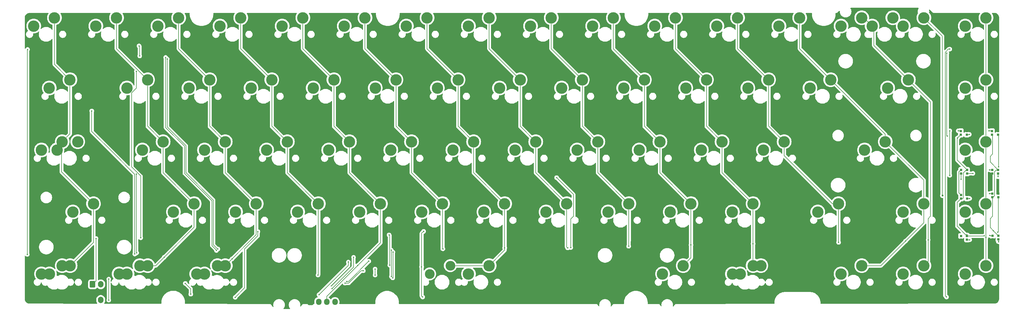
<source format=gbr>
%TF.GenerationSoftware,KiCad,Pcbnew,8.99.0-2641-g1a24c99a2a*%
%TF.CreationDate,2024-10-13T14:08:58+07:00*%
%TF.ProjectId,think65v3,7468696e-6b36-4357-9633-2e6b69636164,rev?*%
%TF.SameCoordinates,Original*%
%TF.FileFunction,Copper,L1,Top*%
%TF.FilePolarity,Positive*%
%FSLAX46Y46*%
G04 Gerber Fmt 4.6, Leading zero omitted, Abs format (unit mm)*
G04 Created by KiCad (PCBNEW 8.99.0-2641-g1a24c99a2a) date 2024-10-13 14:08:58*
%MOMM*%
%LPD*%
G01*
G04 APERTURE LIST*
G04 Aperture macros list*
%AMRoundRect*
0 Rectangle with rounded corners*
0 $1 Rounding radius*
0 $2 $3 $4 $5 $6 $7 $8 $9 X,Y pos of 4 corners*
0 Add a 4 corners polygon primitive as box body*
4,1,4,$2,$3,$4,$5,$6,$7,$8,$9,$2,$3,0*
0 Add four circle primitives for the rounded corners*
1,1,$1+$1,$2,$3*
1,1,$1+$1,$4,$5*
1,1,$1+$1,$6,$7*
1,1,$1+$1,$8,$9*
0 Add four rect primitives between the rounded corners*
20,1,$1+$1,$2,$3,$4,$5,0*
20,1,$1+$1,$4,$5,$6,$7,0*
20,1,$1+$1,$6,$7,$8,$9,0*
20,1,$1+$1,$8,$9,$2,$3,0*%
G04 Aperture macros list end*
%TA.AperFunction,ComponentPad*%
%ADD10C,3.500000*%
%TD*%
%TA.AperFunction,SMDPad,CuDef*%
%ADD11R,0.700000X0.700000*%
%TD*%
%TA.AperFunction,ComponentPad*%
%ADD12RoundRect,0.250000X-0.600000X-0.725000X0.600000X-0.725000X0.600000X0.725000X-0.600000X0.725000X0*%
%TD*%
%TA.AperFunction,ComponentPad*%
%ADD13O,1.700000X1.950000*%
%TD*%
%TA.AperFunction,ComponentPad*%
%ADD14RoundRect,0.250000X-0.600000X-0.750000X0.600000X-0.750000X0.600000X0.750000X-0.600000X0.750000X0*%
%TD*%
%TA.AperFunction,ComponentPad*%
%ADD15O,1.700000X2.000000*%
%TD*%
%TA.AperFunction,ComponentPad*%
%ADD16C,0.400000*%
%TD*%
%TA.AperFunction,ComponentPad*%
%ADD17C,3.000000*%
%TD*%
%TA.AperFunction,ViaPad*%
%ADD18C,0.400000*%
%TD*%
%TA.AperFunction,ViaPad*%
%ADD19C,0.600000*%
%TD*%
%TA.AperFunction,Conductor*%
%ADD20C,0.200000*%
%TD*%
G04 APERTURE END LIST*
D10*
%TO.P,SW101,1,1*%
%TO.N,Net-(D86-A)*%
X178818907Y-85104682D03*
%TO.P,SW101,2,2*%
%TO.N,C10*%
X185168907Y-82564682D03*
%TD*%
%TO.P,SW88,1,1*%
%TO.N,Net-(D88-A)*%
X212148907Y-85097182D03*
%TO.P,SW88,2,2*%
%TO.N,C12*%
X218498907Y-82557182D03*
%TD*%
%TO.P,SW34,1,1*%
%TO.N,Net-(D34-A)*%
X31173907Y-27947182D03*
%TO.P,SW34,2,2*%
%TO.N,C3*%
X37523907Y-25407182D03*
%TD*%
%TO.P,SW27,1,1*%
%TO.N,Net-(D27-A)*%
X174048907Y-8897182D03*
%TO.P,SW27,2,2*%
%TO.N,C11*%
X180398907Y-6357182D03*
%TD*%
%TO.P,SW65,1,1*%
%TO.N,Net-(D65-A)*%
X64511407Y-66047182D03*
%TO.P,SW65,2,2*%
%TO.N,C4*%
X70861407Y-63507182D03*
%TD*%
%TO.P,SW33,1,1*%
%TO.N,Net-(D33-A)*%
X12123907Y-27947182D03*
%TO.P,SW33,2,2*%
%TO.N,C2*%
X18473907Y-25407182D03*
%TD*%
D11*
%TO.P,Drgb1,1,DOUT*%
%TO.N,Net-(Drgb1-DOUT)*%
X258583907Y-73384682D03*
%TO.P,Drgb1,2,VSS*%
%TO.N,GND*%
X258583907Y-74484682D03*
%TO.P,Drgb1,3,DIN*%
%TO.N,Net-(Drgb1-DIN)*%
X260413907Y-74484682D03*
%TO.P,Drgb1,4,VDD*%
%TO.N,+5V*%
X260413907Y-73384682D03*
%TD*%
D10*
%TO.P,SW44,1,1*%
%TO.N,Net-(D44-A)*%
X226436907Y-27947182D03*
%TO.P,SW44,2,2*%
%TO.N,C13*%
X232786907Y-25407182D03*
%TD*%
%TO.P,SW90,1,1*%
%TO.N,Net-(D90-A)*%
X250248907Y-85097182D03*
%TO.P,SW90,2,2*%
%TO.N,C14*%
X256598907Y-82557182D03*
%TD*%
%TO.P,SW32,1,1*%
%TO.N,Net-(D32-A)*%
X-6926093Y-27947182D03*
%TO.P,SW32,2,2*%
%TO.N,C1*%
X-576093Y-25407182D03*
%TD*%
%TO.P,SW46,1,1*%
%TO.N,C0*%
X-28357093Y-46997182D03*
%TO.P,SW46,2,2*%
%TO.N,Net-(D46-A)*%
X-22007093Y-44457182D03*
%TD*%
%TO.P,SW23,1,1*%
%TO.N,Net-(D23-A)*%
X97848907Y-8897182D03*
%TO.P,SW23,2,2*%
%TO.N,C7*%
X104198907Y-6357182D03*
%TD*%
D11*
%TO.P,rgb6,1,DOUT*%
%TO.N,Net-(Drgb1-DIN)*%
X260393907Y-61484682D03*
%TO.P,rgb6,2,VSS*%
%TO.N,GND*%
X260393907Y-60384682D03*
%TO.P,rgb6,3,DIN*%
%TO.N,Net-(rgb5-DOUT)*%
X258563907Y-60384682D03*
%TO.P,rgb6,4,VDD*%
%TO.N,+5V*%
X258563907Y-61484682D03*
%TD*%
D12*
%TO.P,J1,1,Pin_1*%
%TO.N,GND*%
X49400000Y-93700000D03*
D13*
%TO.P,J1,2,Pin_2*%
%TO.N,+3.3V*%
X51900000Y-93700000D03*
%TO.P,J1,3,Pin_3*%
%TO.N,C4*%
X54400000Y-93700000D03*
%TO.P,J1,4,Pin_4*%
%TO.N,C14*%
X56900000Y-93700000D03*
%TD*%
D10*
%TO.P,SW48,1,1*%
%TO.N,Net-(D48-A)*%
X16886407Y-46997182D03*
%TO.P,SW48,2,2*%
%TO.N,C2*%
X23236407Y-44457182D03*
%TD*%
%TO.P,SW49,1,1*%
%TO.N,Net-(D49-A)*%
X35936407Y-46997182D03*
%TO.P,SW49,2,2*%
%TO.N,C3*%
X42286407Y-44457182D03*
%TD*%
%TO.P,SW18,1,1*%
%TO.N,Net-(D18-A)*%
X2598907Y-8897182D03*
%TO.P,SW18,2,2*%
%TO.N,C2*%
X8948907Y-6357182D03*
%TD*%
%TO.P,SW52,1,1*%
%TO.N,Net-(D52-A)*%
X93086407Y-46997182D03*
%TO.P,SW52,2,2*%
%TO.N,C6*%
X99436407Y-44457182D03*
%TD*%
%TO.P,SW35,1,1*%
%TO.N,Net-(D35-A)*%
X50223907Y-27947182D03*
%TO.P,SW35,2,2*%
%TO.N,C4*%
X56573907Y-25407182D03*
%TD*%
%TO.P,SW78,1,1*%
%TO.N,Net-(D78-A)*%
X14504907Y-85097182D03*
%TO.P,SW78,2,2*%
%TO.N,C2*%
X20854907Y-82557182D03*
%TD*%
%TO.P,SW97,1,1*%
%TO.N,Net-(D77-A)*%
X-6891093Y-85099682D03*
%TO.P,SW97,2,2*%
%TO.N,C1*%
X-541093Y-82559682D03*
%TD*%
%TO.P,SW70,1,1*%
%TO.N,Net-(D70-A)*%
X159761407Y-66047182D03*
%TO.P,SW70,2,2*%
%TO.N,C9*%
X166111407Y-63507182D03*
%TD*%
D11*
%TO.P,Drgb2,1,DOUT*%
%TO.N,unconnected-(Drgb2-DOUT-Pad1)*%
X248943907Y-73424682D03*
%TO.P,Drgb2,2,VSS*%
%TO.N,GND*%
X248943907Y-74524682D03*
%TO.P,Drgb2,3,DIN*%
%TO.N,Net-(Drgb1-DOUT)*%
X250773907Y-74524682D03*
%TO.P,Drgb2,4,VDD*%
%TO.N,+5V*%
X250773907Y-73424682D03*
%TD*%
D10*
%TO.P,SW31,1,1*%
%TO.N,Net-(D31-A)*%
X-30738093Y-27947182D03*
%TO.P,SW31,2,2*%
%TO.N,C0*%
X-24388093Y-25407182D03*
%TD*%
%TO.P,SW20,1,1*%
%TO.N,Net-(D20-A)*%
X40698907Y-8897182D03*
%TO.P,SW20,2,2*%
%TO.N,C4*%
X47048907Y-6357182D03*
%TD*%
%TO.P,SW54,1,1*%
%TO.N,Net-(D54-A)*%
X131186407Y-46997182D03*
%TO.P,SW54,2,2*%
%TO.N,C8*%
X137536407Y-44457182D03*
%TD*%
D14*
%TO.P,SWb\u00F4trst1,1,1*%
%TO.N,GND*%
X-17450000Y-93100000D03*
D15*
%TO.P,SWb\u00F4trst1,2,2*%
%TO.N,RST*%
X-14950000Y-93100000D03*
%TD*%
D10*
%TO.P,SW86,1,1*%
%TO.N,Net-(D86-A)*%
X181192407Y-85097182D03*
%TO.P,SW86,2,2*%
%TO.N,C10*%
X187542407Y-82557182D03*
%TD*%
D11*
%TO.P,rgb5,1,DOUT*%
%TO.N,Net-(rgb5-DOUT)*%
X250803907Y-61944682D03*
%TO.P,rgb5,2,VSS*%
%TO.N,GND*%
X250803907Y-60844682D03*
%TO.P,rgb5,3,DIN*%
%TO.N,Net-(rgb4-DOUT)*%
X248973907Y-60844682D03*
%TO.P,rgb5,4,VDD*%
%TO.N,+5V*%
X248973907Y-61944682D03*
%TD*%
D10*
%TO.P,SW26,1,1*%
%TO.N,Net-(D26-A)*%
X154998907Y-8897182D03*
%TO.P,SW26,2,2*%
%TO.N,C10*%
X161348907Y-6357182D03*
%TD*%
%TO.P,SW73,1,1*%
%TO.N,Net-(D73-A)*%
X231198907Y-66047182D03*
%TO.P,SW73,2,2*%
%TO.N,C12*%
X237548907Y-63507182D03*
%TD*%
%TO.P,SW66,1,1*%
%TO.N,Net-(D66-A)*%
X83561407Y-66047182D03*
%TO.P,SW66,2,2*%
%TO.N,C5*%
X89911407Y-63507182D03*
%TD*%
%TO.P,SW19,1,1*%
%TO.N,Net-(D19-A)*%
X21648907Y-8897182D03*
%TO.P,SW19,2,2*%
%TO.N,C3*%
X27998907Y-6357182D03*
%TD*%
%TO.P,SW50,1,1*%
%TO.N,Net-(D50-A)*%
X54986407Y-46997182D03*
%TO.P,SW50,2,2*%
%TO.N,C4*%
X61336407Y-44457182D03*
%TD*%
%TO.P,SW67,1,1*%
%TO.N,Net-(D67-A)*%
X102611407Y-66047182D03*
%TO.P,SW67,2,2*%
%TO.N,C6*%
X108961407Y-63507182D03*
%TD*%
%TO.P,SW99,1,1*%
%TO.N,Net-(D82-A)*%
X97858907Y-85099682D03*
%TO.P,SW99,2,2*%
%TO.N,C6*%
X104208907Y-82559682D03*
%TD*%
D11*
%TO.P,rgb4,1,DOUT*%
%TO.N,Net-(rgb4-DOUT)*%
X248963907Y-53094682D03*
%TO.P,rgb4,2,VSS*%
%TO.N,GND*%
X248963907Y-54194682D03*
%TO.P,rgb4,3,DIN*%
%TO.N,Net-(rgb3-DOUT)*%
X250793907Y-54194682D03*
%TO.P,rgb4,4,VDD*%
%TO.N,+5V*%
X250793907Y-53094682D03*
%TD*%
D10*
%TO.P,SW57,1,1*%
%TO.N,Net-(D57-A)*%
X188336407Y-46997182D03*
%TO.P,SW57,2,2*%
%TO.N,C11*%
X194686407Y-44457182D03*
%TD*%
%TO.P,SW41,1,1*%
%TO.N,Net-(D41-A)*%
X164523907Y-27947182D03*
%TO.P,SW41,2,2*%
%TO.N,C10*%
X170873907Y-25407182D03*
%TD*%
%TO.P,SW51,1,1*%
%TO.N,Net-(D51-A)*%
X74036407Y-46997182D03*
%TO.P,SW51,2,2*%
%TO.N,C5*%
X80386407Y-44457182D03*
%TD*%
D16*
%TO.P,SW82,1,1*%
%TO.N,Net-(D82-A)*%
X84692407Y-85087182D03*
X85932407Y-86347182D03*
X85942407Y-83847182D03*
D17*
X85942407Y-85097182D03*
D16*
X87192407Y-85097182D03*
%TO.P,SW82,2,2*%
%TO.N,C6*%
X91042407Y-82557182D03*
X92292407Y-81297182D03*
D17*
X92292407Y-82557182D03*
D16*
X92292407Y-83797182D03*
X93532407Y-82547182D03*
%TD*%
D10*
%TO.P,SW25,1,1*%
%TO.N,Net-(D25-A)*%
X135948907Y-8897182D03*
%TO.P,SW25,2,2*%
%TO.N,C9*%
X142298907Y-6357182D03*
%TD*%
%TO.P,SW28,1,1*%
%TO.N,Net-(D28-A)*%
X193098907Y-8897182D03*
%TO.P,SW28,2,2*%
%TO.N,C12*%
X199448907Y-6357182D03*
%TD*%
%TO.P,SW72,1,1*%
%TO.N,Net-(D72-A)*%
X205005407Y-66047182D03*
%TO.P,SW72,2,2*%
%TO.N,C11*%
X211355407Y-63507182D03*
%TD*%
%TO.P,SW89,1,1*%
%TO.N,Net-(D89-A)*%
X231198907Y-85097182D03*
%TO.P,SW89,2,2*%
%TO.N,C13*%
X237548907Y-82557182D03*
%TD*%
%TO.P,SW38,1,1*%
%TO.N,Net-(D38-A)*%
X107373907Y-27947182D03*
%TO.P,SW38,2,2*%
%TO.N,C7*%
X113723907Y-25407182D03*
%TD*%
D11*
%TO.P,rgb3,1,DOUT*%
%TO.N,Net-(rgb3-DOUT)*%
X258513907Y-53114682D03*
%TO.P,rgb3,2,VSS*%
%TO.N,GND*%
X258513907Y-54214682D03*
%TO.P,rgb3,3,DIN*%
%TO.N,Net-(rgb2-DOUT)*%
X260343907Y-54214682D03*
%TO.P,rgb3,4,VDD*%
%TO.N,+5V*%
X260343907Y-53114682D03*
%TD*%
D10*
%TO.P,SW16,1,1*%
%TO.N,Net-(D16-A)*%
X-35501093Y-8897182D03*
%TO.P,SW16,2,2*%
%TO.N,C0*%
X-29151093Y-6357182D03*
%TD*%
%TO.P,SW40,1,1*%
%TO.N,Net-(D40-A)*%
X145473907Y-27947182D03*
%TO.P,SW40,2,2*%
%TO.N,C9*%
X151823907Y-25407182D03*
%TD*%
%TO.P,SW60,1,1*%
%TO.N,Net-(D60-A)*%
X250248907Y-46997182D03*
%TO.P,SW60,2,2*%
%TO.N,C14*%
X256598907Y-44457182D03*
%TD*%
%TO.P,SW55,1,1*%
%TO.N,Net-(D55-A)*%
X150236407Y-46997182D03*
%TO.P,SW55,2,2*%
%TO.N,C9*%
X156586407Y-44457182D03*
%TD*%
%TO.P,SW76,1,1*%
%TO.N,Net-(D76-A)*%
X-33120093Y-85097182D03*
%TO.P,SW76,2,2*%
%TO.N,C0*%
X-26770093Y-82557182D03*
%TD*%
%TO.P,SW96,1,1*%
%TO.N,Net-(D76-A)*%
X-30691093Y-85104682D03*
%TO.P,SW96,2,2*%
%TO.N,C0*%
X-24341093Y-82564682D03*
%TD*%
%TO.P,SW75,1,1*%
%TO.N,Net-(D75-A)*%
X250248907Y-66047182D03*
%TO.P,SW75,2,2*%
%TO.N,C14*%
X256598907Y-63507182D03*
%TD*%
%TO.P,SW71,1,1*%
%TO.N,Net-(D71-A)*%
X178811407Y-66047182D03*
%TO.P,SW71,2,2*%
%TO.N,C10*%
X185161407Y-63507182D03*
%TD*%
%TO.P,SW87,1,1*%
%TO.N,Net-(D87-A)*%
X231198907Y-8897182D03*
%TO.P,SW87,2,2*%
%TO.N,C11*%
X237548907Y-6357182D03*
%TD*%
%TO.P,SW98,1,1*%
%TO.N,Net-(D78-A)*%
X16898907Y-85114682D03*
%TO.P,SW98,2,2*%
%TO.N,C2*%
X23248907Y-82574682D03*
%TD*%
%TO.P,SW47,1,1*%
%TO.N,Net-(D47-A)*%
X-2163593Y-46997182D03*
%TO.P,SW47,2,2*%
%TO.N,C1*%
X4186407Y-44457182D03*
%TD*%
%TO.P,SW37,1,1*%
%TO.N,Net-(D37-A)*%
X88323907Y-27947182D03*
%TO.P,SW37,2,2*%
%TO.N,C6*%
X94673907Y-25407182D03*
%TD*%
%TO.P,SW56,1,1*%
%TO.N,Net-(D56-A)*%
X169286407Y-46997182D03*
%TO.P,SW56,2,2*%
%TO.N,C10*%
X175636407Y-44457182D03*
%TD*%
%TO.P,SW21,1,1*%
%TO.N,Net-(D21-A)*%
X59748907Y-8897182D03*
%TO.P,SW21,2,2*%
%TO.N,C5*%
X66098907Y-6357182D03*
%TD*%
%TO.P,SW39,1,1*%
%TO.N,Net-(D39-A)*%
X126423907Y-27947182D03*
%TO.P,SW39,2,2*%
%TO.N,C8*%
X132773907Y-25407182D03*
%TD*%
%TO.P,SW61,1,1*%
%TO.N,Net-(D61-A)*%
X-23520493Y-66047182D03*
D16*
%TO.P,SW61,2,2*%
%TO.N,C0*%
X-17170493Y-62247182D03*
D10*
X-17170493Y-63507182D03*
%TD*%
%TO.P,SW45,1,1*%
%TO.N,Net-(D45-A)*%
X250248907Y-27947182D03*
%TO.P,SW45,2,2*%
%TO.N,C14*%
X256598907Y-25407182D03*
%TD*%
%TO.P,SW53,1,1*%
%TO.N,Net-(D53-A)*%
X112136407Y-46997182D03*
%TO.P,SW53,2,2*%
%TO.N,C7*%
X118486407Y-44457182D03*
%TD*%
D11*
%TO.P,rgb1,1,DOUT*%
%TO.N,Net-(rgb1-DOUT)*%
X250723907Y-42284682D03*
%TO.P,rgb1,2,VSS*%
%TO.N,GND*%
X250723907Y-41184682D03*
%TO.P,rgb1,3,DIN*%
%TO.N,RGB*%
X248893907Y-41184682D03*
%TO.P,rgb1,4,VDD*%
%TO.N,+5V*%
X248893907Y-42284682D03*
%TD*%
%TO.P,rgb2,1,DOUT*%
%TO.N,Net-(rgb2-DOUT)*%
X260303907Y-42284682D03*
%TO.P,rgb2,2,VSS*%
%TO.N,GND*%
X260303907Y-41184682D03*
%TO.P,rgb2,3,DIN*%
%TO.N,Net-(rgb1-DOUT)*%
X258473907Y-41184682D03*
%TO.P,rgb2,4,VDD*%
%TO.N,+5V*%
X258473907Y-42284682D03*
%TD*%
D10*
%TO.P,SW69,1,1*%
%TO.N,Net-(D69-A)*%
X140711407Y-66047182D03*
%TO.P,SW69,2,2*%
%TO.N,C8*%
X147061407Y-63507182D03*
%TD*%
%TO.P,SW22,1,1*%
%TO.N,Net-(D22-A)*%
X78798907Y-8897182D03*
%TO.P,SW22,2,2*%
%TO.N,C6*%
X85148907Y-6357182D03*
%TD*%
%TO.P,SW30,1,1*%
%TO.N,Net-(D30-A)*%
X250248907Y-8897182D03*
%TO.P,SW30,2,2*%
%TO.N,C14*%
X256598907Y-6357182D03*
%TD*%
%TO.P,SW68,1,1*%
%TO.N,Net-(D68-A)*%
X121661407Y-66047182D03*
%TO.P,SW68,2,2*%
%TO.N,C7*%
X128011407Y-63507182D03*
%TD*%
D14*
%TO.P,SWb\u00F4t1,1,1*%
%TO.N,+3.3V*%
X-17450000Y-88300000D03*
D15*
%TO.P,SWb\u00F4t1,2,2*%
%TO.N,boot*%
X-14950000Y-88300000D03*
%TD*%
D10*
%TO.P,SW17,1,1*%
%TO.N,Net-(D17-A)*%
X-16451093Y-8897182D03*
%TO.P,SW17,2,2*%
%TO.N,C1*%
X-10101093Y-6357182D03*
%TD*%
%TO.P,SW100,1,1*%
%TO.N,Net-(D46-A)*%
X-33120093Y-46997182D03*
%TO.P,SW100,2,2*%
%TO.N,C0*%
X-26770093Y-44457182D03*
%TD*%
%TO.P,SW43,1,1*%
%TO.N,Net-(D43-A)*%
X202623907Y-27947182D03*
%TO.P,SW43,2,2*%
%TO.N,C12*%
X208973907Y-25407182D03*
%TD*%
%TO.P,SW58,1,1*%
%TO.N,Net-(D58-A)*%
X219367007Y-46997182D03*
D16*
%TO.P,SW58,2,2*%
%TO.N,C12*%
X225717007Y-43197182D03*
D10*
X225717007Y-44457182D03*
%TD*%
%TO.P,SW64,1,1*%
%TO.N,Net-(D64-A)*%
X45461407Y-66047182D03*
%TO.P,SW64,2,2*%
%TO.N,C3*%
X51811407Y-63507182D03*
%TD*%
%TO.P,SW63,1,1*%
%TO.N,Net-(D63-A)*%
X26411407Y-66047182D03*
%TO.P,SW63,2,2*%
%TO.N,C2*%
X32761407Y-63507182D03*
%TD*%
%TO.P,SW77,1,1*%
%TO.N,Net-(D77-A)*%
X-9307593Y-85097182D03*
%TO.P,SW77,2,2*%
%TO.N,C1*%
X-2957593Y-82557182D03*
%TD*%
%TO.P,SW36,1,1*%
%TO.N,Net-(D36-A)*%
X69273907Y-27947182D03*
%TO.P,SW36,2,2*%
%TO.N,C5*%
X75623907Y-25407182D03*
%TD*%
%TO.P,SW1001,1,1*%
%TO.N,C13*%
X221673907Y-8897182D03*
%TO.P,SW1001,2,2*%
%TO.N,Net-(D29-A)*%
X228023907Y-6357182D03*
%TD*%
%TO.P,SW24,1,1*%
%TO.N,Net-(D24-A)*%
X116898907Y-8897182D03*
%TO.P,SW24,2,2*%
%TO.N,C8*%
X123248907Y-6357182D03*
%TD*%
%TO.P,SW29,1,1*%
%TO.N,Net-(D29-A)*%
X212148907Y-8897182D03*
%TO.P,SW29,2,2*%
%TO.N,C13*%
X218498907Y-6357182D03*
%TD*%
%TO.P,SW85,1,1*%
%TO.N,Net-(D85-A)*%
X157379907Y-85097182D03*
%TO.P,SW85,2,2*%
%TO.N,C9*%
X163729907Y-82557182D03*
%TD*%
%TO.P,SW62,1,1*%
%TO.N,Net-(D62-A)*%
X7361407Y-66047182D03*
%TO.P,SW62,2,2*%
%TO.N,C1*%
X13711407Y-63507182D03*
%TD*%
%TO.P,SW42,1,1*%
%TO.N,Net-(D42-A)*%
X183573907Y-27947182D03*
%TO.P,SW42,2,2*%
%TO.N,C11*%
X189923907Y-25407182D03*
%TD*%
D18*
%TO.N,+3.3V*%
X61000000Y-81450000D03*
X52000000Y-91500000D03*
X-16400000Y-74200000D03*
X-2700000Y-74000000D03*
X-4000000Y-22800000D03*
X-3200000Y-15000000D03*
X69200000Y-85450000D03*
X-3000000Y-18100000D03*
X69200000Y-83600000D03*
%TO.N,GND*%
X249000000Y-56000000D03*
X142500000Y-90500000D03*
X259000000Y-39000000D03*
X58500000Y-90000000D03*
X255500000Y-52000000D03*
X71000000Y-79500000D03*
X52000000Y-89500000D03*
X65500000Y-90500000D03*
X58000000Y-81000000D03*
X62000000Y-77000000D03*
X-13000000Y-82500000D03*
X132500000Y-86000000D03*
X247000000Y-55500000D03*
X5000000Y-82000000D03*
X246500000Y-52500000D03*
X247000000Y-39000000D03*
X260500000Y-58500000D03*
X258000000Y-58500000D03*
%TO.N,+5V*%
X244600000Y-17200000D03*
X244700000Y-42700000D03*
X256098907Y-73400000D03*
X258864612Y-71835388D03*
X247839294Y-43339294D03*
%TO.N,RGB*%
X129200000Y-77000438D03*
X245500000Y-54800000D03*
X124900000Y-55500000D03*
X74700053Y-78400438D03*
X245500000Y-41100000D03*
X248100000Y-41100000D03*
X74624266Y-86324266D03*
%TO.N,R1*%
X-37500000Y-79100000D03*
X-37400000Y-16100000D03*
%TO.N,R2*%
X-17700000Y-35000000D03*
X-4500000Y-78996731D03*
%TO.N,RST*%
X60000000Y-87950000D03*
X65600000Y-84100000D03*
X-12500000Y-93150438D03*
X-12500000Y-86700000D03*
%TO.N,R3*%
X-4014928Y-54378732D03*
X-3916807Y-78596731D03*
%TO.N,R4*%
X73700000Y-82400000D03*
X73500000Y-73100000D03*
%TO.N,R5*%
X11000000Y-88000000D03*
X33261407Y-72100000D03*
X83800000Y-92200000D03*
X83472407Y-82900000D03*
X26300000Y-92300000D03*
X12670711Y-91329289D03*
X244500000Y-92200438D03*
X84100000Y-72000000D03*
X245500000Y-16000000D03*
%TO.N,Net-(Drgb1-DIN)*%
X260433907Y-75200000D03*
X260200000Y-72300000D03*
%TO.N,Net-(Drgb1-DOUT)*%
X251600000Y-74600439D03*
X257800000Y-73300000D03*
%TO.N,C4*%
X63900000Y-82500000D03*
%TO.N,C14*%
X256598907Y-73900000D03*
X56000000Y-89600000D03*
X62600000Y-80000000D03*
%TO.N,D+*%
X5429810Y-19029810D03*
X20981267Y-77418734D03*
%TO.N,D-*%
X4970190Y-18570190D03*
X20521647Y-77878354D03*
%TO.N,boot*%
X60500000Y-87450000D03*
X67300000Y-81200000D03*
%TO.N,Net-(rgb1-DOUT)*%
X251500000Y-42200000D03*
X257500000Y-41100000D03*
%TO.N,Net-(rgb2-DOUT)*%
X260300000Y-55200000D03*
X260433907Y-52200000D03*
%TO.N,Net-(rgb3-DOUT)*%
X252600000Y-54200000D03*
X257700000Y-53100000D03*
%TO.N,Net-(rgb5-DOUT)*%
X257700000Y-60400000D03*
X251600000Y-61900000D03*
%TO.N,C1*%
X4496731Y-79996731D03*
%TO.N,C2*%
X25334873Y-80488716D03*
%TO.N,C3*%
X51700000Y-85450000D03*
%TO.N,C5*%
X90000000Y-77400438D03*
%TO.N,C6*%
X108961407Y-77100000D03*
%TO.N,C7*%
X74200000Y-85900000D03*
X128300000Y-77100000D03*
X74200000Y-77800438D03*
%TO.N,C8*%
X147000000Y-76600439D03*
%TO.N,C9*%
X166111407Y-76200438D03*
%TO.N,C10*%
X185161407Y-75800438D03*
D19*
%TO.N,C11*%
X243300000Y-61000000D03*
D18*
X211400000Y-75400438D03*
%TO.N,C12*%
X231909746Y-75009746D03*
%TO.N,C13*%
X238888907Y-74600439D03*
%TD*%
D20*
%TO.N,+3.3V*%
X-16400000Y-87250000D02*
X-17450000Y-88300000D01*
X-5466093Y-52220460D02*
X-2700000Y-54986553D01*
X-5466093Y-29454238D02*
X-5466093Y-52220460D01*
X-4000000Y-22800000D02*
X-4000000Y-27988145D01*
X-3000000Y-18100000D02*
X-3000000Y-15200000D01*
X52000000Y-91500000D02*
X61000000Y-82500000D01*
X61000000Y-82500000D02*
X61000000Y-81450000D01*
X-16400000Y-74200000D02*
X-16400000Y-87250000D01*
X-2700000Y-54986553D02*
X-2700000Y-74000000D01*
X69200000Y-83600000D02*
X69200000Y-85450000D01*
X-4000000Y-27988145D02*
X-5466093Y-29454238D01*
X-3000000Y-15200000D02*
X-3200000Y-15000000D01*
%TO.N,GND*%
X248963907Y-54194682D02*
X248963907Y-55963907D01*
X248963907Y-55963907D02*
X249000000Y-56000000D01*
%TO.N,+5V*%
X248973907Y-61944682D02*
X247778907Y-63139682D01*
X258864612Y-71835388D02*
X260413907Y-73384682D01*
X258563907Y-61484682D02*
X258648907Y-61569682D01*
X248893907Y-42284682D02*
X247839294Y-43339294D01*
X256074225Y-73424682D02*
X256098907Y-73400000D01*
X257938907Y-50709682D02*
X260343907Y-53114682D01*
X250900000Y-73298589D02*
X250773907Y-73424682D01*
X258815318Y-61484682D02*
X258563907Y-61484682D01*
X258648907Y-61569682D02*
X258648907Y-67380126D01*
X258648907Y-42459682D02*
X258648907Y-48251093D01*
X244600000Y-17200000D02*
X244600000Y-42600000D01*
X258648907Y-48251093D02*
X257938907Y-48961093D01*
X250593907Y-53094682D02*
X249623907Y-54064682D01*
X257900000Y-68129033D02*
X257900000Y-70870775D01*
X258473907Y-42284682D02*
X258648907Y-42459682D01*
X259213907Y-53694682D02*
X259213907Y-61086093D01*
X247778907Y-50079682D02*
X250793907Y-53094682D01*
X244600000Y-42600000D02*
X244700000Y-42700000D01*
X249623907Y-61776093D02*
X249455318Y-61944682D01*
X257938907Y-48961093D02*
X257938907Y-50709682D01*
X250349225Y-73000000D02*
X250900000Y-73000000D01*
X260343907Y-53114682D02*
X259793907Y-53114682D01*
X258648907Y-67380126D02*
X257900000Y-68129033D01*
X247839294Y-43339294D02*
X247778907Y-43399682D01*
X250900000Y-73000000D02*
X250900000Y-73298589D01*
X259213907Y-61086093D02*
X258815318Y-61484682D01*
X249623907Y-54064682D02*
X249623907Y-61776093D01*
X249455318Y-61944682D02*
X248973907Y-61944682D01*
X250793907Y-53094682D02*
X250593907Y-53094682D01*
X250773907Y-73424682D02*
X256074225Y-73424682D01*
X247778907Y-63139682D02*
X247778907Y-70429682D01*
X247778907Y-43399682D02*
X247778907Y-50079682D01*
X247778907Y-70429682D02*
X250349225Y-73000000D01*
X257900000Y-70870775D02*
X258864612Y-71835388D01*
X259793907Y-53114682D02*
X259213907Y-53694682D01*
%TO.N,RGB*%
X74624266Y-86324266D02*
X74700053Y-86248479D01*
X130061407Y-60661407D02*
X124900000Y-55500000D01*
X248100000Y-41100000D02*
X248809225Y-41100000D01*
X129200000Y-68241533D02*
X130061407Y-67380126D01*
X248809225Y-41100000D02*
X248893907Y-41184682D01*
X130061407Y-67380126D02*
X130061407Y-60661407D01*
X245500000Y-54800000D02*
X245500000Y-41100000D01*
X129200000Y-77000438D02*
X129200000Y-68241533D01*
X74700053Y-86248479D02*
X74700053Y-78400438D01*
%TO.N,R1*%
X-37500000Y-16200000D02*
X-37400000Y-16100000D01*
X-37500000Y-79100000D02*
X-37500000Y-16200000D01*
%TO.N,R2*%
X-4500000Y-78996731D02*
X-4500000Y-54500000D01*
X-11500000Y-47500000D02*
X-17700000Y-41300000D01*
X-17700000Y-41300000D02*
X-17700000Y-35000000D01*
X-4500000Y-54500000D02*
X-11500000Y-47500000D01*
%TO.N,RST*%
X60000000Y-87950000D02*
X61115686Y-87950000D01*
X64965686Y-84100000D02*
X65600000Y-84100000D01*
X64832843Y-84232843D02*
X64965686Y-84100000D01*
X-12500000Y-86700000D02*
X-12500000Y-93150438D01*
X61115686Y-87950000D02*
X64832843Y-84232843D01*
%TO.N,R3*%
X-4014928Y-78498610D02*
X-4014928Y-54378732D01*
X-3916807Y-78596731D02*
X-4014928Y-78498610D01*
%TO.N,R4*%
X73700000Y-73300000D02*
X73500000Y-73100000D01*
X73700000Y-82400000D02*
X73700000Y-73300000D01*
%TO.N,R5*%
X84100000Y-72000000D02*
X83472407Y-72627593D01*
X11000000Y-88000000D02*
X12670711Y-89670711D01*
X83472407Y-72627593D02*
X83472407Y-82900000D01*
X29200000Y-77400000D02*
X33261407Y-73338593D01*
X244100000Y-91800438D02*
X244500000Y-92200438D01*
X12670711Y-89670711D02*
X12670711Y-91329289D01*
X245500000Y-16000000D02*
X245092893Y-16000000D01*
X29200000Y-89400000D02*
X29200000Y-77400000D01*
X33261407Y-73338593D02*
X33261407Y-72100000D01*
X83472407Y-82900000D02*
X83472407Y-91872407D01*
X244100000Y-16992893D02*
X244100000Y-91800438D01*
X26300000Y-92300000D02*
X29200000Y-89400000D01*
X245092893Y-16000000D02*
X244100000Y-16992893D01*
X83472407Y-91872407D02*
X83800000Y-92200000D01*
%TO.N,Net-(Drgb1-DIN)*%
X260433907Y-74504682D02*
X260413907Y-74484682D01*
X260433907Y-75200000D02*
X260433907Y-74504682D01*
X260393907Y-72106093D02*
X260200000Y-72300000D01*
X260393907Y-61484682D02*
X260393907Y-72106093D01*
%TO.N,Net-(Drgb1-DOUT)*%
X251600000Y-74600439D02*
X250849664Y-74600439D01*
X250849664Y-74600439D02*
X250773907Y-74524682D01*
X257884682Y-73384682D02*
X257800000Y-73300000D01*
X258583907Y-73384682D02*
X257884682Y-73384682D01*
%TO.N,C4*%
X54400000Y-92000000D02*
X54400000Y-93700000D01*
X56573907Y-39694682D02*
X61336407Y-44457182D01*
X61336407Y-53982182D02*
X70861407Y-63507182D01*
X64450000Y-81950000D02*
X54400000Y-92000000D01*
X47048907Y-6357182D02*
X47048907Y-15882182D01*
X47048907Y-15882182D02*
X56573907Y-25407182D01*
X61336407Y-44457182D02*
X61336407Y-53982182D01*
X70861407Y-75538593D02*
X70861407Y-63507182D01*
X64450000Y-81950000D02*
X70861407Y-75538593D01*
X56573907Y-25407182D02*
X56573907Y-39694682D01*
X63900000Y-82500000D02*
X64450000Y-81950000D01*
%TO.N,C14*%
X62600000Y-83000000D02*
X62600000Y-80000000D01*
X256598907Y-6357182D02*
X256598907Y-25407182D01*
X256598907Y-44457182D02*
X256598907Y-63507182D01*
X256598907Y-25407182D02*
X256598907Y-44457182D01*
X256598907Y-63507182D02*
X256598907Y-73900000D01*
X56000000Y-89600000D02*
X62600000Y-83000000D01*
X256598907Y-73900000D02*
X256598907Y-82557182D01*
%TO.N,D+*%
X11225000Y-54006802D02*
X19625000Y-62406802D01*
X11225000Y-45706802D02*
X11225000Y-54006802D01*
X5420191Y-19039429D02*
X5420191Y-39901993D01*
X20839846Y-77418734D02*
X20981267Y-77418734D01*
X5429810Y-19029810D02*
X5420191Y-19039429D01*
X5420191Y-39901993D02*
X11225000Y-45706802D01*
X19625000Y-76203889D02*
X20839846Y-77418734D01*
X19625000Y-62406802D02*
X19625000Y-76203889D01*
%TO.N,D-*%
X4929810Y-19236917D02*
X4970190Y-19277297D01*
X19175000Y-76390285D02*
X20521647Y-77736933D01*
X10775000Y-45893198D02*
X10775000Y-54193198D01*
X4970190Y-19277297D02*
X4970190Y-40088388D01*
X4970190Y-40088388D02*
X10775000Y-45893198D01*
X20521647Y-77736933D02*
X20521647Y-77878354D01*
X19175000Y-62593198D02*
X19175000Y-76390285D01*
X4929810Y-18822703D02*
X4929810Y-19236917D01*
X4970190Y-18782323D02*
X4929810Y-18822703D01*
X10775000Y-54193198D02*
X19175000Y-62593198D01*
X4970190Y-18570190D02*
X4970190Y-18782323D01*
%TO.N,boot*%
X61050000Y-87450000D02*
X60500000Y-87450000D01*
X67300000Y-81200000D02*
X61050000Y-87450000D01*
%TO.N,Net-(rgb1-DOUT)*%
X250723907Y-42284682D02*
X251415318Y-42284682D01*
X258389225Y-41100000D02*
X258473907Y-41184682D01*
X251415318Y-42284682D02*
X251500000Y-42200000D01*
X257500000Y-41100000D02*
X258389225Y-41100000D01*
%TO.N,Net-(rgb2-DOUT)*%
X260433907Y-42414682D02*
X260433907Y-52200000D01*
X260303907Y-42284682D02*
X260433907Y-42414682D01*
X260300000Y-54258589D02*
X260343907Y-54214682D01*
X260300000Y-55200000D02*
X260300000Y-54258589D01*
%TO.N,Net-(rgb3-DOUT)*%
X250799225Y-54200000D02*
X250793907Y-54194682D01*
X252600000Y-54200000D02*
X250799225Y-54200000D01*
X258513907Y-53114682D02*
X257714682Y-53114682D01*
X257714682Y-53114682D02*
X257700000Y-53100000D01*
%TO.N,Net-(rgb4-DOUT)*%
X248963907Y-53094682D02*
X248905318Y-53094682D01*
X248905318Y-53094682D02*
X248313907Y-53686093D01*
X248313907Y-53686093D02*
X248313907Y-60184682D01*
X248313907Y-60184682D02*
X248973907Y-60844682D01*
%TO.N,Net-(rgb5-DOUT)*%
X250803907Y-61944682D02*
X251555318Y-61944682D01*
X258548589Y-60400000D02*
X258563907Y-60384682D01*
X251555318Y-61944682D02*
X251600000Y-61900000D01*
X257700000Y-60400000D02*
X258548589Y-60400000D01*
%TO.N,C0*%
X-26770093Y-44457182D02*
X-26770093Y-45410182D01*
X-17170493Y-75394082D02*
X-24341093Y-82564682D01*
X-26770093Y-45410182D02*
X-28357093Y-46997182D01*
X-24341093Y-82564682D02*
X-24348593Y-82557182D01*
X-17170493Y-63507182D02*
X-17170493Y-75394082D01*
X-29151093Y-6357182D02*
X-29151093Y-20644182D01*
X-24348593Y-82557182D02*
X-26770093Y-82557182D01*
X-26960093Y-44647182D02*
X-26960093Y-53717582D01*
X-24388093Y-42075182D02*
X-26770093Y-44457182D01*
X-26770093Y-44457182D02*
X-26960093Y-44647182D01*
X-26960093Y-53717582D02*
X-17170493Y-63507182D01*
X-24388093Y-25407182D02*
X-24388093Y-42075182D01*
X-29151093Y-20644182D02*
X-24388093Y-25407182D01*
%TO.N,C1*%
X13711407Y-63507182D02*
X13711407Y-70782055D01*
X-576093Y-25407182D02*
X-576093Y-39694682D01*
X4186407Y-53982182D02*
X13711407Y-63507182D01*
X4186407Y-44457182D02*
X4186407Y-53982182D01*
X-10101093Y-6357182D02*
X-10101093Y-15882182D01*
X13711407Y-70782055D02*
X4496731Y-79996731D01*
X-576093Y-39694682D02*
X4186407Y-44457182D01*
X1933780Y-82559682D02*
X-541093Y-82559682D01*
X4496731Y-79996731D02*
X1933780Y-82559682D01*
X-10101093Y-15882182D02*
X-576093Y-25407182D01*
%TO.N,C2*%
X23236407Y-53982182D02*
X32761407Y-63507182D01*
X8948907Y-6357182D02*
X8948907Y-15882182D01*
X32761407Y-73062182D02*
X23248907Y-82574682D01*
X32761407Y-63507182D02*
X32761407Y-73062182D01*
X23236407Y-44457182D02*
X23236407Y-53982182D01*
X18473907Y-25407182D02*
X18473907Y-39694682D01*
X18473907Y-39694682D02*
X23236407Y-44457182D01*
X8948907Y-15882182D02*
X18473907Y-25407182D01*
%TO.N,C3*%
X51811407Y-85338593D02*
X51811407Y-63507182D01*
X51700000Y-85450000D02*
X51811407Y-85338593D01*
X27998907Y-15882182D02*
X37523907Y-25407182D01*
X37523907Y-39694682D02*
X42286407Y-44457182D01*
X42286407Y-53982182D02*
X51811407Y-63507182D01*
X27998907Y-6357182D02*
X27998907Y-15882182D01*
X37523907Y-25407182D02*
X37523907Y-39694682D01*
X42286407Y-44457182D02*
X42286407Y-53982182D01*
%TO.N,C5*%
X75623907Y-39694682D02*
X80386407Y-44457182D01*
X75623907Y-25407182D02*
X75623907Y-39694682D01*
X66098907Y-15882182D02*
X75623907Y-25407182D01*
X80386407Y-44457182D02*
X80386407Y-53982182D01*
X89911407Y-77311845D02*
X89911407Y-63507182D01*
X90000000Y-77400438D02*
X89911407Y-77311845D01*
X80386407Y-53982182D02*
X89911407Y-63507182D01*
X66098907Y-6357182D02*
X66098907Y-15882182D01*
%TO.N,C6*%
X85148907Y-15882182D02*
X94673907Y-25407182D01*
X94673907Y-39694682D02*
X99436407Y-44457182D01*
X108961407Y-77100000D02*
X108961407Y-77807182D01*
X92294907Y-82559682D02*
X92292407Y-82557182D01*
X99436407Y-53982182D02*
X108961407Y-63507182D01*
X108961407Y-77807182D02*
X104208907Y-82559682D01*
X94673907Y-25407182D02*
X94673907Y-39694682D01*
X108961407Y-63507182D02*
X108961407Y-77100000D01*
X99436407Y-44457182D02*
X99436407Y-53982182D01*
X104208907Y-82559682D02*
X92294907Y-82559682D01*
X85148907Y-6357182D02*
X85148907Y-15882182D01*
%TO.N,C7*%
X118486407Y-44457182D02*
X118486407Y-53982182D01*
X128011407Y-76811407D02*
X128011407Y-63507182D01*
X128300000Y-77100000D02*
X128011407Y-76811407D01*
X113723907Y-39694682D02*
X118486407Y-44457182D01*
X104198907Y-6357182D02*
X104198907Y-15882182D01*
X104198907Y-15882182D02*
X113723907Y-25407182D01*
X113723907Y-25407182D02*
X113723907Y-39694682D01*
X118486407Y-53982182D02*
X128011407Y-63507182D01*
X74200000Y-85900000D02*
X74200000Y-77800438D01*
%TO.N,C8*%
X147061407Y-74938593D02*
X147061407Y-63507182D01*
X123248907Y-6357182D02*
X123248907Y-15882182D01*
X147000000Y-75000000D02*
X147061407Y-74938593D01*
X132773907Y-39694682D02*
X137536407Y-44457182D01*
X147000000Y-76600439D02*
X147000000Y-75000000D01*
X137536407Y-53982182D02*
X147061407Y-63507182D01*
X137536407Y-44457182D02*
X137536407Y-53982182D01*
X132773907Y-25407182D02*
X132773907Y-39694682D01*
X123248907Y-15882182D02*
X132773907Y-25407182D01*
%TO.N,C9*%
X142298907Y-6357182D02*
X142298907Y-15882182D01*
X166111407Y-80175682D02*
X163729907Y-82557182D01*
X156586407Y-44457182D02*
X156586407Y-53982182D01*
X151823907Y-25407182D02*
X151823907Y-39694682D01*
X166111407Y-63507182D02*
X166111407Y-80175682D01*
X156586407Y-53982182D02*
X166111407Y-63507182D01*
X142298907Y-15882182D02*
X151823907Y-25407182D01*
X151823907Y-39694682D02*
X156586407Y-44457182D01*
%TO.N,C10*%
X185161407Y-82557182D02*
X185168907Y-82564682D01*
X175636407Y-44457182D02*
X175636407Y-53982182D01*
X185168907Y-82564682D02*
X187534907Y-82564682D01*
X185161407Y-63507182D02*
X185161407Y-82557182D01*
X161348907Y-15882182D02*
X170873907Y-25407182D01*
X161348907Y-6357182D02*
X161348907Y-15882182D01*
X187534907Y-82564682D02*
X187542407Y-82557182D01*
X170873907Y-25407182D02*
X170873907Y-39694682D01*
X170873907Y-39694682D02*
X175636407Y-44457182D01*
X175636407Y-53982182D02*
X185161407Y-63507182D01*
%TO.N,C11*%
X194686407Y-48694238D02*
X209499351Y-63507182D01*
X209499351Y-63507182D02*
X211355407Y-63507182D01*
X243200000Y-12008275D02*
X243200000Y-25200000D01*
X180398907Y-15882182D02*
X189923907Y-25407182D01*
X211400000Y-75400438D02*
X211355407Y-75355845D01*
X189923907Y-25407182D02*
X189923907Y-39694682D01*
X180398907Y-6357182D02*
X180398907Y-15882182D01*
X243200000Y-60900000D02*
X243300000Y-61000000D01*
X194686407Y-44457182D02*
X194686407Y-48694238D01*
X211355407Y-75355845D02*
X211355407Y-63507182D01*
X189923907Y-39694682D02*
X194686407Y-44457182D01*
X243200000Y-25200000D02*
X243200000Y-60900000D01*
X237548907Y-6357182D02*
X243200000Y-12008275D01*
%TO.N,C12*%
X237548907Y-63507182D02*
X237548907Y-69370584D01*
X231909746Y-75009746D02*
X224362309Y-82557182D01*
X237548907Y-69370584D02*
X231909746Y-75009746D01*
X225717007Y-42150282D02*
X225717007Y-44457182D01*
X225717007Y-44457182D02*
X237548907Y-56289082D01*
X199448907Y-6357182D02*
X199448907Y-15882182D01*
X237548907Y-56289082D02*
X237548907Y-63507182D01*
X208973907Y-25407182D02*
X225717007Y-42150282D01*
X224362309Y-82557182D02*
X218498907Y-82557182D01*
X199448907Y-15882182D02*
X208973907Y-25407182D01*
%TO.N,C13*%
X219133907Y-6357182D02*
X218498907Y-6357182D01*
X221673907Y-8897182D02*
X219133907Y-6357182D01*
X232786907Y-25407182D02*
X222238907Y-14859182D01*
X222238907Y-14859182D02*
X222238907Y-9462182D01*
X238888907Y-81217182D02*
X238888907Y-68090126D01*
X237548907Y-82557182D02*
X238888907Y-81217182D01*
X239600000Y-67379033D02*
X239600000Y-32220275D01*
X238888907Y-68090126D02*
X239600000Y-67379033D01*
X239600000Y-32220275D02*
X232786907Y-25407182D01*
X222238907Y-9462182D02*
X221673907Y-8897182D01*
%TD*%
%TA.AperFunction,Conductor*%
%TO.N,GND*%
G36*
X-31090773Y-4862190D02*
G01*
X-31023741Y-4881895D01*
X-30978002Y-4934712D01*
X-30968079Y-5003874D01*
X-30987709Y-5055079D01*
X-31104265Y-5229518D01*
X-31234745Y-5494105D01*
X-31329574Y-5773460D01*
X-31387127Y-6062802D01*
X-31387128Y-6062818D01*
X-31406422Y-6357174D01*
X-31406422Y-6357189D01*
X-31396376Y-6510455D01*
X-31387127Y-6651562D01*
X-31329574Y-6940904D01*
X-31234745Y-7220259D01*
X-31104265Y-7484847D01*
X-30940366Y-7730139D01*
X-30745851Y-7951940D01*
X-30524050Y-8146455D01*
X-30278758Y-8310354D01*
X-30048916Y-8423699D01*
X-30014172Y-8440833D01*
X-30014162Y-8440837D01*
X-29835735Y-8501405D01*
X-29778580Y-8541594D01*
X-29752227Y-8606303D01*
X-29751593Y-8618824D01*
X-29751593Y-9902643D01*
X-29771278Y-9969682D01*
X-29824082Y-10015437D01*
X-29893240Y-10025381D01*
X-29956796Y-9996356D01*
X-29973968Y-9978131D01*
X-29995448Y-9950137D01*
X-30204045Y-9741540D01*
X-30204052Y-9741534D01*
X-30438099Y-9561943D01*
X-30693582Y-9414440D01*
X-30693592Y-9414436D01*
X-30966131Y-9301546D01*
X-30966141Y-9301543D01*
X-31251100Y-9225189D01*
X-31265178Y-9223335D01*
X-31543579Y-9186682D01*
X-31543587Y-9186682D01*
X-31838599Y-9186682D01*
X-31838606Y-9186682D01*
X-32082206Y-9218753D01*
X-32131086Y-9225189D01*
X-32416045Y-9301543D01*
X-32416047Y-9301544D01*
X-32416054Y-9301546D01*
X-32688593Y-9414436D01*
X-32688603Y-9414440D01*
X-32944086Y-9561943D01*
X-33168832Y-9734397D01*
X-33234001Y-9759591D01*
X-33302446Y-9745553D01*
X-33352435Y-9696739D01*
X-33368099Y-9628647D01*
X-33361737Y-9596162D01*
X-33322614Y-9480912D01*
X-33322611Y-9480898D01*
X-33309391Y-9414439D01*
X-33265059Y-9191562D01*
X-33265058Y-9191555D01*
X-33265057Y-9191545D01*
X-33245764Y-8897189D01*
X-33245764Y-8897174D01*
X-33265057Y-8602818D01*
X-33265061Y-8602791D01*
X-33322611Y-8313465D01*
X-33322614Y-8313451D01*
X-33417442Y-8034101D01*
X-33547921Y-7769516D01*
X-33711821Y-7524223D01*
X-33906334Y-7302423D01*
X-34128137Y-7107907D01*
X-34373425Y-6944011D01*
X-34373432Y-6944007D01*
X-34638012Y-6813531D01*
X-34917362Y-6718703D01*
X-34917376Y-6718700D01*
X-35206702Y-6661150D01*
X-35206705Y-6661149D01*
X-35206713Y-6661148D01*
X-35206717Y-6661147D01*
X-35206729Y-6661146D01*
X-35501086Y-6641853D01*
X-35501100Y-6641853D01*
X-35795456Y-6661146D01*
X-35795466Y-6661147D01*
X-35795473Y-6661148D01*
X-36084815Y-6718701D01*
X-36084817Y-6718701D01*
X-36084823Y-6718703D01*
X-36364173Y-6813531D01*
X-36628758Y-6944010D01*
X-36874051Y-7107910D01*
X-37095851Y-7302423D01*
X-37189845Y-7409603D01*
X-37290366Y-7524225D01*
X-37454265Y-7769518D01*
X-37584745Y-8034105D01*
X-37679574Y-8313460D01*
X-37737127Y-8602802D01*
X-37737128Y-8602818D01*
X-37756422Y-8897174D01*
X-37756422Y-8897182D01*
X-37737127Y-9191562D01*
X-37679574Y-9480904D01*
X-37584745Y-9760259D01*
X-37454265Y-10024847D01*
X-37290366Y-10270139D01*
X-37276376Y-10286091D01*
X-37246973Y-10349465D01*
X-37256501Y-10418682D01*
X-37301938Y-10471760D01*
X-37313307Y-10478333D01*
X-37347878Y-10495948D01*
X-37347880Y-10495949D01*
X-37347881Y-10495950D01*
X-37488021Y-10597768D01*
X-37610507Y-10720254D01*
X-37712325Y-10860394D01*
X-37790966Y-11014737D01*
X-37844495Y-11179481D01*
X-37871593Y-11350571D01*
X-37871593Y-11523793D01*
X-37844495Y-11694883D01*
X-37790966Y-11859627D01*
X-37712325Y-12013970D01*
X-37610507Y-12154110D01*
X-37488021Y-12276596D01*
X-37347881Y-12378414D01*
X-37193538Y-12457055D01*
X-37028794Y-12510584D01*
X-36857704Y-12537682D01*
X-36857703Y-12537682D01*
X-36684483Y-12537682D01*
X-36684482Y-12537682D01*
X-36513392Y-12510584D01*
X-36348648Y-12457055D01*
X-36194305Y-12378414D01*
X-36054165Y-12276596D01*
X-35931679Y-12154110D01*
X-35829861Y-12013970D01*
X-35751220Y-11859627D01*
X-35697691Y-11694883D01*
X-35688928Y-11639559D01*
X-35670593Y-11523792D01*
X-35670593Y-11350570D01*
X-35670592Y-11350570D01*
X-35679792Y-11292488D01*
X-35670837Y-11223195D01*
X-35625841Y-11169743D01*
X-35559089Y-11149104D01*
X-35549211Y-11149356D01*
X-35531317Y-11150529D01*
X-35501098Y-11152511D01*
X-35501093Y-11152511D01*
X-35501086Y-11152511D01*
X-35234981Y-11135068D01*
X-35206713Y-11133216D01*
X-34917371Y-11075663D01*
X-34638016Y-10980834D01*
X-34373428Y-10850354D01*
X-34190112Y-10727866D01*
X-34128137Y-10686456D01*
X-34032455Y-10602545D01*
X-33969073Y-10573142D01*
X-33899857Y-10582674D01*
X-33846781Y-10628114D01*
X-33826698Y-10695035D01*
X-33830920Y-10727861D01*
X-33903086Y-10997189D01*
X-33941593Y-11289676D01*
X-33941593Y-11584688D01*
X-33903086Y-11877175D01*
X-33826732Y-12162134D01*
X-33713836Y-12434689D01*
X-33566331Y-12690176D01*
X-33386739Y-12924224D01*
X-33178135Y-13132828D01*
X-32944087Y-13312420D01*
X-32688600Y-13459925D01*
X-32416045Y-13572821D01*
X-32131086Y-13649175D01*
X-31838599Y-13687682D01*
X-31838592Y-13687682D01*
X-31543594Y-13687682D01*
X-31543587Y-13687682D01*
X-31251100Y-13649175D01*
X-30966141Y-13572821D01*
X-30693586Y-13459925D01*
X-30693583Y-13459923D01*
X-30693582Y-13459923D01*
X-30438099Y-13312420D01*
X-30204052Y-13132829D01*
X-30204045Y-13132823D01*
X-29995451Y-12924229D01*
X-29995445Y-12924222D01*
X-29973969Y-12896234D01*
X-29917541Y-12855031D01*
X-29847795Y-12850876D01*
X-29786875Y-12885088D01*
X-29754122Y-12946806D01*
X-29751593Y-12971720D01*
X-29751593Y-20557512D01*
X-29751594Y-20557530D01*
X-29751594Y-20565125D01*
X-29751594Y-20723239D01*
X-29710670Y-20875967D01*
X-29681732Y-20926086D01*
X-29631613Y-21012898D01*
X-29519809Y-21124702D01*
X-29519806Y-21124703D01*
X-26411930Y-24232578D01*
X-26378447Y-24293899D01*
X-26383431Y-24363591D01*
X-26388398Y-24375096D01*
X-26471745Y-24544105D01*
X-26566574Y-24823460D01*
X-26624127Y-25112802D01*
X-26624128Y-25112818D01*
X-26643422Y-25407174D01*
X-26643422Y-25407182D01*
X-26624127Y-25701562D01*
X-26566574Y-25990904D01*
X-26471745Y-26270259D01*
X-26341265Y-26534847D01*
X-26177366Y-26780139D01*
X-25982851Y-27001940D01*
X-25761050Y-27196455D01*
X-25515758Y-27360354D01*
X-25372459Y-27431021D01*
X-25251172Y-27490833D01*
X-25251162Y-27490837D01*
X-25072735Y-27551405D01*
X-25015580Y-27591594D01*
X-24989227Y-27656303D01*
X-24988593Y-27668824D01*
X-24988593Y-28952643D01*
X-25008278Y-29019682D01*
X-25061082Y-29065437D01*
X-25130240Y-29075381D01*
X-25193796Y-29046356D01*
X-25210968Y-29028131D01*
X-25232448Y-29000137D01*
X-25441045Y-28791540D01*
X-25441052Y-28791534D01*
X-25675099Y-28611943D01*
X-25930582Y-28464440D01*
X-25930592Y-28464436D01*
X-26203131Y-28351546D01*
X-26203141Y-28351543D01*
X-26488100Y-28275189D01*
X-26502178Y-28273335D01*
X-26780579Y-28236682D01*
X-26780587Y-28236682D01*
X-27075599Y-28236682D01*
X-27075606Y-28236682D01*
X-27319206Y-28268753D01*
X-27368086Y-28275189D01*
X-27653045Y-28351543D01*
X-27653047Y-28351544D01*
X-27653054Y-28351546D01*
X-27925593Y-28464436D01*
X-27925603Y-28464440D01*
X-28181086Y-28611943D01*
X-28405832Y-28784397D01*
X-28471001Y-28809591D01*
X-28539446Y-28795553D01*
X-28589435Y-28746739D01*
X-28605099Y-28678647D01*
X-28598737Y-28646162D01*
X-28559614Y-28530912D01*
X-28559611Y-28530898D01*
X-28546391Y-28464439D01*
X-28502059Y-28241562D01*
X-28502058Y-28241555D01*
X-28502057Y-28241545D01*
X-28482764Y-27947189D01*
X-28482764Y-27947174D01*
X-28502057Y-27652818D01*
X-28502061Y-27652791D01*
X-28559611Y-27363465D01*
X-28559614Y-27363451D01*
X-28654442Y-27084101D01*
X-28784921Y-26819516D01*
X-28948821Y-26574223D01*
X-29143334Y-26352423D01*
X-29365137Y-26157907D01*
X-29610425Y-25994011D01*
X-29610432Y-25994007D01*
X-29875012Y-25863531D01*
X-30154362Y-25768703D01*
X-30154376Y-25768700D01*
X-30443702Y-25711150D01*
X-30443705Y-25711149D01*
X-30443713Y-25711148D01*
X-30443717Y-25711147D01*
X-30443729Y-25711146D01*
X-30738086Y-25691853D01*
X-30738100Y-25691853D01*
X-31032456Y-25711146D01*
X-31032466Y-25711147D01*
X-31032473Y-25711148D01*
X-31321815Y-25768701D01*
X-31321817Y-25768701D01*
X-31321823Y-25768703D01*
X-31601173Y-25863531D01*
X-31865758Y-25994010D01*
X-32111051Y-26157910D01*
X-32332851Y-26352423D01*
X-32478895Y-26518955D01*
X-32527366Y-26574225D01*
X-32691265Y-26819518D01*
X-32821745Y-27084105D01*
X-32916574Y-27363460D01*
X-32974127Y-27652802D01*
X-32974128Y-27652818D01*
X-32993422Y-27947174D01*
X-32993422Y-27947189D01*
X-32978158Y-28180057D01*
X-32974127Y-28241562D01*
X-32916574Y-28530904D01*
X-32821745Y-28810259D01*
X-32691265Y-29074847D01*
X-32527366Y-29320139D01*
X-32513376Y-29336091D01*
X-32483973Y-29399465D01*
X-32493501Y-29468682D01*
X-32538938Y-29521760D01*
X-32550307Y-29528333D01*
X-32584878Y-29545948D01*
X-32584880Y-29545949D01*
X-32584881Y-29545950D01*
X-32725021Y-29647768D01*
X-32847507Y-29770254D01*
X-32949325Y-29910394D01*
X-33027966Y-30064737D01*
X-33081495Y-30229481D01*
X-33108593Y-30400571D01*
X-33108593Y-30573793D01*
X-33081495Y-30744883D01*
X-33027966Y-30909627D01*
X-32949325Y-31063970D01*
X-32847507Y-31204110D01*
X-32725021Y-31326596D01*
X-32584881Y-31428414D01*
X-32430538Y-31507055D01*
X-32265794Y-31560584D01*
X-32094704Y-31587682D01*
X-32094703Y-31587682D01*
X-31921483Y-31587682D01*
X-31921482Y-31587682D01*
X-31750392Y-31560584D01*
X-31585648Y-31507055D01*
X-31431305Y-31428414D01*
X-31291165Y-31326596D01*
X-31168679Y-31204110D01*
X-31066861Y-31063970D01*
X-30988220Y-30909627D01*
X-30934691Y-30744883D01*
X-30907593Y-30573793D01*
X-30907593Y-30400571D01*
X-30907593Y-30400570D01*
X-30907592Y-30400570D01*
X-30916792Y-30342488D01*
X-30907837Y-30273195D01*
X-30862841Y-30219743D01*
X-30796089Y-30199104D01*
X-30786211Y-30199356D01*
X-30768317Y-30200529D01*
X-30738098Y-30202511D01*
X-30738093Y-30202511D01*
X-30738086Y-30202511D01*
X-30471981Y-30185068D01*
X-30443713Y-30183216D01*
X-30154371Y-30125663D01*
X-29875016Y-30030834D01*
X-29610428Y-29900354D01*
X-29427112Y-29777866D01*
X-29365137Y-29736456D01*
X-29269455Y-29652545D01*
X-29206073Y-29623142D01*
X-29136857Y-29632674D01*
X-29083781Y-29678114D01*
X-29063698Y-29745035D01*
X-29067920Y-29777861D01*
X-29140086Y-30047189D01*
X-29178593Y-30339676D01*
X-29178593Y-30634688D01*
X-29140086Y-30927175D01*
X-29063732Y-31212134D01*
X-28950836Y-31484689D01*
X-28803331Y-31740176D01*
X-28623739Y-31974224D01*
X-28415135Y-32182828D01*
X-28181087Y-32362420D01*
X-27925600Y-32509925D01*
X-27653045Y-32622821D01*
X-27368086Y-32699175D01*
X-27075599Y-32737682D01*
X-27075592Y-32737682D01*
X-26780594Y-32737682D01*
X-26780587Y-32737682D01*
X-26488100Y-32699175D01*
X-26203141Y-32622821D01*
X-25930586Y-32509925D01*
X-25930583Y-32509923D01*
X-25930582Y-32509923D01*
X-25675099Y-32362420D01*
X-25441052Y-32182829D01*
X-25441045Y-32182823D01*
X-25232451Y-31974229D01*
X-25232445Y-31974222D01*
X-25210969Y-31946234D01*
X-25154541Y-31905031D01*
X-25084795Y-31900876D01*
X-25023875Y-31935088D01*
X-24991122Y-31996806D01*
X-24988593Y-32021720D01*
X-24988593Y-41775084D01*
X-25008278Y-41842123D01*
X-25024912Y-41862765D01*
X-25316385Y-42154239D01*
X-25595487Y-42433341D01*
X-25656810Y-42466826D01*
X-25726501Y-42461842D01*
X-25738011Y-42456872D01*
X-25907007Y-42373533D01*
X-25907010Y-42373532D01*
X-26186362Y-42278703D01*
X-26186376Y-42278700D01*
X-26475702Y-42221150D01*
X-26475705Y-42221149D01*
X-26475713Y-42221148D01*
X-26475717Y-42221147D01*
X-26475729Y-42221146D01*
X-26770086Y-42201853D01*
X-26770100Y-42201853D01*
X-27064456Y-42221146D01*
X-27064466Y-42221147D01*
X-27064473Y-42221148D01*
X-27353815Y-42278701D01*
X-27353817Y-42278701D01*
X-27353823Y-42278703D01*
X-27633173Y-42373531D01*
X-27897758Y-42504010D01*
X-27944052Y-42534943D01*
X-28143050Y-42667909D01*
X-28159749Y-42682554D01*
X-28364851Y-42862423D01*
X-28478688Y-42992230D01*
X-28559366Y-43084225D01*
X-28616962Y-43170424D01*
X-28691899Y-43282576D01*
X-28723265Y-43329518D01*
X-28853745Y-43594105D01*
X-28948574Y-43873460D01*
X-29006127Y-44162802D01*
X-29006128Y-44162818D01*
X-29025422Y-44457174D01*
X-29025422Y-44457189D01*
X-29006624Y-44743983D01*
X-29021881Y-44812166D01*
X-29071580Y-44861277D01*
X-29090499Y-44869512D01*
X-29220173Y-44913531D01*
X-29484758Y-45044010D01*
X-29730051Y-45207910D01*
X-29951851Y-45402423D01*
X-30097895Y-45568955D01*
X-30146366Y-45624225D01*
X-30310265Y-45869518D01*
X-30440745Y-46134105D01*
X-30535574Y-46413460D01*
X-30593127Y-46702802D01*
X-30593128Y-46702818D01*
X-30612422Y-46997174D01*
X-30612422Y-46997189D01*
X-30596974Y-47232857D01*
X-30593127Y-47291562D01*
X-30548794Y-47514440D01*
X-30540275Y-47557270D01*
X-30546502Y-47626862D01*
X-30586404Y-47679836D01*
X-30787831Y-47834397D01*
X-30853001Y-47859591D01*
X-30921445Y-47845553D01*
X-30971435Y-47796739D01*
X-30987099Y-47728648D01*
X-30980737Y-47696162D01*
X-30941614Y-47580912D01*
X-30941611Y-47580898D01*
X-30928391Y-47514439D01*
X-30884059Y-47291562D01*
X-30884058Y-47291555D01*
X-30884057Y-47291545D01*
X-30864764Y-46997189D01*
X-30864764Y-46997174D01*
X-30884057Y-46702818D01*
X-30884061Y-46702791D01*
X-30941611Y-46413465D01*
X-30941614Y-46413451D01*
X-31036442Y-46134101D01*
X-31166921Y-45869516D01*
X-31330821Y-45624223D01*
X-31525334Y-45402423D01*
X-31747137Y-45207907D01*
X-31992425Y-45044011D01*
X-31992432Y-45044007D01*
X-32257012Y-44913531D01*
X-32536362Y-44818703D01*
X-32536376Y-44818700D01*
X-32825702Y-44761150D01*
X-32825705Y-44761149D01*
X-32825713Y-44761148D01*
X-32825717Y-44761147D01*
X-32825729Y-44761146D01*
X-33120086Y-44741853D01*
X-33120100Y-44741853D01*
X-33414456Y-44761146D01*
X-33414466Y-44761147D01*
X-33414473Y-44761148D01*
X-33703815Y-44818701D01*
X-33703817Y-44818701D01*
X-33703823Y-44818703D01*
X-33983173Y-44913531D01*
X-34247758Y-45044010D01*
X-34493051Y-45207910D01*
X-34714851Y-45402423D01*
X-34860895Y-45568955D01*
X-34909366Y-45624225D01*
X-35073265Y-45869518D01*
X-35203745Y-46134105D01*
X-35298574Y-46413460D01*
X-35356127Y-46702802D01*
X-35356128Y-46702818D01*
X-35375422Y-46997174D01*
X-35375422Y-46997189D01*
X-35359974Y-47232857D01*
X-35356127Y-47291562D01*
X-35298574Y-47580904D01*
X-35203745Y-47860259D01*
X-35073265Y-48124847D01*
X-34975162Y-48271669D01*
X-34910935Y-48367792D01*
X-34909366Y-48370139D01*
X-34895376Y-48386091D01*
X-34865973Y-48449465D01*
X-34875501Y-48518682D01*
X-34920938Y-48571760D01*
X-34932307Y-48578333D01*
X-34966878Y-48595948D01*
X-34966880Y-48595949D01*
X-34966881Y-48595950D01*
X-35107021Y-48697768D01*
X-35229507Y-48820254D01*
X-35331325Y-48960394D01*
X-35409966Y-49114737D01*
X-35463495Y-49279481D01*
X-35490593Y-49450571D01*
X-35490593Y-49623793D01*
X-35463495Y-49794883D01*
X-35409966Y-49959627D01*
X-35331325Y-50113970D01*
X-35229507Y-50254110D01*
X-35107021Y-50376596D01*
X-34966881Y-50478414D01*
X-34812538Y-50557055D01*
X-34647794Y-50610584D01*
X-34476704Y-50637682D01*
X-34476703Y-50637682D01*
X-34303483Y-50637682D01*
X-34303482Y-50637682D01*
X-34132392Y-50610584D01*
X-33967648Y-50557055D01*
X-33813305Y-50478414D01*
X-33673165Y-50376596D01*
X-33550679Y-50254110D01*
X-33448861Y-50113970D01*
X-33370220Y-49959627D01*
X-33316691Y-49794883D01*
X-33289593Y-49623793D01*
X-33289593Y-49450571D01*
X-33289593Y-49450570D01*
X-33289592Y-49450570D01*
X-33298792Y-49392488D01*
X-33289837Y-49323195D01*
X-33244841Y-49269743D01*
X-33178089Y-49249104D01*
X-33168211Y-49249356D01*
X-33150317Y-49250529D01*
X-33120098Y-49252511D01*
X-33120093Y-49252511D01*
X-33120086Y-49252511D01*
X-32828490Y-49233398D01*
X-32825713Y-49233216D01*
X-32536371Y-49175663D01*
X-32257016Y-49080834D01*
X-31992428Y-48950354D01*
X-31809112Y-48827866D01*
X-31747137Y-48786456D01*
X-31651455Y-48702545D01*
X-31588073Y-48673142D01*
X-31518857Y-48682674D01*
X-31465781Y-48728114D01*
X-31445698Y-48795035D01*
X-31449920Y-48827861D01*
X-31522086Y-49097189D01*
X-31560593Y-49389676D01*
X-31560593Y-49684688D01*
X-31522086Y-49977175D01*
X-31445732Y-50262134D01*
X-31332836Y-50534689D01*
X-31185331Y-50790176D01*
X-31005739Y-51024224D01*
X-30797135Y-51232828D01*
X-30563087Y-51412420D01*
X-30307600Y-51559925D01*
X-30035045Y-51672821D01*
X-29750086Y-51749175D01*
X-29457599Y-51787682D01*
X-29457592Y-51787682D01*
X-29162594Y-51787682D01*
X-29162587Y-51787682D01*
X-28870100Y-51749175D01*
X-28585141Y-51672821D01*
X-28312586Y-51559925D01*
X-28312583Y-51559923D01*
X-28312582Y-51559923D01*
X-28057099Y-51412420D01*
X-27823052Y-51232829D01*
X-27823045Y-51232823D01*
X-27772274Y-51182052D01*
X-27710951Y-51148567D01*
X-27641259Y-51153551D01*
X-27585326Y-51195423D01*
X-27560909Y-51260887D01*
X-27560593Y-51269733D01*
X-27560593Y-53630912D01*
X-27560594Y-53630930D01*
X-27560594Y-53638525D01*
X-27560594Y-53796639D01*
X-27519670Y-53949367D01*
X-27510539Y-53965182D01*
X-27440613Y-54086298D01*
X-27328809Y-54198102D01*
X-27328807Y-54198102D01*
X-27318604Y-54208306D01*
X-27318599Y-54208310D01*
X-19194330Y-62332578D01*
X-19160847Y-62393899D01*
X-19165831Y-62463591D01*
X-19170798Y-62475096D01*
X-19254145Y-62644105D01*
X-19348974Y-62923460D01*
X-19406527Y-63212802D01*
X-19406528Y-63212818D01*
X-19425822Y-63507174D01*
X-19425822Y-63507182D01*
X-19406527Y-63801562D01*
X-19348974Y-64090904D01*
X-19254145Y-64370259D01*
X-19123665Y-64634847D01*
X-18959766Y-64880139D01*
X-18765251Y-65101940D01*
X-18543450Y-65296455D01*
X-18298158Y-65460354D01*
X-18033572Y-65590833D01*
X-18033562Y-65590837D01*
X-17855135Y-65651405D01*
X-17797980Y-65691594D01*
X-17771627Y-65756303D01*
X-17770993Y-65768824D01*
X-17770993Y-67052643D01*
X-17790678Y-67119682D01*
X-17843482Y-67165437D01*
X-17912640Y-67175381D01*
X-17976196Y-67146356D01*
X-17993368Y-67128131D01*
X-18014848Y-67100137D01*
X-18223445Y-66891540D01*
X-18223452Y-66891534D01*
X-18457499Y-66711943D01*
X-18712982Y-66564440D01*
X-18712992Y-66564436D01*
X-18985531Y-66451546D01*
X-18985541Y-66451543D01*
X-19270500Y-66375189D01*
X-19284578Y-66373335D01*
X-19562979Y-66336682D01*
X-19562987Y-66336682D01*
X-19857999Y-66336682D01*
X-19858006Y-66336682D01*
X-20101606Y-66368753D01*
X-20150486Y-66375189D01*
X-20435445Y-66451543D01*
X-20435447Y-66451544D01*
X-20435454Y-66451546D01*
X-20707993Y-66564436D01*
X-20708003Y-66564440D01*
X-20963486Y-66711943D01*
X-21188232Y-66884397D01*
X-21253401Y-66909591D01*
X-21321846Y-66895553D01*
X-21371835Y-66846739D01*
X-21387499Y-66778647D01*
X-21381137Y-66746162D01*
X-21342014Y-66630912D01*
X-21342011Y-66630898D01*
X-21328791Y-66564439D01*
X-21284459Y-66341562D01*
X-21284458Y-66341555D01*
X-21284457Y-66341545D01*
X-21265164Y-66047189D01*
X-21265164Y-66047174D01*
X-21284457Y-65752818D01*
X-21284461Y-65752791D01*
X-21342011Y-65463465D01*
X-21342014Y-65463451D01*
X-21436842Y-65184101D01*
X-21567321Y-64919516D01*
X-21731221Y-64674223D01*
X-21925734Y-64452423D01*
X-22147537Y-64257907D01*
X-22392825Y-64094011D01*
X-22392832Y-64094007D01*
X-22657412Y-63963531D01*
X-22936762Y-63868703D01*
X-22936776Y-63868700D01*
X-23226102Y-63811150D01*
X-23226105Y-63811149D01*
X-23226113Y-63811148D01*
X-23226117Y-63811147D01*
X-23226129Y-63811146D01*
X-23520486Y-63791853D01*
X-23520500Y-63791853D01*
X-23814856Y-63811146D01*
X-23814866Y-63811147D01*
X-23814873Y-63811148D01*
X-24104215Y-63868701D01*
X-24104217Y-63868701D01*
X-24104223Y-63868703D01*
X-24383573Y-63963531D01*
X-24648158Y-64094010D01*
X-24893451Y-64257910D01*
X-25115251Y-64452423D01*
X-25267148Y-64625629D01*
X-25309766Y-64674225D01*
X-25473665Y-64919518D01*
X-25604145Y-65184105D01*
X-25698974Y-65463460D01*
X-25756527Y-65752802D01*
X-25756528Y-65752818D01*
X-25775822Y-66047174D01*
X-25775822Y-66047182D01*
X-25756527Y-66341562D01*
X-25698974Y-66630904D01*
X-25604145Y-66910259D01*
X-25473665Y-67174847D01*
X-25367197Y-67334188D01*
X-25311337Y-67417789D01*
X-25309766Y-67420139D01*
X-25295776Y-67436091D01*
X-25266373Y-67499465D01*
X-25275901Y-67568682D01*
X-25321338Y-67621760D01*
X-25332707Y-67628333D01*
X-25367278Y-67645948D01*
X-25367280Y-67645949D01*
X-25367281Y-67645950D01*
X-25507421Y-67747768D01*
X-25629907Y-67870254D01*
X-25731725Y-68010394D01*
X-25810366Y-68164737D01*
X-25863895Y-68329481D01*
X-25890993Y-68500571D01*
X-25890993Y-68673793D01*
X-25863895Y-68844883D01*
X-25810366Y-69009627D01*
X-25731725Y-69163970D01*
X-25629907Y-69304110D01*
X-25507421Y-69426596D01*
X-25367281Y-69528414D01*
X-25212938Y-69607055D01*
X-25048194Y-69660584D01*
X-24877104Y-69687682D01*
X-24877103Y-69687682D01*
X-24703883Y-69687682D01*
X-24703882Y-69687682D01*
X-24532792Y-69660584D01*
X-24368048Y-69607055D01*
X-24213705Y-69528414D01*
X-24073565Y-69426596D01*
X-23951079Y-69304110D01*
X-23849261Y-69163970D01*
X-23770620Y-69009627D01*
X-23717091Y-68844883D01*
X-23689993Y-68673793D01*
X-23689993Y-68500571D01*
X-23689993Y-68500570D01*
X-23689992Y-68500570D01*
X-23699192Y-68442488D01*
X-23690237Y-68373195D01*
X-23645241Y-68319743D01*
X-23578489Y-68299104D01*
X-23568611Y-68299356D01*
X-23550717Y-68300529D01*
X-23520498Y-68302511D01*
X-23520493Y-68302511D01*
X-23520486Y-68302511D01*
X-23254381Y-68285068D01*
X-23226113Y-68283216D01*
X-22936771Y-68225663D01*
X-22657416Y-68130834D01*
X-22392828Y-68000354D01*
X-22392825Y-68000352D01*
X-22147537Y-67836456D01*
X-22051855Y-67752545D01*
X-21988473Y-67723142D01*
X-21919257Y-67732674D01*
X-21866181Y-67778114D01*
X-21846098Y-67845035D01*
X-21850320Y-67877861D01*
X-21922486Y-68147189D01*
X-21960993Y-68439676D01*
X-21960993Y-68734688D01*
X-21922486Y-69027175D01*
X-21846132Y-69312134D01*
X-21733236Y-69584689D01*
X-21585731Y-69840176D01*
X-21406139Y-70074224D01*
X-21197535Y-70282828D01*
X-20963487Y-70462420D01*
X-20708000Y-70609925D01*
X-20435445Y-70722821D01*
X-20150486Y-70799175D01*
X-19857999Y-70837682D01*
X-19857992Y-70837682D01*
X-19562994Y-70837682D01*
X-19562987Y-70837682D01*
X-19270500Y-70799175D01*
X-18985541Y-70722821D01*
X-18712986Y-70609925D01*
X-18712983Y-70609923D01*
X-18712982Y-70609923D01*
X-18457499Y-70462420D01*
X-18223452Y-70282829D01*
X-18223445Y-70282823D01*
X-18014851Y-70074229D01*
X-18014845Y-70074222D01*
X-17993369Y-70046234D01*
X-17936941Y-70005031D01*
X-17867195Y-70000876D01*
X-17806275Y-70035088D01*
X-17773522Y-70096806D01*
X-17770993Y-70121720D01*
X-17770993Y-75093984D01*
X-17790678Y-75161023D01*
X-17807312Y-75181665D01*
X-20494013Y-77868367D01*
X-23166487Y-80540841D01*
X-23227810Y-80574326D01*
X-23297502Y-80569342D01*
X-23309011Y-80564372D01*
X-23478007Y-80481033D01*
X-23478010Y-80481032D01*
X-23757362Y-80386203D01*
X-23757376Y-80386200D01*
X-24046702Y-80328650D01*
X-24046705Y-80328649D01*
X-24046713Y-80328648D01*
X-24046717Y-80328647D01*
X-24046729Y-80328646D01*
X-24341086Y-80309353D01*
X-24341100Y-80309353D01*
X-24635456Y-80328646D01*
X-24635466Y-80328647D01*
X-24635473Y-80328648D01*
X-24924815Y-80386201D01*
X-24924817Y-80386201D01*
X-24924823Y-80386203D01*
X-25204173Y-80481031D01*
X-25468757Y-80611509D01*
X-25481093Y-80619752D01*
X-25547771Y-80640627D01*
X-25615150Y-80622140D01*
X-25618868Y-80619751D01*
X-25642426Y-80604010D01*
X-25907012Y-80473531D01*
X-26186362Y-80378703D01*
X-26186376Y-80378700D01*
X-26475702Y-80321150D01*
X-26475705Y-80321149D01*
X-26475713Y-80321148D01*
X-26475717Y-80321147D01*
X-26475729Y-80321146D01*
X-26770086Y-80301853D01*
X-26770100Y-80301853D01*
X-27064456Y-80321146D01*
X-27064466Y-80321147D01*
X-27064473Y-80321148D01*
X-27353815Y-80378701D01*
X-27353817Y-80378701D01*
X-27353823Y-80378703D01*
X-27633173Y-80473531D01*
X-27897758Y-80604010D01*
X-28003674Y-80674781D01*
X-28141617Y-80766952D01*
X-28143051Y-80767910D01*
X-28364851Y-80962423D01*
X-28464220Y-81075732D01*
X-28559366Y-81184225D01*
X-28634209Y-81296236D01*
X-28719941Y-81424544D01*
X-28723265Y-81429518D01*
X-28853745Y-81694105D01*
X-28948574Y-81973460D01*
X-29006127Y-82262802D01*
X-29006128Y-82262818D01*
X-29025422Y-82557174D01*
X-29025422Y-82557189D01*
X-29014230Y-82727931D01*
X-29006127Y-82851562D01*
X-28948574Y-83140904D01*
X-28853745Y-83420259D01*
X-28853736Y-83420276D01*
X-28853645Y-83420499D01*
X-28853636Y-83420578D01*
X-28852440Y-83424103D01*
X-28853228Y-83424370D01*
X-28846166Y-83489967D01*
X-28877432Y-83552451D01*
X-28937516Y-83588112D01*
X-29007342Y-83585628D01*
X-29061426Y-83549728D01*
X-29096333Y-83509924D01*
X-29318137Y-83315407D01*
X-29563425Y-83151511D01*
X-29563432Y-83151507D01*
X-29828012Y-83021031D01*
X-30107362Y-82926203D01*
X-30107376Y-82926200D01*
X-30396702Y-82868650D01*
X-30396705Y-82868649D01*
X-30396713Y-82868648D01*
X-30396717Y-82868647D01*
X-30396729Y-82868646D01*
X-30691086Y-82849353D01*
X-30691100Y-82849353D01*
X-30985456Y-82868646D01*
X-30985466Y-82868647D01*
X-30985473Y-82868648D01*
X-31274815Y-82926201D01*
X-31274817Y-82926201D01*
X-31274823Y-82926203D01*
X-31554173Y-83021031D01*
X-31818757Y-83151509D01*
X-31831093Y-83159752D01*
X-31897771Y-83180627D01*
X-31965150Y-83162140D01*
X-31968868Y-83159751D01*
X-31992426Y-83144010D01*
X-32257012Y-83013531D01*
X-32536362Y-82918703D01*
X-32536376Y-82918700D01*
X-32825702Y-82861150D01*
X-32825705Y-82861149D01*
X-32825713Y-82861148D01*
X-32825717Y-82861147D01*
X-32825729Y-82861146D01*
X-33120086Y-82841853D01*
X-33120100Y-82841853D01*
X-33414456Y-82861146D01*
X-33414466Y-82861147D01*
X-33414473Y-82861148D01*
X-33703815Y-82918701D01*
X-33703817Y-82918701D01*
X-33703823Y-82918703D01*
X-33983173Y-83013531D01*
X-34247758Y-83144010D01*
X-34373350Y-83227928D01*
X-34483950Y-83301829D01*
X-34493051Y-83307910D01*
X-34714851Y-83502423D01*
X-34828549Y-83632071D01*
X-34909366Y-83724225D01*
X-35007150Y-83870569D01*
X-35049712Y-83934269D01*
X-35073265Y-83969518D01*
X-35203745Y-84234105D01*
X-35298574Y-84513460D01*
X-35356127Y-84802802D01*
X-35356646Y-84810716D01*
X-35375422Y-85097174D01*
X-35375422Y-85097189D01*
X-35374016Y-85118638D01*
X-35356127Y-85391562D01*
X-35298574Y-85680904D01*
X-35203745Y-85960259D01*
X-35073265Y-86224847D01*
X-34974895Y-86372068D01*
X-34949170Y-86410569D01*
X-34909366Y-86470139D01*
X-34895376Y-86486091D01*
X-34865973Y-86549465D01*
X-34875501Y-86618682D01*
X-34920938Y-86671760D01*
X-34932307Y-86678333D01*
X-34966878Y-86695948D01*
X-34966880Y-86695949D01*
X-34966881Y-86695950D01*
X-35107021Y-86797768D01*
X-35229507Y-86920254D01*
X-35331325Y-87060394D01*
X-35409966Y-87214737D01*
X-35463495Y-87379481D01*
X-35490593Y-87550571D01*
X-35490593Y-87723793D01*
X-35463495Y-87894883D01*
X-35409966Y-88059627D01*
X-35331325Y-88213970D01*
X-35229507Y-88354110D01*
X-35107021Y-88476596D01*
X-34966881Y-88578414D01*
X-34812538Y-88657055D01*
X-34647794Y-88710584D01*
X-34476704Y-88737682D01*
X-34476703Y-88737682D01*
X-34303483Y-88737682D01*
X-34303482Y-88737682D01*
X-34132392Y-88710584D01*
X-33967648Y-88657055D01*
X-33813305Y-88578414D01*
X-33673165Y-88476596D01*
X-33550679Y-88354110D01*
X-33448861Y-88213970D01*
X-33370220Y-88059627D01*
X-33316691Y-87894883D01*
X-33316690Y-87894880D01*
X-33298659Y-87781038D01*
X-33268729Y-87717904D01*
X-33209418Y-87680973D01*
X-33139555Y-87681971D01*
X-33081323Y-87720581D01*
X-33053714Y-87781033D01*
X-33034495Y-87902383D01*
X-32980966Y-88067127D01*
X-32902325Y-88221470D01*
X-32800507Y-88361610D01*
X-32678021Y-88484096D01*
X-32537881Y-88585914D01*
X-32383538Y-88664555D01*
X-32218794Y-88718084D01*
X-32047704Y-88745182D01*
X-32047703Y-88745182D01*
X-31874483Y-88745182D01*
X-31874482Y-88745182D01*
X-31703392Y-88718084D01*
X-31538648Y-88664555D01*
X-31471139Y-88630157D01*
X-31402471Y-88617262D01*
X-31337730Y-88643538D01*
X-31307462Y-88678638D01*
X-31185331Y-88890176D01*
X-31005739Y-89124224D01*
X-30797135Y-89332828D01*
X-30563087Y-89512420D01*
X-30307600Y-89659925D01*
X-30035045Y-89772821D01*
X-29750086Y-89849175D01*
X-29457599Y-89887682D01*
X-29457592Y-89887682D01*
X-29162594Y-89887682D01*
X-29162587Y-89887682D01*
X-28870100Y-89849175D01*
X-28585141Y-89772821D01*
X-28575230Y-89768716D01*
X-28354840Y-89677427D01*
X-28312586Y-89659925D01*
X-28164085Y-89574188D01*
X-28096188Y-89557716D01*
X-28040091Y-89574187D01*
X-27878600Y-89667425D01*
X-27606045Y-89780321D01*
X-27321086Y-89856675D01*
X-27028599Y-89895182D01*
X-27028592Y-89895182D01*
X-26733594Y-89895182D01*
X-26733587Y-89895182D01*
X-26441100Y-89856675D01*
X-26156141Y-89780321D01*
X-26144067Y-89775320D01*
X-26094389Y-89754742D01*
X-25883586Y-89667425D01*
X-25883583Y-89667423D01*
X-25883582Y-89667423D01*
X-25628099Y-89519920D01*
X-25394052Y-89340329D01*
X-25394045Y-89340323D01*
X-25185451Y-89131729D01*
X-25185445Y-89131722D01*
X-25005854Y-88897675D01*
X-24877035Y-88674553D01*
X-24826468Y-88626338D01*
X-24757861Y-88613114D01*
X-24713355Y-88626067D01*
X-24652538Y-88657055D01*
X-24487794Y-88710584D01*
X-24316704Y-88737682D01*
X-24316703Y-88737682D01*
X-24143483Y-88737682D01*
X-24143482Y-88737682D01*
X-23972392Y-88710584D01*
X-23807648Y-88657055D01*
X-23653305Y-88578414D01*
X-23513165Y-88476596D01*
X-23390679Y-88354110D01*
X-23288861Y-88213970D01*
X-23210220Y-88059627D01*
X-23156691Y-87894883D01*
X-23156690Y-87894880D01*
X-23138659Y-87781038D01*
X-23108729Y-87717904D01*
X-23049418Y-87680973D01*
X-22979555Y-87681971D01*
X-22921323Y-87720581D01*
X-22893714Y-87781033D01*
X-22874495Y-87902383D01*
X-22820966Y-88067127D01*
X-22742325Y-88221470D01*
X-22640507Y-88361610D01*
X-22518021Y-88484096D01*
X-22377881Y-88585914D01*
X-22223538Y-88664555D01*
X-22058794Y-88718084D01*
X-21887704Y-88745182D01*
X-21887703Y-88745182D01*
X-21714483Y-88745182D01*
X-21714482Y-88745182D01*
X-21543392Y-88718084D01*
X-21378648Y-88664555D01*
X-21224305Y-88585914D01*
X-21084165Y-88484096D01*
X-20961679Y-88361610D01*
X-20859861Y-88221470D01*
X-20781220Y-88067127D01*
X-20727691Y-87902383D01*
X-20727543Y-87901452D01*
X-20704327Y-87754866D01*
X-20700593Y-87731293D01*
X-20700593Y-87558071D01*
X-20706306Y-87521999D01*
X-20727690Y-87386984D01*
X-20781221Y-87222234D01*
X-20859861Y-87067893D01*
X-20936875Y-86961894D01*
X-20961679Y-86927754D01*
X-20961681Y-86927752D01*
X-20961681Y-86927751D01*
X-21084162Y-86805270D01*
X-21224304Y-86703450D01*
X-21378645Y-86624810D01*
X-21543395Y-86571279D01*
X-21543394Y-86571279D01*
X-21693413Y-86547519D01*
X-21714482Y-86544182D01*
X-21887704Y-86544182D01*
X-21921110Y-86549473D01*
X-22058790Y-86571279D01*
X-22058792Y-86571279D01*
X-22058794Y-86571280D01*
X-22223538Y-86624809D01*
X-22223539Y-86624809D01*
X-22223540Y-86624810D01*
X-22277290Y-86652197D01*
X-22377881Y-86703450D01*
X-22518021Y-86805268D01*
X-22640507Y-86927754D01*
X-22742325Y-87067894D01*
X-22820966Y-87222237D01*
X-22874495Y-87386981D01*
X-22883238Y-87442184D01*
X-22892526Y-87500824D01*
X-22922455Y-87563959D01*
X-22981767Y-87600890D01*
X-23051629Y-87599892D01*
X-23109862Y-87561282D01*
X-23137472Y-87500824D01*
X-23156690Y-87379484D01*
X-23210221Y-87214734D01*
X-23288861Y-87060393D01*
X-23360426Y-86961894D01*
X-23390679Y-86920254D01*
X-23390681Y-86920252D01*
X-23390681Y-86920251D01*
X-23513162Y-86797770D01*
X-23653304Y-86695950D01*
X-23807645Y-86617310D01*
X-23972395Y-86563779D01*
X-23972394Y-86563779D01*
X-24111285Y-86541781D01*
X-24143482Y-86536682D01*
X-24316704Y-86536682D01*
X-24364057Y-86544182D01*
X-24487790Y-86563779D01*
X-24487792Y-86563779D01*
X-24487794Y-86563780D01*
X-24652538Y-86617309D01*
X-24720044Y-86651705D01*
X-24788713Y-86664601D01*
X-24853454Y-86638325D01*
X-24883726Y-86603220D01*
X-25005854Y-86391689D01*
X-25185445Y-86157641D01*
X-25185451Y-86157634D01*
X-25394045Y-85949040D01*
X-25394052Y-85949034D01*
X-25628099Y-85769443D01*
X-25883582Y-85621940D01*
X-25883592Y-85621936D01*
X-26156131Y-85509046D01*
X-26156141Y-85509043D01*
X-26196612Y-85498199D01*
X-26441100Y-85432689D01*
X-26455178Y-85430835D01*
X-26733579Y-85394182D01*
X-26733587Y-85394182D01*
X-27028599Y-85394182D01*
X-27028606Y-85394182D01*
X-27272206Y-85426253D01*
X-27321086Y-85432689D01*
X-27606045Y-85509043D01*
X-27606047Y-85509044D01*
X-27606054Y-85509046D01*
X-27878593Y-85621936D01*
X-27878603Y-85621940D01*
X-28027097Y-85707673D01*
X-28094998Y-85724146D01*
X-28151096Y-85707674D01*
X-28312587Y-85614438D01*
X-28312592Y-85614435D01*
X-28389776Y-85582465D01*
X-28444180Y-85538623D01*
X-28466244Y-85472329D01*
X-28463941Y-85443714D01*
X-28463736Y-85442688D01*
X-28455059Y-85399062D01*
X-28455057Y-85399052D01*
X-28435764Y-85104689D01*
X-28435764Y-85104674D01*
X-28455057Y-84810318D01*
X-28455061Y-84810291D01*
X-28512611Y-84520965D01*
X-28512614Y-84520951D01*
X-28607442Y-84241599D01*
X-28607555Y-84241329D01*
X-28607564Y-84241242D01*
X-28608746Y-84237761D01*
X-28607966Y-84237496D01*
X-28615012Y-84171859D01*
X-28583727Y-84109385D01*
X-28523633Y-84073742D01*
X-28453808Y-84076247D01*
X-28399758Y-84112136D01*
X-28364851Y-84151940D01*
X-28143050Y-84346455D01*
X-27897758Y-84510354D01*
X-27633170Y-84640834D01*
X-27353815Y-84735663D01*
X-27064473Y-84793216D01*
X-27005768Y-84797063D01*
X-26770100Y-84812511D01*
X-26770093Y-84812511D01*
X-26770086Y-84812511D01*
X-26503981Y-84795068D01*
X-26475713Y-84793216D01*
X-26186371Y-84735663D01*
X-25907016Y-84640834D01*
X-25893771Y-84634302D01*
X-25642431Y-84510356D01*
X-25642430Y-84510355D01*
X-25642429Y-84510354D01*
X-25642428Y-84510354D01*
X-25630098Y-84502115D01*
X-25563423Y-84481235D01*
X-25496042Y-84499717D01*
X-25492356Y-84502085D01*
X-25468758Y-84517854D01*
X-25204170Y-84648334D01*
X-24924815Y-84743163D01*
X-24635473Y-84800716D01*
X-24576768Y-84804563D01*
X-24341100Y-84820011D01*
X-24341093Y-84820011D01*
X-24341086Y-84820011D01*
X-24074981Y-84802568D01*
X-24046713Y-84800716D01*
X-23757371Y-84743163D01*
X-23478016Y-84648334D01*
X-23314966Y-84567927D01*
X-23213432Y-84517856D01*
X-23213425Y-84517852D01*
X-22968137Y-84353956D01*
X-22746334Y-84159440D01*
X-22551818Y-83937637D01*
X-22387922Y-83692349D01*
X-22387918Y-83692342D01*
X-22257442Y-83427762D01*
X-22162614Y-83148412D01*
X-22162611Y-83148398D01*
X-22162235Y-83146511D01*
X-22105059Y-82859062D01*
X-22105058Y-82859055D01*
X-22105057Y-82859045D01*
X-22085764Y-82564689D01*
X-22085764Y-82564674D01*
X-22105057Y-82270318D01*
X-22105061Y-82270291D01*
X-22162611Y-81980965D01*
X-22162614Y-81980951D01*
X-22257443Y-81701599D01*
X-22257444Y-81701596D01*
X-22340783Y-81532600D01*
X-22352779Y-81463768D01*
X-22325658Y-81399377D01*
X-22317252Y-81390076D01*
X-17212181Y-76285005D01*
X-17150858Y-76251520D01*
X-17081166Y-76256504D01*
X-17025233Y-76298376D01*
X-17000816Y-76363840D01*
X-17000500Y-76372686D01*
X-17000500Y-86675500D01*
X-17020185Y-86742539D01*
X-17072989Y-86788294D01*
X-17124500Y-86799500D01*
X-18100001Y-86799500D01*
X-18100019Y-86799501D01*
X-18202796Y-86810000D01*
X-18202799Y-86810001D01*
X-18369331Y-86865185D01*
X-18369336Y-86865187D01*
X-18407870Y-86888955D01*
X-18518656Y-86957288D01*
X-18642712Y-87081344D01*
X-18734814Y-87230666D01*
X-18789999Y-87397203D01*
X-18800500Y-87499991D01*
X-18800499Y-89100008D01*
X-18789999Y-89202797D01*
X-18734814Y-89369334D01*
X-18642712Y-89518656D01*
X-18518656Y-89642712D01*
X-18369334Y-89734814D01*
X-18202797Y-89789999D01*
X-18100009Y-89800500D01*
X-16799992Y-89800499D01*
X-16799983Y-89800498D01*
X-16799981Y-89800498D01*
X-16697203Y-89789999D01*
X-16697200Y-89789998D01*
X-16652896Y-89775317D01*
X-16530666Y-89734814D01*
X-16381344Y-89642712D01*
X-16257288Y-89518656D01*
X-16165186Y-89369334D01*
X-16165185Y-89369333D01*
X-16161821Y-89363878D01*
X-16109873Y-89317154D01*
X-16040910Y-89305931D01*
X-15976828Y-89333775D01*
X-15968623Y-89341272D01*
X-15829792Y-89480104D01*
X-15829784Y-89480109D01*
X-15829784Y-89480110D01*
X-15721441Y-89558825D01*
X-15657816Y-89605051D01*
X-15468412Y-89701557D01*
X-15266243Y-89767246D01*
X-15056287Y-89800500D01*
X-15056286Y-89800500D01*
X-14843714Y-89800500D01*
X-14843713Y-89800500D01*
X-14633757Y-89767246D01*
X-14431588Y-89701557D01*
X-14242184Y-89605051D01*
X-14242181Y-89605049D01*
X-14242179Y-89605048D01*
X-14070213Y-89480109D01*
X-13919890Y-89329786D01*
X-13794951Y-89157820D01*
X-13698444Y-88968414D01*
X-13693008Y-88951686D01*
X-13632754Y-88766243D01*
X-13622913Y-88704113D01*
X-13605049Y-88591321D01*
X-13599500Y-88556287D01*
X-13599500Y-88043713D01*
X-13602948Y-88021944D01*
X-13632753Y-87833760D01*
X-13670397Y-87717904D01*
X-13698443Y-87631588D01*
X-13698443Y-87631587D01*
X-13698444Y-87631585D01*
X-13794951Y-87442179D01*
X-13919890Y-87270213D01*
X-14070213Y-87119890D01*
X-14242179Y-86994951D01*
X-14431585Y-86898444D01*
X-14633760Y-86832753D01*
X-14633759Y-86832753D01*
X-14808697Y-86805046D01*
X-14843713Y-86799500D01*
X-15056287Y-86799500D01*
X-15092704Y-86805268D01*
X-15266239Y-86832753D01*
X-15266241Y-86832753D01*
X-15266243Y-86832754D01*
X-15468412Y-86898443D01*
X-15468414Y-86898444D01*
X-15468417Y-86898445D01*
X-15619206Y-86975275D01*
X-15687875Y-86988171D01*
X-15752615Y-86961894D01*
X-15792872Y-86904788D01*
X-15799500Y-86864790D01*
X-15799500Y-76695076D01*
X-10016893Y-76695076D01*
X-10016893Y-76989288D01*
X-9978491Y-77280982D01*
X-9902343Y-77565169D01*
X-9890084Y-77594765D01*
X-9804867Y-77800500D01*
X-9789754Y-77836985D01*
X-9642648Y-78091779D01*
X-9463543Y-78325193D01*
X-9255504Y-78533232D01*
X-9022090Y-78712337D01*
X-8767296Y-78859443D01*
X-8767290Y-78859445D01*
X-8767287Y-78859447D01*
X-8609845Y-78924661D01*
X-8495480Y-78972032D01*
X-8211293Y-79048180D01*
X-7919599Y-79086582D01*
X-7919592Y-79086582D01*
X-7625394Y-79086582D01*
X-7625387Y-79086582D01*
X-7333693Y-79048180D01*
X-7049506Y-78972032D01*
X-7049500Y-78972029D01*
X-7049498Y-78972029D01*
X-6777698Y-78859447D01*
X-6777682Y-78859439D01*
X-6522903Y-78712341D01*
X-6522896Y-78712337D01*
X-6289482Y-78533232D01*
X-6289476Y-78533227D01*
X-6081447Y-78325198D01*
X-6081441Y-78325191D01*
X-5902344Y-78091787D01*
X-5902333Y-78091771D01*
X-5755235Y-77836992D01*
X-5755227Y-77836976D01*
X-5642645Y-77565176D01*
X-5629073Y-77514527D01*
X-5566495Y-77280982D01*
X-5564900Y-77268874D01*
X-5528094Y-76989298D01*
X-5528093Y-76989281D01*
X-5528093Y-76695082D01*
X-5528094Y-76695065D01*
X-5566494Y-76403385D01*
X-5642645Y-76119187D01*
X-5755227Y-75847387D01*
X-5755235Y-75847371D01*
X-5902333Y-75592592D01*
X-5902344Y-75592576D01*
X-6081441Y-75359172D01*
X-6081447Y-75359165D01*
X-6289476Y-75151136D01*
X-6289483Y-75151130D01*
X-6522887Y-74972033D01*
X-6522903Y-74972022D01*
X-6777682Y-74824924D01*
X-6777698Y-74824916D01*
X-7049498Y-74712334D01*
X-7333696Y-74636183D01*
X-7625376Y-74597783D01*
X-7625381Y-74597782D01*
X-7625387Y-74597782D01*
X-7919599Y-74597782D01*
X-7919604Y-74597782D01*
X-7919609Y-74597783D01*
X-8211289Y-74636183D01*
X-8211292Y-74636183D01*
X-8211293Y-74636184D01*
X-8451322Y-74700500D01*
X-8495487Y-74712334D01*
X-8767287Y-74824916D01*
X-8767303Y-74824924D01*
X-9022082Y-74972022D01*
X-9022085Y-74972024D01*
X-9022090Y-74972027D01*
X-9022096Y-74972031D01*
X-9022098Y-74972033D01*
X-9255502Y-75151130D01*
X-9255509Y-75151136D01*
X-9463538Y-75359165D01*
X-9463544Y-75359172D01*
X-9547876Y-75469076D01*
X-9642648Y-75592585D01*
X-9642652Y-75592592D01*
X-9789750Y-75847371D01*
X-9789758Y-75847387D01*
X-9883343Y-76073324D01*
X-9902343Y-76119195D01*
X-9978491Y-76403382D01*
X-10016893Y-76695076D01*
X-15799500Y-76695076D01*
X-15799500Y-74601800D01*
X-15779815Y-74534761D01*
X-15777570Y-74531389D01*
X-15775182Y-74527930D01*
X-15775181Y-74527928D01*
X-15714860Y-74368874D01*
X-15714859Y-74368869D01*
X-15694355Y-74200000D01*
X-15714859Y-74031130D01*
X-15714860Y-74031125D01*
X-15775182Y-73872068D01*
X-15871816Y-73732072D01*
X-15999150Y-73619263D01*
X-16149773Y-73540210D01*
X-16314944Y-73499500D01*
X-16445993Y-73499500D01*
X-16513032Y-73479815D01*
X-16558787Y-73427011D01*
X-16569993Y-73375500D01*
X-16569993Y-68500571D01*
X-15730993Y-68500571D01*
X-15730993Y-68673793D01*
X-15703895Y-68844883D01*
X-15650366Y-69009627D01*
X-15571725Y-69163970D01*
X-15469907Y-69304110D01*
X-15347421Y-69426596D01*
X-15207281Y-69528414D01*
X-15052938Y-69607055D01*
X-14888194Y-69660584D01*
X-14717104Y-69687682D01*
X-14717103Y-69687682D01*
X-14543883Y-69687682D01*
X-14543882Y-69687682D01*
X-14372792Y-69660584D01*
X-14208048Y-69607055D01*
X-14053705Y-69528414D01*
X-13913565Y-69426596D01*
X-13791079Y-69304110D01*
X-13689261Y-69163970D01*
X-13610620Y-69009627D01*
X-13557091Y-68844883D01*
X-13529993Y-68673793D01*
X-13529993Y-68500571D01*
X-13550167Y-68373195D01*
X-13557090Y-68329484D01*
X-13610621Y-68164734D01*
X-13689261Y-68010393D01*
X-13789217Y-67872817D01*
X-13791079Y-67870254D01*
X-13791081Y-67870252D01*
X-13791081Y-67870251D01*
X-13913562Y-67747770D01*
X-14053704Y-67645950D01*
X-14208045Y-67567310D01*
X-14372795Y-67513779D01*
X-14372794Y-67513779D01*
X-14527271Y-67489313D01*
X-14543882Y-67486682D01*
X-14717104Y-67486682D01*
X-14733715Y-67489313D01*
X-14888190Y-67513779D01*
X-14888192Y-67513779D01*
X-14888194Y-67513780D01*
X-15052938Y-67567309D01*
X-15052939Y-67567309D01*
X-15052940Y-67567310D01*
X-15135947Y-67609604D01*
X-15207281Y-67645950D01*
X-15347421Y-67747768D01*
X-15469907Y-67870254D01*
X-15571725Y-68010394D01*
X-15650366Y-68164737D01*
X-15703895Y-68329481D01*
X-15730993Y-68500571D01*
X-16569993Y-68500571D01*
X-16569993Y-65768824D01*
X-16550308Y-65701785D01*
X-16497504Y-65656030D01*
X-16485851Y-65651405D01*
X-16307423Y-65590837D01*
X-16307413Y-65590833D01*
X-16042832Y-65460356D01*
X-16042825Y-65460352D01*
X-15797537Y-65296456D01*
X-15575734Y-65101940D01*
X-15381218Y-64880137D01*
X-15217322Y-64634849D01*
X-15217318Y-64634842D01*
X-15086842Y-64370262D01*
X-14992014Y-64090912D01*
X-14992011Y-64090898D01*
X-14984788Y-64054588D01*
X-14934459Y-63801562D01*
X-14934458Y-63801555D01*
X-14934457Y-63801545D01*
X-14915164Y-63507189D01*
X-14915164Y-63507174D01*
X-14934457Y-63212818D01*
X-14934461Y-63212791D01*
X-14992011Y-62923465D01*
X-14992014Y-62923451D01*
X-15086842Y-62644101D01*
X-15217321Y-62379516D01*
X-15381221Y-62134223D01*
X-15575734Y-61912423D01*
X-15797537Y-61717907D01*
X-15996521Y-61584951D01*
X-15996538Y-61584939D01*
X-16028168Y-61563804D01*
X-16042832Y-61554007D01*
X-16180990Y-61485875D01*
X-9546993Y-61485875D01*
X-9546993Y-61718489D01*
X-9516630Y-61949112D01*
X-9456425Y-62173800D01*
X-9367408Y-62388707D01*
X-9251101Y-62590156D01*
X-9109495Y-62774701D01*
X-8945012Y-62939184D01*
X-8760467Y-63080790D01*
X-8559018Y-63197097D01*
X-8344111Y-63286114D01*
X-8119423Y-63346319D01*
X-7888800Y-63376682D01*
X-7888793Y-63376682D01*
X-7656193Y-63376682D01*
X-7656186Y-63376682D01*
X-7425563Y-63346319D01*
X-7200875Y-63286114D01*
X-7200873Y-63286113D01*
X-7200872Y-63286113D01*
X-7023922Y-63212818D01*
X-6985968Y-63197097D01*
X-6985965Y-63197095D01*
X-6985960Y-63197093D01*
X-6784526Y-63080794D01*
X-6784519Y-63080790D01*
X-6599974Y-62939184D01*
X-6599968Y-62939179D01*
X-6435495Y-62774706D01*
X-6435489Y-62774699D01*
X-6293891Y-62590164D01*
X-6293880Y-62590148D01*
X-6177581Y-62388714D01*
X-6177576Y-62388703D01*
X-6088561Y-62173802D01*
X-6041469Y-61998049D01*
X-6028356Y-61949112D01*
X-6019593Y-61882554D01*
X-5997993Y-61718496D01*
X-5997993Y-61485867D01*
X-6026263Y-61271148D01*
X-6028356Y-61255252D01*
X-6057603Y-61146100D01*
X-6088561Y-61030561D01*
X-6177576Y-60815660D01*
X-6177581Y-60815649D01*
X-6293880Y-60614215D01*
X-6293891Y-60614199D01*
X-6435489Y-60429664D01*
X-6435495Y-60429657D01*
X-6599968Y-60265184D01*
X-6599975Y-60265178D01*
X-6784510Y-60123580D01*
X-6784526Y-60123569D01*
X-6985960Y-60007270D01*
X-6985971Y-60007265D01*
X-7200872Y-59918250D01*
X-7369391Y-59873096D01*
X-7425563Y-59858045D01*
X-7451187Y-59854671D01*
X-7656178Y-59827682D01*
X-7656186Y-59827682D01*
X-7888800Y-59827682D01*
X-7888807Y-59827682D01*
X-8068173Y-59851297D01*
X-8119423Y-59858045D01*
X-8231767Y-59888147D01*
X-8344113Y-59918250D01*
X-8559014Y-60007265D01*
X-8559025Y-60007270D01*
X-8760459Y-60123569D01*
X-8760462Y-60123571D01*
X-8760467Y-60123574D01*
X-8760473Y-60123578D01*
X-8760475Y-60123580D01*
X-8945010Y-60265178D01*
X-8945017Y-60265184D01*
X-9109490Y-60429657D01*
X-9109495Y-60429663D01*
X-9251101Y-60614208D01*
X-9251105Y-60614215D01*
X-9367404Y-60815649D01*
X-9367406Y-60815654D01*
X-9367408Y-60815657D01*
X-9389263Y-60868421D01*
X-9453586Y-61023711D01*
X-9456425Y-61030564D01*
X-9516630Y-61255252D01*
X-9546993Y-61485875D01*
X-16180990Y-61485875D01*
X-16307412Y-61423531D01*
X-16586762Y-61328703D01*
X-16586776Y-61328700D01*
X-16876102Y-61271150D01*
X-16876105Y-61271149D01*
X-16876113Y-61271148D01*
X-16876117Y-61271147D01*
X-16876129Y-61271146D01*
X-17170486Y-61251853D01*
X-17170500Y-61251853D01*
X-17464856Y-61271146D01*
X-17464866Y-61271147D01*
X-17464873Y-61271148D01*
X-17754215Y-61328701D01*
X-17754217Y-61328701D01*
X-17754223Y-61328703D01*
X-18033573Y-61423531D01*
X-18202572Y-61506872D01*
X-18271404Y-61518868D01*
X-18335795Y-61491747D01*
X-18345097Y-61483341D01*
X-26323274Y-53505165D01*
X-26356759Y-53443842D01*
X-26359593Y-53417484D01*
X-26359593Y-51206733D01*
X-26339908Y-51139694D01*
X-26287104Y-51093939D01*
X-26217946Y-51083995D01*
X-26154390Y-51113020D01*
X-26147912Y-51119052D01*
X-26084911Y-51182052D01*
X-26034135Y-51232828D01*
X-25800087Y-51412420D01*
X-25544600Y-51559925D01*
X-25272045Y-51672821D01*
X-24987086Y-51749175D01*
X-24694599Y-51787682D01*
X-24694592Y-51787682D01*
X-24399594Y-51787682D01*
X-24399587Y-51787682D01*
X-24107100Y-51749175D01*
X-23822141Y-51672821D01*
X-23549586Y-51559925D01*
X-23549583Y-51559923D01*
X-23549582Y-51559923D01*
X-23294099Y-51412420D01*
X-23060052Y-51232829D01*
X-23060045Y-51232823D01*
X-22851451Y-51024229D01*
X-22851445Y-51024222D01*
X-22671854Y-50790175D01*
X-22524351Y-50534692D01*
X-22524347Y-50534682D01*
X-22411457Y-50262143D01*
X-22411454Y-50262133D01*
X-22409305Y-50254112D01*
X-22335100Y-49977175D01*
X-22328664Y-49928295D01*
X-22296593Y-49684695D01*
X-22296593Y-49450571D01*
X-20567593Y-49450571D01*
X-20567593Y-49623793D01*
X-20540495Y-49794883D01*
X-20486966Y-49959627D01*
X-20408325Y-50113970D01*
X-20306507Y-50254110D01*
X-20184021Y-50376596D01*
X-20043881Y-50478414D01*
X-19889538Y-50557055D01*
X-19724794Y-50610584D01*
X-19553704Y-50637682D01*
X-19553703Y-50637682D01*
X-19380483Y-50637682D01*
X-19380482Y-50637682D01*
X-19209392Y-50610584D01*
X-19044648Y-50557055D01*
X-18890305Y-50478414D01*
X-18750165Y-50376596D01*
X-18627679Y-50254110D01*
X-18525861Y-50113970D01*
X-18447220Y-49959627D01*
X-18393691Y-49794883D01*
X-18366593Y-49623793D01*
X-18366593Y-49450571D01*
X-18393690Y-49279486D01*
X-18393690Y-49279484D01*
X-18447221Y-49114734D01*
X-18525861Y-48960393D01*
X-18622149Y-48827866D01*
X-18627679Y-48820254D01*
X-18627681Y-48820252D01*
X-18627681Y-48820251D01*
X-18750162Y-48697770D01*
X-18890304Y-48595950D01*
X-19044645Y-48517310D01*
X-19209395Y-48463779D01*
X-19209394Y-48463779D01*
X-19348285Y-48441781D01*
X-19380482Y-48436682D01*
X-19553704Y-48436682D01*
X-19605332Y-48444859D01*
X-19724790Y-48463779D01*
X-19724792Y-48463779D01*
X-19724794Y-48463780D01*
X-19889538Y-48517309D01*
X-20043881Y-48595950D01*
X-20184021Y-48697768D01*
X-20306507Y-48820254D01*
X-20408325Y-48960394D01*
X-20486966Y-49114737D01*
X-20540495Y-49279481D01*
X-20567593Y-49450571D01*
X-22296593Y-49450571D01*
X-22296593Y-49389668D01*
X-22335099Y-49097197D01*
X-22335101Y-49097186D01*
X-22340396Y-49077426D01*
X-22411454Y-48812230D01*
X-22411457Y-48812220D01*
X-22524347Y-48539681D01*
X-22524351Y-48539671D01*
X-22671854Y-48284188D01*
X-22851445Y-48050141D01*
X-22851451Y-48050134D01*
X-23060045Y-47841540D01*
X-23060052Y-47841534D01*
X-23294099Y-47661943D01*
X-23549582Y-47514440D01*
X-23549592Y-47514436D01*
X-23822131Y-47401546D01*
X-23822141Y-47401543D01*
X-24107100Y-47325189D01*
X-24121178Y-47323335D01*
X-24399579Y-47286682D01*
X-24399587Y-47286682D01*
X-24694599Y-47286682D01*
X-24694606Y-47286682D01*
X-24938206Y-47318753D01*
X-24987086Y-47325189D01*
X-25272045Y-47401543D01*
X-25272047Y-47401544D01*
X-25272054Y-47401546D01*
X-25544593Y-47514436D01*
X-25544603Y-47514440D01*
X-25800086Y-47661943D01*
X-26024832Y-47834397D01*
X-26090001Y-47859591D01*
X-26158446Y-47845553D01*
X-26208435Y-47796739D01*
X-26224099Y-47728647D01*
X-26217737Y-47696162D01*
X-26178614Y-47580912D01*
X-26178611Y-47580898D01*
X-26165391Y-47514439D01*
X-26121059Y-47291562D01*
X-26121058Y-47291555D01*
X-26121057Y-47291545D01*
X-26101764Y-46997189D01*
X-26120562Y-46710380D01*
X-26105304Y-46642196D01*
X-26055605Y-46593086D01*
X-26036690Y-46584852D01*
X-25907016Y-46540834D01*
X-25658318Y-46418190D01*
X-25642432Y-46410356D01*
X-25642425Y-46410352D01*
X-25397137Y-46246456D01*
X-25175334Y-46051940D01*
X-24980818Y-45830137D01*
X-24816922Y-45584849D01*
X-24816918Y-45584842D01*
X-24686442Y-45320262D01*
X-24591614Y-45040912D01*
X-24591611Y-45040898D01*
X-24557520Y-44869512D01*
X-24534059Y-44751562D01*
X-24534058Y-44751555D01*
X-24534057Y-44751545D01*
X-24514764Y-44457189D01*
X-24514764Y-44457174D01*
X-24262422Y-44457174D01*
X-24262422Y-44457182D01*
X-24243127Y-44751562D01*
X-24185574Y-45040904D01*
X-24090745Y-45320259D01*
X-23960265Y-45584847D01*
X-23796366Y-45830139D01*
X-23601851Y-46051940D01*
X-23380050Y-46246455D01*
X-23134758Y-46410354D01*
X-22870170Y-46540834D01*
X-22590815Y-46635663D01*
X-22301473Y-46693216D01*
X-22242768Y-46697063D01*
X-22007100Y-46712511D01*
X-22007093Y-46712511D01*
X-22007086Y-46712511D01*
X-21740981Y-46695068D01*
X-21712713Y-46693216D01*
X-21423371Y-46635663D01*
X-21144016Y-46540834D01*
X-20895318Y-46418190D01*
X-20879432Y-46410356D01*
X-20879425Y-46410352D01*
X-20634137Y-46246456D01*
X-20412334Y-46051940D01*
X-20217818Y-45830137D01*
X-20053922Y-45584849D01*
X-20053918Y-45584842D01*
X-19923442Y-45320262D01*
X-19828614Y-45040912D01*
X-19828611Y-45040898D01*
X-19794520Y-44869512D01*
X-19771059Y-44751562D01*
X-19771058Y-44751555D01*
X-19771057Y-44751545D01*
X-19751764Y-44457189D01*
X-19751764Y-44457174D01*
X-19771057Y-44162818D01*
X-19771061Y-44162791D01*
X-19828611Y-43873465D01*
X-19828614Y-43873451D01*
X-19923442Y-43594101D01*
X-20053921Y-43329516D01*
X-20217821Y-43084223D01*
X-20412334Y-42862423D01*
X-20634137Y-42667907D01*
X-20879425Y-42504011D01*
X-20879432Y-42504007D01*
X-21144012Y-42373531D01*
X-21423362Y-42278703D01*
X-21423376Y-42278700D01*
X-21712702Y-42221150D01*
X-21712705Y-42221149D01*
X-21712713Y-42221148D01*
X-21712717Y-42221147D01*
X-21712729Y-42221146D01*
X-22007086Y-42201853D01*
X-22007100Y-42201853D01*
X-22301456Y-42221146D01*
X-22301466Y-42221147D01*
X-22301473Y-42221148D01*
X-22590815Y-42278701D01*
X-22590817Y-42278701D01*
X-22590823Y-42278703D01*
X-22870173Y-42373531D01*
X-23134758Y-42504010D01*
X-23181052Y-42534943D01*
X-23380050Y-42667909D01*
X-23396749Y-42682554D01*
X-23601851Y-42862423D01*
X-23715688Y-42992230D01*
X-23796366Y-43084225D01*
X-23853962Y-43170424D01*
X-23928899Y-43282576D01*
X-23960265Y-43329518D01*
X-24090745Y-43594105D01*
X-24185574Y-43873460D01*
X-24243127Y-44162802D01*
X-24243128Y-44162818D01*
X-24262422Y-44457174D01*
X-24514764Y-44457174D01*
X-24534057Y-44162818D01*
X-24534061Y-44162791D01*
X-24591611Y-43873465D01*
X-24591614Y-43873451D01*
X-24686443Y-43594099D01*
X-24686444Y-43594096D01*
X-24769783Y-43425101D01*
X-24781779Y-43356269D01*
X-24754658Y-43291878D01*
X-24746252Y-43282577D01*
X-23907574Y-42443899D01*
X-23907568Y-42443891D01*
X-23828519Y-42306972D01*
X-23828516Y-42306967D01*
X-23802014Y-42208060D01*
X-23787592Y-42154239D01*
X-23787592Y-41996124D01*
X-23787592Y-41988529D01*
X-23787593Y-41988511D01*
X-23787593Y-30400571D01*
X-22948593Y-30400571D01*
X-22948593Y-30573793D01*
X-22921495Y-30744883D01*
X-22867966Y-30909627D01*
X-22789325Y-31063970D01*
X-22687507Y-31204110D01*
X-22565021Y-31326596D01*
X-22424881Y-31428414D01*
X-22270538Y-31507055D01*
X-22105794Y-31560584D01*
X-21934704Y-31587682D01*
X-21934703Y-31587682D01*
X-21761483Y-31587682D01*
X-21761482Y-31587682D01*
X-21590392Y-31560584D01*
X-21425648Y-31507055D01*
X-21271305Y-31428414D01*
X-21131165Y-31326596D01*
X-21008679Y-31204110D01*
X-20906861Y-31063970D01*
X-20828220Y-30909627D01*
X-20774691Y-30744883D01*
X-20747593Y-30573793D01*
X-20747593Y-30400571D01*
X-20774690Y-30229486D01*
X-20774690Y-30229484D01*
X-20828221Y-30064734D01*
X-20906861Y-29910393D01*
X-21003149Y-29777866D01*
X-21008679Y-29770254D01*
X-21008681Y-29770252D01*
X-21008681Y-29770251D01*
X-21131162Y-29647770D01*
X-21271304Y-29545950D01*
X-21425645Y-29467310D01*
X-21590395Y-29413779D01*
X-21590394Y-29413779D01*
X-21729285Y-29391781D01*
X-21761482Y-29386682D01*
X-21934704Y-29386682D01*
X-21986332Y-29394859D01*
X-22105790Y-29413779D01*
X-22105792Y-29413779D01*
X-22105794Y-29413780D01*
X-22270538Y-29467309D01*
X-22424881Y-29545950D01*
X-22565021Y-29647768D01*
X-22687507Y-29770254D01*
X-22789325Y-29910394D01*
X-22867966Y-30064737D01*
X-22921495Y-30229481D01*
X-22948593Y-30400571D01*
X-23787593Y-30400571D01*
X-23787593Y-27668824D01*
X-23767908Y-27601785D01*
X-23715104Y-27556030D01*
X-23703451Y-27551405D01*
X-23525023Y-27490837D01*
X-23525013Y-27490833D01*
X-23260432Y-27360356D01*
X-23260425Y-27360352D01*
X-23015137Y-27196456D01*
X-22793334Y-27001940D01*
X-22598818Y-26780137D01*
X-22434922Y-26534849D01*
X-22434918Y-26534842D01*
X-22304442Y-26270262D01*
X-22209614Y-25990912D01*
X-22209611Y-25990898D01*
X-22152061Y-25701572D01*
X-22152059Y-25701562D01*
X-22152058Y-25701555D01*
X-22152057Y-25701545D01*
X-22132764Y-25407189D01*
X-22132764Y-25407174D01*
X-22152057Y-25112818D01*
X-22152061Y-25112791D01*
X-22209611Y-24823465D01*
X-22209614Y-24823451D01*
X-22304442Y-24544101D01*
X-22434921Y-24279516D01*
X-22598821Y-24034223D01*
X-22793334Y-23812423D01*
X-23015137Y-23617907D01*
X-23260425Y-23454011D01*
X-23260432Y-23454007D01*
X-23525012Y-23323531D01*
X-23804362Y-23228703D01*
X-23804376Y-23228700D01*
X-24093702Y-23171150D01*
X-24093705Y-23171149D01*
X-24093713Y-23171148D01*
X-24093717Y-23171147D01*
X-24093729Y-23171146D01*
X-24388086Y-23151853D01*
X-24388100Y-23151853D01*
X-24682456Y-23171146D01*
X-24682466Y-23171147D01*
X-24682473Y-23171148D01*
X-24971815Y-23228701D01*
X-24971817Y-23228701D01*
X-24971823Y-23228703D01*
X-25251173Y-23323531D01*
X-25420172Y-23406872D01*
X-25489004Y-23418868D01*
X-25553395Y-23391747D01*
X-25562697Y-23383341D01*
X-28514274Y-20431765D01*
X-28547759Y-20370442D01*
X-28550593Y-20344084D01*
X-28550593Y-11350571D01*
X-27711593Y-11350571D01*
X-27711593Y-11523793D01*
X-27684495Y-11694883D01*
X-27630966Y-11859627D01*
X-27552325Y-12013970D01*
X-27450507Y-12154110D01*
X-27328021Y-12276596D01*
X-27187881Y-12378414D01*
X-27033538Y-12457055D01*
X-26868794Y-12510584D01*
X-26697704Y-12537682D01*
X-26697703Y-12537682D01*
X-26524483Y-12537682D01*
X-26524482Y-12537682D01*
X-26353392Y-12510584D01*
X-26188648Y-12457055D01*
X-26034305Y-12378414D01*
X-25894165Y-12276596D01*
X-25771679Y-12154110D01*
X-25669861Y-12013970D01*
X-25591220Y-11859627D01*
X-25537691Y-11694883D01*
X-25528928Y-11639559D01*
X-25510593Y-11523792D01*
X-25510593Y-11350571D01*
X-25537690Y-11179484D01*
X-25591221Y-11014734D01*
X-25669861Y-10860393D01*
X-25766149Y-10727866D01*
X-25771679Y-10720254D01*
X-25771681Y-10720252D01*
X-25771681Y-10720251D01*
X-25894162Y-10597770D01*
X-26034304Y-10495950D01*
X-26188645Y-10417310D01*
X-26353395Y-10363779D01*
X-26353394Y-10363779D01*
X-26492285Y-10341781D01*
X-26524482Y-10336682D01*
X-26697704Y-10336682D01*
X-26749332Y-10344859D01*
X-26868790Y-10363779D01*
X-26868792Y-10363779D01*
X-26868794Y-10363780D01*
X-27033538Y-10417309D01*
X-27187881Y-10495950D01*
X-27328021Y-10597768D01*
X-27450507Y-10720254D01*
X-27552325Y-10860394D01*
X-27630966Y-11014737D01*
X-27684495Y-11179481D01*
X-27711593Y-11350571D01*
X-28550593Y-11350571D01*
X-28550593Y-8618824D01*
X-28530908Y-8551785D01*
X-28478104Y-8506030D01*
X-28466451Y-8501405D01*
X-28288023Y-8440837D01*
X-28288013Y-8440833D01*
X-28023432Y-8310356D01*
X-28023425Y-8310352D01*
X-27778137Y-8146456D01*
X-27556334Y-7951940D01*
X-27361818Y-7730137D01*
X-27197922Y-7484849D01*
X-27197918Y-7484842D01*
X-27067442Y-7220262D01*
X-26972614Y-6940912D01*
X-26972611Y-6940898D01*
X-26954208Y-6848382D01*
X-26915059Y-6651562D01*
X-26915058Y-6651555D01*
X-26915057Y-6651545D01*
X-26895764Y-6357189D01*
X-26895764Y-6357174D01*
X-26915057Y-6062818D01*
X-26915061Y-6062791D01*
X-26972611Y-5773465D01*
X-26972614Y-5773451D01*
X-27067442Y-5494101D01*
X-27197920Y-5229518D01*
X-27313704Y-5056235D01*
X-27334581Y-4989558D01*
X-27316096Y-4922178D01*
X-27264117Y-4875488D01*
X-27210566Y-4863345D01*
X-12044562Y-4867862D01*
X-11977531Y-4887567D01*
X-11931792Y-4940384D01*
X-11921869Y-5009546D01*
X-11941499Y-5060752D01*
X-12054265Y-5229518D01*
X-12184745Y-5494105D01*
X-12279574Y-5773460D01*
X-12337127Y-6062802D01*
X-12337128Y-6062818D01*
X-12356422Y-6357174D01*
X-12356422Y-6357189D01*
X-12346376Y-6510455D01*
X-12337127Y-6651562D01*
X-12279574Y-6940904D01*
X-12184745Y-7220259D01*
X-12054265Y-7484847D01*
X-11890366Y-7730139D01*
X-11695851Y-7951940D01*
X-11474050Y-8146455D01*
X-11228758Y-8310354D01*
X-10998916Y-8423699D01*
X-10964172Y-8440833D01*
X-10964162Y-8440837D01*
X-10785735Y-8501405D01*
X-10728580Y-8541594D01*
X-10702227Y-8606303D01*
X-10701593Y-8618824D01*
X-10701593Y-9902643D01*
X-10721278Y-9969682D01*
X-10774082Y-10015437D01*
X-10843240Y-10025381D01*
X-10906796Y-9996356D01*
X-10923968Y-9978131D01*
X-10945448Y-9950137D01*
X-11154045Y-9741540D01*
X-11154052Y-9741534D01*
X-11388099Y-9561943D01*
X-11643582Y-9414440D01*
X-11643592Y-9414436D01*
X-11916131Y-9301546D01*
X-11916141Y-9301543D01*
X-12201100Y-9225189D01*
X-12215178Y-9223335D01*
X-12493579Y-9186682D01*
X-12493587Y-9186682D01*
X-12788599Y-9186682D01*
X-12788606Y-9186682D01*
X-13032206Y-9218753D01*
X-13081086Y-9225189D01*
X-13366045Y-9301543D01*
X-13366047Y-9301544D01*
X-13366054Y-9301546D01*
X-13638593Y-9414436D01*
X-13638603Y-9414440D01*
X-13894086Y-9561943D01*
X-14118832Y-9734397D01*
X-14184001Y-9759591D01*
X-14252446Y-9745553D01*
X-14302435Y-9696739D01*
X-14318099Y-9628647D01*
X-14311737Y-9596162D01*
X-14272614Y-9480912D01*
X-14272611Y-9480898D01*
X-14259391Y-9414439D01*
X-14215059Y-9191562D01*
X-14215058Y-9191555D01*
X-14215057Y-9191545D01*
X-14195764Y-8897189D01*
X-14195764Y-8897174D01*
X-14215057Y-8602818D01*
X-14215061Y-8602791D01*
X-14272611Y-8313465D01*
X-14272614Y-8313451D01*
X-14367442Y-8034101D01*
X-14497921Y-7769516D01*
X-14661821Y-7524223D01*
X-14856334Y-7302423D01*
X-15078137Y-7107907D01*
X-15323425Y-6944011D01*
X-15323432Y-6944007D01*
X-15588012Y-6813531D01*
X-15867362Y-6718703D01*
X-15867376Y-6718700D01*
X-16156702Y-6661150D01*
X-16156705Y-6661149D01*
X-16156713Y-6661148D01*
X-16156717Y-6661147D01*
X-16156729Y-6661146D01*
X-16451086Y-6641853D01*
X-16451100Y-6641853D01*
X-16745456Y-6661146D01*
X-16745466Y-6661147D01*
X-16745473Y-6661148D01*
X-17034815Y-6718701D01*
X-17034817Y-6718701D01*
X-17034823Y-6718703D01*
X-17314173Y-6813531D01*
X-17578758Y-6944010D01*
X-17824051Y-7107910D01*
X-18045851Y-7302423D01*
X-18139845Y-7409603D01*
X-18240366Y-7524225D01*
X-18404265Y-7769518D01*
X-18534745Y-8034105D01*
X-18629574Y-8313460D01*
X-18687127Y-8602802D01*
X-18687128Y-8602818D01*
X-18706422Y-8897174D01*
X-18706422Y-8897182D01*
X-18687127Y-9191562D01*
X-18629574Y-9480904D01*
X-18534745Y-9760259D01*
X-18404265Y-10024847D01*
X-18240366Y-10270139D01*
X-18226376Y-10286091D01*
X-18196973Y-10349465D01*
X-18206501Y-10418682D01*
X-18251938Y-10471760D01*
X-18263307Y-10478333D01*
X-18297878Y-10495948D01*
X-18297880Y-10495949D01*
X-18297881Y-10495950D01*
X-18438021Y-10597768D01*
X-18560507Y-10720254D01*
X-18662325Y-10860394D01*
X-18740966Y-11014737D01*
X-18794495Y-11179481D01*
X-18821593Y-11350571D01*
X-18821593Y-11523793D01*
X-18794495Y-11694883D01*
X-18740966Y-11859627D01*
X-18662325Y-12013970D01*
X-18560507Y-12154110D01*
X-18438021Y-12276596D01*
X-18297881Y-12378414D01*
X-18143538Y-12457055D01*
X-17978794Y-12510584D01*
X-17807704Y-12537682D01*
X-17807703Y-12537682D01*
X-17634483Y-12537682D01*
X-17634482Y-12537682D01*
X-17463392Y-12510584D01*
X-17298648Y-12457055D01*
X-17144305Y-12378414D01*
X-17004165Y-12276596D01*
X-16881679Y-12154110D01*
X-16779861Y-12013970D01*
X-16701220Y-11859627D01*
X-16647691Y-11694883D01*
X-16638928Y-11639559D01*
X-16620593Y-11523792D01*
X-16620593Y-11350570D01*
X-16620592Y-11350570D01*
X-16629792Y-11292488D01*
X-16620837Y-11223195D01*
X-16575841Y-11169743D01*
X-16509089Y-11149104D01*
X-16499211Y-11149356D01*
X-16481317Y-11150529D01*
X-16451098Y-11152511D01*
X-16451093Y-11152511D01*
X-16451086Y-11152511D01*
X-16184981Y-11135068D01*
X-16156713Y-11133216D01*
X-15867371Y-11075663D01*
X-15588016Y-10980834D01*
X-15323428Y-10850354D01*
X-15140112Y-10727866D01*
X-15078137Y-10686456D01*
X-14982455Y-10602545D01*
X-14919073Y-10573142D01*
X-14849857Y-10582674D01*
X-14796781Y-10628114D01*
X-14776698Y-10695035D01*
X-14780920Y-10727861D01*
X-14853086Y-10997189D01*
X-14891593Y-11289676D01*
X-14891593Y-11584688D01*
X-14853086Y-11877175D01*
X-14776732Y-12162134D01*
X-14663836Y-12434689D01*
X-14516331Y-12690176D01*
X-14336739Y-12924224D01*
X-14128135Y-13132828D01*
X-13894087Y-13312420D01*
X-13638600Y-13459925D01*
X-13366045Y-13572821D01*
X-13081086Y-13649175D01*
X-12788599Y-13687682D01*
X-12788592Y-13687682D01*
X-12493594Y-13687682D01*
X-12493587Y-13687682D01*
X-12201100Y-13649175D01*
X-11916141Y-13572821D01*
X-11643586Y-13459925D01*
X-11643583Y-13459923D01*
X-11643582Y-13459923D01*
X-11388099Y-13312420D01*
X-11154052Y-13132829D01*
X-11154045Y-13132823D01*
X-10945451Y-12924229D01*
X-10945445Y-12924222D01*
X-10923969Y-12896234D01*
X-10867541Y-12855031D01*
X-10797795Y-12850876D01*
X-10736875Y-12885088D01*
X-10704122Y-12946806D01*
X-10701593Y-12971720D01*
X-10701593Y-15795512D01*
X-10701594Y-15795530D01*
X-10701594Y-15803125D01*
X-10701594Y-15961239D01*
X-10660670Y-16113967D01*
X-10656647Y-16120933D01*
X-10656644Y-16120945D01*
X-10656642Y-16120944D01*
X-10600546Y-16218105D01*
X-10581613Y-16250898D01*
X-10469809Y-16362702D01*
X-10469807Y-16362702D01*
X-10459604Y-16372906D01*
X-10459599Y-16372910D01*
X-4589924Y-22242584D01*
X-4556441Y-22303905D01*
X-4561425Y-22373597D01*
X-4575557Y-22400703D01*
X-4624818Y-22472070D01*
X-4685140Y-22631128D01*
X-4705645Y-22800000D01*
X-4685140Y-22968872D01*
X-4624818Y-23127930D01*
X-4622450Y-23131360D01*
X-4621490Y-23134269D01*
X-4621332Y-23134572D01*
X-4621382Y-23134598D01*
X-4600567Y-23197713D01*
X-4600500Y-23201800D01*
X-4600500Y-27045784D01*
X-4620185Y-27112823D01*
X-4672989Y-27158578D01*
X-4742147Y-27168522D01*
X-4805703Y-27139497D01*
X-4840536Y-27087700D01*
X-4840633Y-27087740D01*
X-4840645Y-27087746D01*
X-4840645Y-27087745D01*
X-4840891Y-27087847D01*
X-4841617Y-27086091D01*
X-4841919Y-27085644D01*
X-4842443Y-27084099D01*
X-4972921Y-26819516D01*
X-5136821Y-26574223D01*
X-5331334Y-26352423D01*
X-5553137Y-26157907D01*
X-5798425Y-25994011D01*
X-5798432Y-25994007D01*
X-6063012Y-25863531D01*
X-6342362Y-25768703D01*
X-6342376Y-25768700D01*
X-6631702Y-25711150D01*
X-6631705Y-25711149D01*
X-6631713Y-25711148D01*
X-6631717Y-25711147D01*
X-6631729Y-25711146D01*
X-6926086Y-25691853D01*
X-6926100Y-25691853D01*
X-7220456Y-25711146D01*
X-7220466Y-25711147D01*
X-7220473Y-25711148D01*
X-7509815Y-25768701D01*
X-7509817Y-25768701D01*
X-7509823Y-25768703D01*
X-7789173Y-25863531D01*
X-8053758Y-25994010D01*
X-8299051Y-26157910D01*
X-8520851Y-26352423D01*
X-8666895Y-26518955D01*
X-8715366Y-26574225D01*
X-8879265Y-26819518D01*
X-9009745Y-27084105D01*
X-9104574Y-27363460D01*
X-9162127Y-27652802D01*
X-9162128Y-27652818D01*
X-9181422Y-27947174D01*
X-9181422Y-27947189D01*
X-9166158Y-28180057D01*
X-9162127Y-28241562D01*
X-9104574Y-28530904D01*
X-9009745Y-28810259D01*
X-8879265Y-29074847D01*
X-8715366Y-29320139D01*
X-8701376Y-29336091D01*
X-8671973Y-29399465D01*
X-8681501Y-29468682D01*
X-8726938Y-29521760D01*
X-8738307Y-29528333D01*
X-8772878Y-29545948D01*
X-8772880Y-29545949D01*
X-8772881Y-29545950D01*
X-8913021Y-29647768D01*
X-9035507Y-29770254D01*
X-9137325Y-29910394D01*
X-9215966Y-30064737D01*
X-9269495Y-30229481D01*
X-9296593Y-30400571D01*
X-9296593Y-30573793D01*
X-9269495Y-30744883D01*
X-9215966Y-30909627D01*
X-9137325Y-31063970D01*
X-9035507Y-31204110D01*
X-8913021Y-31326596D01*
X-8772881Y-31428414D01*
X-8618538Y-31507055D01*
X-8453794Y-31560584D01*
X-8282704Y-31587682D01*
X-8282703Y-31587682D01*
X-8109483Y-31587682D01*
X-8109482Y-31587682D01*
X-7938392Y-31560584D01*
X-7773648Y-31507055D01*
X-7619305Y-31428414D01*
X-7479165Y-31326596D01*
X-7356679Y-31204110D01*
X-7254861Y-31063970D01*
X-7176220Y-30909627D01*
X-7122691Y-30744883D01*
X-7095593Y-30573793D01*
X-7095593Y-30400571D01*
X-7095593Y-30400570D01*
X-7095592Y-30400570D01*
X-7104792Y-30342488D01*
X-7095837Y-30273195D01*
X-7050841Y-30219743D01*
X-6984089Y-30199104D01*
X-6974211Y-30199356D01*
X-6956317Y-30200529D01*
X-6926098Y-30202511D01*
X-6926093Y-30202511D01*
X-6926086Y-30202511D01*
X-6659981Y-30185068D01*
X-6631713Y-30183216D01*
X-6342371Y-30125663D01*
X-6325850Y-30120055D01*
X-6319917Y-30118040D01*
X-6230451Y-30087670D01*
X-6160643Y-30084761D01*
X-6100343Y-30120055D01*
X-6068697Y-30182347D01*
X-6066593Y-30205090D01*
X-6066593Y-51784810D01*
X-6086278Y-51851849D01*
X-6139082Y-51897604D01*
X-6208240Y-51907548D01*
X-6271796Y-51878523D01*
X-6278274Y-51872491D01*
X-17063181Y-41087584D01*
X-17096666Y-41026261D01*
X-17099500Y-40999903D01*
X-17099500Y-35401800D01*
X-17079815Y-35334761D01*
X-17077570Y-35331389D01*
X-17075182Y-35327930D01*
X-17075181Y-35327928D01*
X-17014860Y-35168874D01*
X-17014859Y-35168869D01*
X-16994355Y-35000000D01*
X-17014859Y-34831130D01*
X-17014860Y-34831125D01*
X-17075182Y-34672068D01*
X-17171816Y-34532072D01*
X-17299150Y-34419263D01*
X-17449773Y-34340210D01*
X-17614944Y-34299500D01*
X-17785056Y-34299500D01*
X-17950226Y-34340210D01*
X-18100849Y-34419263D01*
X-18100852Y-34419266D01*
X-18228183Y-34532071D01*
X-18324818Y-34672070D01*
X-18385140Y-34831128D01*
X-18405645Y-35000000D01*
X-18385140Y-35168872D01*
X-18324818Y-35327930D01*
X-18322450Y-35331360D01*
X-18321490Y-35334269D01*
X-18321332Y-35334572D01*
X-18321382Y-35334598D01*
X-18300567Y-35397713D01*
X-18300500Y-35401800D01*
X-18300500Y-41213330D01*
X-18300501Y-41213348D01*
X-18300501Y-41220943D01*
X-18300501Y-41379057D01*
X-18259577Y-41531785D01*
X-18240857Y-41564208D01*
X-18180520Y-41668716D01*
X-18068716Y-41780520D01*
X-18068714Y-41780520D01*
X-18058511Y-41790724D01*
X-18058506Y-41790727D01*
X-13475455Y-46373780D01*
X-11980519Y-47868716D01*
X-5136819Y-54712416D01*
X-5103334Y-54773739D01*
X-5100500Y-54800097D01*
X-5100500Y-78594930D01*
X-5120185Y-78661969D01*
X-5122446Y-78665365D01*
X-5124818Y-78668801D01*
X-5185140Y-78827859D01*
X-5205645Y-78996731D01*
X-5185140Y-79165603D01*
X-5124818Y-79324661D01*
X-5028183Y-79464660D01*
X-4900852Y-79577465D01*
X-4900850Y-79577465D01*
X-4900849Y-79577467D01*
X-4829692Y-79614812D01*
X-4750225Y-79656521D01*
X-4585056Y-79697231D01*
X-4414944Y-79697231D01*
X-4249775Y-79656521D01*
X-4249773Y-79656520D01*
X-4099150Y-79577467D01*
X-3971815Y-79464658D01*
X-3887983Y-79343208D01*
X-3833700Y-79299218D01*
X-3815609Y-79293252D01*
X-3757633Y-79278962D01*
X-3666581Y-79256521D01*
X-3515957Y-79177467D01*
X-3494312Y-79158291D01*
X-3388624Y-79064660D01*
X-3324685Y-78972029D01*
X-3291989Y-78924662D01*
X-3231667Y-78765605D01*
X-3231666Y-78765600D01*
X-3211162Y-78596731D01*
X-3231666Y-78427861D01*
X-3231667Y-78427856D01*
X-3291989Y-78268799D01*
X-3392478Y-78123218D01*
X-3414361Y-78056864D01*
X-3414428Y-78052778D01*
X-3414428Y-74578446D01*
X-3394743Y-74511407D01*
X-3341939Y-74465652D01*
X-3272781Y-74455708D01*
X-3209225Y-74484733D01*
X-3208250Y-74485587D01*
X-3100852Y-74580734D01*
X-2950225Y-74659790D01*
X-2785056Y-74700500D01*
X-2614944Y-74700500D01*
X-2449775Y-74659790D01*
X-2449773Y-74659789D01*
X-2299150Y-74580736D01*
X-2243414Y-74531358D01*
X-2171817Y-74467929D01*
X-2137475Y-74418177D01*
X-2075182Y-74327931D01*
X-2014860Y-74168874D01*
X-2014859Y-74168869D01*
X-1994355Y-74000000D01*
X-2014859Y-73831130D01*
X-2014860Y-73831125D01*
X-2075182Y-73672069D01*
X-2077551Y-73668638D01*
X-2078510Y-73665727D01*
X-2078669Y-73665426D01*
X-2078618Y-73665399D01*
X-2099433Y-73602283D01*
X-2099500Y-73598199D01*
X-2099500Y-54907496D01*
X-2100911Y-54902228D01*
X-2133465Y-54780734D01*
X-2140423Y-54754766D01*
X-2140424Y-54754765D01*
X-2181711Y-54683255D01*
X-2181711Y-54683254D01*
X-2219475Y-54617843D01*
X-2219481Y-54617835D01*
X-4829274Y-52008043D01*
X-4862759Y-51946720D01*
X-4865593Y-51920362D01*
X-4865593Y-32219733D01*
X-4845908Y-32152694D01*
X-4793104Y-32106939D01*
X-4723946Y-32096995D01*
X-4660390Y-32126020D01*
X-4653912Y-32132052D01*
X-4603140Y-32182823D01*
X-4603135Y-32182828D01*
X-4369087Y-32362420D01*
X-4113600Y-32509925D01*
X-3841045Y-32622821D01*
X-3556086Y-32699175D01*
X-3263599Y-32737682D01*
X-3263592Y-32737682D01*
X-2968594Y-32737682D01*
X-2968587Y-32737682D01*
X-2676100Y-32699175D01*
X-2391141Y-32622821D01*
X-2118586Y-32509925D01*
X-2118583Y-32509923D01*
X-2118582Y-32509923D01*
X-1863099Y-32362420D01*
X-1629052Y-32182829D01*
X-1629045Y-32182823D01*
X-1420451Y-31974229D01*
X-1420445Y-31974222D01*
X-1398969Y-31946234D01*
X-1342541Y-31905031D01*
X-1272795Y-31900876D01*
X-1211875Y-31935088D01*
X-1179122Y-31996806D01*
X-1176593Y-32021720D01*
X-1176593Y-39608012D01*
X-1176594Y-39608030D01*
X-1176594Y-39615625D01*
X-1176594Y-39773739D01*
X-1135670Y-39926467D01*
X-1106732Y-39976586D01*
X-1056613Y-40063398D01*
X-944809Y-40175202D01*
X-944806Y-40175203D01*
X1407920Y-42527930D01*
X2162566Y-43282576D01*
X2196051Y-43343899D01*
X2191067Y-43413591D01*
X2186097Y-43425100D01*
X2102758Y-43594096D01*
X2102757Y-43594099D01*
X2007928Y-43873451D01*
X2007925Y-43873465D01*
X1950375Y-44162791D01*
X1950371Y-44162818D01*
X1931078Y-44457174D01*
X1931078Y-44457189D01*
X1950371Y-44751545D01*
X1950372Y-44751555D01*
X1950373Y-44751562D01*
X1973834Y-44869512D01*
X2007925Y-45040898D01*
X2007928Y-45040912D01*
X2102756Y-45320262D01*
X2233232Y-45584842D01*
X2233236Y-45584849D01*
X2397132Y-45830137D01*
X2591648Y-46051940D01*
X2813451Y-46246456D01*
X3058739Y-46410352D01*
X3058746Y-46410356D01*
X3323327Y-46540833D01*
X3323337Y-46540837D01*
X3501765Y-46601405D01*
X3558920Y-46641594D01*
X3585273Y-46706303D01*
X3585907Y-46718824D01*
X3585907Y-48002643D01*
X3566222Y-48069682D01*
X3513418Y-48115437D01*
X3444260Y-48125381D01*
X3380704Y-48096356D01*
X3363532Y-48078131D01*
X3342051Y-48050137D01*
X3133454Y-47841540D01*
X3133447Y-47841534D01*
X2899400Y-47661943D01*
X2643917Y-47514440D01*
X2643907Y-47514436D01*
X2371368Y-47401546D01*
X2371361Y-47401544D01*
X2371359Y-47401543D01*
X2086400Y-47325189D01*
X2037520Y-47318753D01*
X1793920Y-47286682D01*
X1793913Y-47286682D01*
X1498901Y-47286682D01*
X1498893Y-47286682D01*
X1220492Y-47323335D01*
X1206414Y-47325189D01*
X921455Y-47401543D01*
X921445Y-47401546D01*
X648906Y-47514436D01*
X648896Y-47514440D01*
X393413Y-47661943D01*
X168667Y-47834397D01*
X103498Y-47859591D01*
X35053Y-47845553D01*
X-14936Y-47796739D01*
X-30600Y-47728647D01*
X-24239Y-47696169D01*
X14888Y-47580904D01*
X72441Y-47291562D01*
X76288Y-47232857D01*
X91736Y-46997189D01*
X91736Y-46997174D01*
X72442Y-46702818D01*
X72441Y-46702802D01*
X14888Y-46413460D01*
X1418Y-46373780D01*
X-79942Y-46134101D01*
X-210421Y-45869516D01*
X-374321Y-45624223D01*
X-568834Y-45402423D01*
X-790637Y-45207907D01*
X-1035925Y-45044011D01*
X-1035932Y-45044007D01*
X-1300512Y-44913531D01*
X-1579862Y-44818703D01*
X-1579876Y-44818700D01*
X-1869202Y-44761150D01*
X-1869205Y-44761149D01*
X-1869213Y-44761148D01*
X-1869217Y-44761147D01*
X-1869229Y-44761146D01*
X-2163586Y-44741853D01*
X-2163600Y-44741853D01*
X-2457956Y-44761146D01*
X-2457966Y-44761147D01*
X-2457973Y-44761148D01*
X-2747315Y-44818701D01*
X-2747317Y-44818701D01*
X-2747323Y-44818703D01*
X-3026673Y-44913531D01*
X-3291258Y-45044010D01*
X-3536551Y-45207910D01*
X-3758351Y-45402423D01*
X-3904395Y-45568955D01*
X-3952866Y-45624225D01*
X-4116765Y-45869518D01*
X-4247245Y-46134105D01*
X-4342074Y-46413460D01*
X-4399627Y-46702802D01*
X-4399628Y-46702818D01*
X-4418922Y-46997174D01*
X-4418922Y-46997189D01*
X-4403474Y-47232857D01*
X-4399627Y-47291562D01*
X-4342074Y-47580904D01*
X-4247245Y-47860259D01*
X-4116765Y-48124847D01*
X-4018662Y-48271669D01*
X-3954435Y-48367792D01*
X-3952866Y-48370139D01*
X-3938876Y-48386091D01*
X-3909473Y-48449465D01*
X-3919001Y-48518682D01*
X-3964438Y-48571760D01*
X-3975807Y-48578333D01*
X-4010378Y-48595948D01*
X-4010380Y-48595949D01*
X-4010381Y-48595950D01*
X-4150521Y-48697768D01*
X-4273007Y-48820254D01*
X-4374825Y-48960394D01*
X-4453466Y-49114737D01*
X-4506995Y-49279481D01*
X-4534093Y-49450571D01*
X-4534093Y-49623793D01*
X-4506995Y-49794883D01*
X-4453466Y-49959627D01*
X-4374825Y-50113970D01*
X-4273007Y-50254110D01*
X-4150521Y-50376596D01*
X-4010381Y-50478414D01*
X-3856038Y-50557055D01*
X-3691294Y-50610584D01*
X-3520204Y-50637682D01*
X-3520203Y-50637682D01*
X-3346983Y-50637682D01*
X-3346982Y-50637682D01*
X-3175892Y-50610584D01*
X-3011148Y-50557055D01*
X-2856805Y-50478414D01*
X-2716665Y-50376596D01*
X-2594179Y-50254110D01*
X-2492361Y-50113970D01*
X-2413720Y-49959627D01*
X-2360191Y-49794883D01*
X-2333093Y-49623793D01*
X-2333093Y-49450571D01*
X-2333093Y-49450570D01*
X-2333092Y-49450570D01*
X-2342292Y-49392488D01*
X-2333337Y-49323195D01*
X-2288341Y-49269743D01*
X-2221589Y-49249104D01*
X-2211711Y-49249356D01*
X-2193817Y-49250529D01*
X-2163598Y-49252511D01*
X-2163593Y-49252511D01*
X-2163586Y-49252511D01*
X-1871990Y-49233398D01*
X-1869213Y-49233216D01*
X-1579871Y-49175663D01*
X-1300516Y-49080834D01*
X-1035928Y-48950354D01*
X-852612Y-48827866D01*
X-790637Y-48786456D01*
X-694955Y-48702545D01*
X-631573Y-48673142D01*
X-562357Y-48682674D01*
X-509281Y-48728114D01*
X-489198Y-48795035D01*
X-493420Y-48827861D01*
X-565586Y-49097189D01*
X-604093Y-49389676D01*
X-604093Y-49684688D01*
X-565586Y-49977175D01*
X-489232Y-50262134D01*
X-376336Y-50534689D01*
X-228831Y-50790176D01*
X-49239Y-51024224D01*
X-49234Y-51024229D01*
X159359Y-51232823D01*
X159366Y-51232829D01*
X393413Y-51412420D01*
X648896Y-51559923D01*
X648897Y-51559923D01*
X648900Y-51559925D01*
X921455Y-51672821D01*
X1206414Y-51749175D01*
X1498901Y-51787682D01*
X1498908Y-51787682D01*
X1793906Y-51787682D01*
X1793913Y-51787682D01*
X2086400Y-51749175D01*
X2371359Y-51672821D01*
X2643914Y-51559925D01*
X2899401Y-51412420D01*
X3133449Y-51232828D01*
X3342053Y-51024224D01*
X3363531Y-50996234D01*
X3419959Y-50955031D01*
X3489705Y-50950876D01*
X3550625Y-50985088D01*
X3583378Y-51046806D01*
X3585907Y-51071720D01*
X3585907Y-53895512D01*
X3585906Y-53895530D01*
X3585906Y-54061236D01*
X3585905Y-54061236D01*
X3626830Y-54213967D01*
X3641044Y-54238586D01*
X3641043Y-54238586D01*
X3641044Y-54238587D01*
X3705882Y-54350891D01*
X3705888Y-54350899D01*
X3824756Y-54469767D01*
X3824762Y-54469772D01*
X11687566Y-62332576D01*
X11721051Y-62393899D01*
X11716067Y-62463591D01*
X11711097Y-62475100D01*
X11627758Y-62644096D01*
X11627757Y-62644099D01*
X11532928Y-62923451D01*
X11532925Y-62923465D01*
X11475375Y-63212791D01*
X11475371Y-63212818D01*
X11456078Y-63507174D01*
X11456078Y-63507189D01*
X11475371Y-63801545D01*
X11475372Y-63801555D01*
X11475373Y-63801562D01*
X11525702Y-64054588D01*
X11532925Y-64090898D01*
X11532928Y-64090912D01*
X11627756Y-64370262D01*
X11758232Y-64634842D01*
X11758236Y-64634849D01*
X11922132Y-64880137D01*
X12116648Y-65101940D01*
X12338451Y-65296456D01*
X12583739Y-65460352D01*
X12583746Y-65460356D01*
X12848327Y-65590833D01*
X12848337Y-65590837D01*
X13026765Y-65651405D01*
X13083920Y-65691594D01*
X13110273Y-65756303D01*
X13110907Y-65768824D01*
X13110907Y-67052643D01*
X13091222Y-67119682D01*
X13038418Y-67165437D01*
X12969260Y-67175381D01*
X12905704Y-67146356D01*
X12888532Y-67128131D01*
X12867051Y-67100137D01*
X12658454Y-66891540D01*
X12658447Y-66891534D01*
X12424400Y-66711943D01*
X12168917Y-66564440D01*
X12168907Y-66564436D01*
X11896368Y-66451546D01*
X11896361Y-66451544D01*
X11896359Y-66451543D01*
X11611400Y-66375189D01*
X11562520Y-66368753D01*
X11318920Y-66336682D01*
X11318913Y-66336682D01*
X11023901Y-66336682D01*
X11023893Y-66336682D01*
X10745492Y-66373335D01*
X10731414Y-66375189D01*
X10446455Y-66451543D01*
X10446445Y-66451546D01*
X10173906Y-66564436D01*
X10173896Y-66564440D01*
X9918413Y-66711943D01*
X9693667Y-66884397D01*
X9628498Y-66909591D01*
X9560053Y-66895553D01*
X9510064Y-66846739D01*
X9494400Y-66778647D01*
X9500760Y-66746169D01*
X9539888Y-66630904D01*
X9597441Y-66341562D01*
X9616736Y-66047182D01*
X9616736Y-66047174D01*
X9597442Y-65752818D01*
X9597441Y-65752802D01*
X9539888Y-65463460D01*
X9445059Y-65184105D01*
X9314579Y-64919518D01*
X9150680Y-64674225D01*
X9108062Y-64625629D01*
X8956165Y-64452423D01*
X8734362Y-64257907D01*
X8489074Y-64094011D01*
X8489067Y-64094007D01*
X8224487Y-63963531D01*
X7945137Y-63868703D01*
X7945131Y-63868701D01*
X7945129Y-63868701D01*
X7655787Y-63811148D01*
X7655780Y-63811147D01*
X7655770Y-63811146D01*
X7361414Y-63791853D01*
X7361400Y-63791853D01*
X7067043Y-63811146D01*
X7067031Y-63811147D01*
X7067027Y-63811148D01*
X7067019Y-63811149D01*
X7067016Y-63811150D01*
X6777690Y-63868700D01*
X6777676Y-63868703D01*
X6498326Y-63963531D01*
X6233741Y-64094010D01*
X5988448Y-64257910D01*
X5766648Y-64452423D01*
X5572135Y-64674223D01*
X5408235Y-64919516D01*
X5277756Y-65184101D01*
X5182928Y-65463451D01*
X5182925Y-65463465D01*
X5125375Y-65752791D01*
X5125371Y-65752818D01*
X5106078Y-66047174D01*
X5106078Y-66047189D01*
X5125371Y-66341545D01*
X5125372Y-66341555D01*
X5125373Y-66341562D01*
X5169705Y-66564439D01*
X5182925Y-66630898D01*
X5182928Y-66630912D01*
X5277756Y-66910262D01*
X5408232Y-67174842D01*
X5408236Y-67174849D01*
X5572132Y-67420137D01*
X5586123Y-67436091D01*
X5615526Y-67499473D01*
X5605994Y-67568690D01*
X5560554Y-67621765D01*
X5549191Y-67628334D01*
X5514621Y-67645948D01*
X5511091Y-67648513D01*
X5374479Y-67747768D01*
X5374477Y-67747770D01*
X5374476Y-67747770D01*
X5251995Y-67870251D01*
X5251995Y-67870252D01*
X5251993Y-67870254D01*
X5250131Y-67872817D01*
X5150175Y-68010393D01*
X5071535Y-68164734D01*
X5018004Y-68329484D01*
X5011081Y-68373195D01*
X4990907Y-68500571D01*
X4990907Y-68673793D01*
X5018005Y-68844883D01*
X5071534Y-69009627D01*
X5150175Y-69163970D01*
X5251993Y-69304110D01*
X5374479Y-69426596D01*
X5514619Y-69528414D01*
X5668962Y-69607055D01*
X5833706Y-69660584D01*
X6004796Y-69687682D01*
X6004797Y-69687682D01*
X6178017Y-69687682D01*
X6178018Y-69687682D01*
X6349108Y-69660584D01*
X6513852Y-69607055D01*
X6668195Y-69528414D01*
X6808335Y-69426596D01*
X6930821Y-69304110D01*
X7032639Y-69163970D01*
X7111280Y-69009627D01*
X7164809Y-68844883D01*
X7191907Y-68673793D01*
X7191907Y-68500571D01*
X7182707Y-68442486D01*
X7191661Y-68373196D01*
X7236657Y-68319744D01*
X7303408Y-68299104D01*
X7313288Y-68299356D01*
X7327942Y-68300317D01*
X7361402Y-68302511D01*
X7361407Y-68302511D01*
X7361414Y-68302511D01*
X7597082Y-68287063D01*
X7655787Y-68283216D01*
X7945129Y-68225663D01*
X8224484Y-68130834D01*
X8489072Y-68000354D01*
X8734364Y-67836455D01*
X8830044Y-67752545D01*
X8893425Y-67723142D01*
X8962642Y-67732674D01*
X9015717Y-67778113D01*
X9035801Y-67845034D01*
X9031578Y-67877866D01*
X8959415Y-68147186D01*
X8959413Y-68147197D01*
X8920907Y-68439668D01*
X8920907Y-68734695D01*
X8952978Y-68978295D01*
X8959414Y-69027175D01*
X9033619Y-69304112D01*
X9035768Y-69312133D01*
X9035771Y-69312143D01*
X9148661Y-69584682D01*
X9148665Y-69584692D01*
X9296168Y-69840175D01*
X9475759Y-70074222D01*
X9475765Y-70074229D01*
X9684359Y-70282823D01*
X9684366Y-70282829D01*
X9918413Y-70462420D01*
X10173896Y-70609923D01*
X10173897Y-70609923D01*
X10173900Y-70609925D01*
X10446455Y-70722821D01*
X10731414Y-70799175D01*
X11023901Y-70837682D01*
X11023908Y-70837682D01*
X11318906Y-70837682D01*
X11318913Y-70837682D01*
X11611400Y-70799175D01*
X11896359Y-70722821D01*
X12168914Y-70609925D01*
X12424401Y-70462420D01*
X12658449Y-70282828D01*
X12867053Y-70074224D01*
X12888531Y-70046234D01*
X12944959Y-70005031D01*
X13014705Y-70000876D01*
X13075625Y-70035088D01*
X13108378Y-70096806D01*
X13110907Y-70121720D01*
X13110907Y-70481957D01*
X13091222Y-70548996D01*
X13074588Y-70569638D01*
X4351609Y-79292616D01*
X4293604Y-79325332D01*
X4246503Y-79336941D01*
X4095881Y-79415994D01*
X3979369Y-79519215D01*
X3975618Y-79522539D01*
X3968547Y-79528803D01*
X3871913Y-79668799D01*
X3871913Y-79668800D01*
X3818111Y-79810665D01*
X3789850Y-79854375D01*
X1786215Y-81858010D01*
X1724892Y-81891495D01*
X1655200Y-81886511D01*
X1599267Y-81844639D01*
X1581115Y-81810187D01*
X1576260Y-81795886D01*
X1542559Y-81696605D01*
X1412079Y-81432018D01*
X1410407Y-81429516D01*
X1339611Y-81323562D01*
X1248180Y-81186725D01*
X1191477Y-81122068D01*
X1053665Y-80964923D01*
X831862Y-80770407D01*
X586574Y-80606511D01*
X586567Y-80606507D01*
X321987Y-80476031D01*
X42637Y-80381203D01*
X42631Y-80381201D01*
X42629Y-80381201D01*
X-132541Y-80346358D01*
X-246702Y-80323650D01*
X-246705Y-80323649D01*
X-246713Y-80323648D01*
X-246717Y-80323647D01*
X-246729Y-80323646D01*
X-541086Y-80304353D01*
X-541100Y-80304353D01*
X-835456Y-80323646D01*
X-835466Y-80323647D01*
X-835473Y-80323648D01*
X-1124815Y-80381201D01*
X-1124817Y-80381201D01*
X-1124823Y-80381203D01*
X-1404173Y-80476031D01*
X-1668747Y-80606504D01*
X-1668751Y-80606507D01*
X-1668757Y-80606510D01*
X-1678581Y-80613074D01*
X-1745254Y-80633952D01*
X-1812635Y-80615469D01*
X-1816357Y-80613077D01*
X-1829927Y-80604010D01*
X-2094512Y-80473531D01*
X-2373862Y-80378703D01*
X-2373876Y-80378700D01*
X-2663202Y-80321150D01*
X-2663205Y-80321149D01*
X-2663213Y-80321148D01*
X-2663217Y-80321147D01*
X-2663229Y-80321146D01*
X-2957586Y-80301853D01*
X-2957600Y-80301853D01*
X-3251956Y-80321146D01*
X-3251966Y-80321147D01*
X-3251973Y-80321148D01*
X-3541315Y-80378701D01*
X-3541317Y-80378701D01*
X-3541323Y-80378703D01*
X-3820673Y-80473531D01*
X-4085258Y-80604010D01*
X-4191174Y-80674781D01*
X-4329117Y-80766952D01*
X-4330551Y-80767910D01*
X-4552351Y-80962423D01*
X-4651720Y-81075732D01*
X-4746866Y-81184225D01*
X-4821709Y-81296236D01*
X-4907441Y-81424544D01*
X-4910765Y-81429518D01*
X-5041245Y-81694105D01*
X-5136074Y-81973460D01*
X-5193627Y-82262802D01*
X-5193628Y-82262818D01*
X-5212922Y-82557174D01*
X-5212922Y-82557189D01*
X-5201730Y-82727931D01*
X-5193627Y-82851562D01*
X-5136074Y-83140904D01*
X-5041245Y-83420259D01*
X-5034692Y-83433545D01*
X-5022695Y-83502376D01*
X-5049815Y-83566768D01*
X-5107443Y-83606275D01*
X-5177281Y-83608355D01*
X-5237158Y-83572348D01*
X-5239132Y-83570150D01*
X-5296334Y-83504923D01*
X-5518137Y-83310407D01*
X-5763425Y-83146511D01*
X-5763432Y-83146507D01*
X-6028012Y-83016031D01*
X-6307362Y-82921203D01*
X-6307376Y-82921200D01*
X-6596702Y-82863650D01*
X-6596705Y-82863649D01*
X-6596713Y-82863648D01*
X-6596717Y-82863647D01*
X-6596729Y-82863646D01*
X-6891086Y-82844353D01*
X-6891100Y-82844353D01*
X-7185456Y-82863646D01*
X-7185466Y-82863647D01*
X-7185473Y-82863648D01*
X-7474815Y-82921201D01*
X-7474817Y-82921201D01*
X-7474823Y-82921203D01*
X-7754173Y-83016031D01*
X-8018747Y-83146504D01*
X-8018751Y-83146507D01*
X-8018757Y-83146510D01*
X-8028581Y-83153074D01*
X-8095254Y-83173952D01*
X-8162635Y-83155469D01*
X-8166357Y-83153077D01*
X-8179927Y-83144010D01*
X-8444512Y-83013531D01*
X-8723862Y-82918703D01*
X-8723876Y-82918700D01*
X-9013202Y-82861150D01*
X-9013205Y-82861149D01*
X-9013213Y-82861148D01*
X-9013217Y-82861147D01*
X-9013229Y-82861146D01*
X-9307586Y-82841853D01*
X-9307600Y-82841853D01*
X-9601956Y-82861146D01*
X-9601966Y-82861147D01*
X-9601973Y-82861148D01*
X-9891315Y-82918701D01*
X-9891317Y-82918701D01*
X-9891323Y-82918703D01*
X-10170673Y-83013531D01*
X-10435258Y-83144010D01*
X-10560850Y-83227928D01*
X-10671450Y-83301829D01*
X-10680551Y-83307910D01*
X-10902351Y-83502423D01*
X-11016049Y-83632071D01*
X-11096866Y-83724225D01*
X-11194650Y-83870569D01*
X-11237212Y-83934269D01*
X-11260765Y-83969518D01*
X-11391245Y-84234105D01*
X-11486074Y-84513460D01*
X-11543627Y-84802802D01*
X-11544146Y-84810716D01*
X-11562922Y-85097174D01*
X-11562922Y-85097189D01*
X-11561516Y-85118638D01*
X-11543627Y-85391562D01*
X-11486074Y-85680904D01*
X-11391245Y-85960259D01*
X-11260765Y-86224847D01*
X-11162395Y-86372068D01*
X-11136670Y-86410569D01*
X-11096866Y-86470139D01*
X-11082876Y-86486091D01*
X-11053473Y-86549465D01*
X-11063001Y-86618682D01*
X-11108438Y-86671760D01*
X-11119807Y-86678333D01*
X-11154378Y-86695948D01*
X-11154380Y-86695949D01*
X-11154381Y-86695950D01*
X-11294521Y-86797768D01*
X-11417007Y-86920254D01*
X-11518825Y-87060394D01*
X-11597466Y-87214737D01*
X-11650995Y-87379481D01*
X-11651391Y-87381981D01*
X-11653027Y-87392310D01*
X-11682957Y-87455444D01*
X-11742268Y-87492375D01*
X-11812131Y-87491377D01*
X-11870363Y-87452767D01*
X-11898477Y-87388803D01*
X-11899500Y-87372911D01*
X-11899500Y-87101800D01*
X-11879815Y-87034761D01*
X-11877570Y-87031389D01*
X-11875182Y-87027930D01*
X-11873982Y-87024766D01*
X-11814860Y-86868874D01*
X-11814859Y-86868869D01*
X-11794355Y-86700000D01*
X-11814859Y-86531130D01*
X-11814860Y-86531125D01*
X-11875182Y-86372068D01*
X-11971816Y-86232072D01*
X-12099150Y-86119263D01*
X-12249773Y-86040210D01*
X-12414944Y-85999500D01*
X-12585056Y-85999500D01*
X-12750226Y-86040210D01*
X-12900849Y-86119263D01*
X-12900852Y-86119266D01*
X-13028183Y-86232071D01*
X-13090476Y-86322318D01*
X-13121958Y-86367927D01*
X-13124818Y-86372070D01*
X-13139425Y-86410587D01*
X-13170732Y-86493138D01*
X-13185140Y-86531128D01*
X-13205645Y-86700000D01*
X-13185140Y-86868872D01*
X-13124818Y-87027930D01*
X-13122450Y-87031360D01*
X-13121490Y-87034269D01*
X-13121332Y-87034572D01*
X-13121382Y-87034598D01*
X-13100567Y-87097713D01*
X-13100500Y-87101800D01*
X-13100500Y-92748637D01*
X-13120185Y-92815676D01*
X-13122446Y-92819072D01*
X-13124818Y-92822508D01*
X-13185140Y-92981566D01*
X-13205645Y-93150438D01*
X-13185140Y-93319310D01*
X-13124818Y-93478368D01*
X-13028183Y-93618367D01*
X-12900852Y-93731172D01*
X-12900850Y-93731172D01*
X-12900849Y-93731174D01*
X-12857312Y-93754024D01*
X-12750225Y-93810228D01*
X-12585056Y-93850938D01*
X-12414944Y-93850938D01*
X-12249775Y-93810228D01*
X-12249773Y-93810227D01*
X-12099150Y-93731174D01*
X-12007999Y-93650421D01*
X-11971817Y-93618367D01*
X-11935835Y-93566239D01*
X-11875182Y-93478369D01*
X-11814860Y-93319312D01*
X-11814859Y-93319307D01*
X-11794355Y-93150438D01*
X-11814859Y-92981568D01*
X-11814860Y-92981563D01*
X-11875182Y-92822507D01*
X-11877551Y-92819076D01*
X-11878510Y-92816165D01*
X-11878669Y-92815864D01*
X-11878618Y-92815837D01*
X-11899433Y-92752721D01*
X-11899500Y-92748637D01*
X-11899500Y-87901452D01*
X-11879815Y-87834413D01*
X-11827011Y-87788658D01*
X-11757853Y-87778714D01*
X-11694297Y-87807739D01*
X-11656523Y-87866517D01*
X-11653027Y-87882055D01*
X-11650995Y-87894883D01*
X-11597466Y-88059627D01*
X-11518825Y-88213970D01*
X-11417007Y-88354110D01*
X-11294521Y-88476596D01*
X-11154381Y-88578414D01*
X-11000038Y-88657055D01*
X-10835294Y-88710584D01*
X-10664204Y-88737682D01*
X-10664203Y-88737682D01*
X-10490983Y-88737682D01*
X-10490982Y-88737682D01*
X-10319892Y-88710584D01*
X-10155148Y-88657055D01*
X-10000805Y-88578414D01*
X-9860665Y-88476596D01*
X-9738179Y-88354110D01*
X-9636361Y-88213970D01*
X-9557720Y-88059627D01*
X-9504191Y-87894883D01*
X-9504190Y-87894880D01*
X-9492013Y-87817999D01*
X-9462083Y-87754865D01*
X-9402771Y-87717934D01*
X-9332909Y-87718932D01*
X-9274676Y-87757543D01*
X-9247068Y-87817996D01*
X-9234495Y-87897383D01*
X-9180966Y-88062127D01*
X-9102325Y-88216470D01*
X-9000507Y-88356610D01*
X-8878021Y-88479096D01*
X-8737881Y-88580914D01*
X-8583538Y-88659555D01*
X-8418794Y-88713084D01*
X-8247704Y-88740182D01*
X-8247703Y-88740182D01*
X-8074483Y-88740182D01*
X-8074482Y-88740182D01*
X-7903392Y-88713084D01*
X-7738648Y-88659555D01*
X-7663710Y-88621372D01*
X-7595043Y-88608477D01*
X-7530303Y-88634753D01*
X-7500034Y-88669853D01*
X-7372831Y-88890176D01*
X-7193239Y-89124224D01*
X-6984635Y-89332828D01*
X-6750587Y-89512420D01*
X-6495100Y-89659925D01*
X-6222545Y-89772821D01*
X-5937586Y-89849175D01*
X-5645099Y-89887682D01*
X-5645092Y-89887682D01*
X-5350094Y-89887682D01*
X-5350087Y-89887682D01*
X-5057600Y-89849175D01*
X-4772641Y-89772821D01*
X-4762730Y-89768716D01*
X-4542330Y-89677423D01*
X-4500086Y-89659925D01*
X-4500083Y-89659923D01*
X-4500078Y-89659921D01*
X-4353508Y-89575298D01*
X-4285608Y-89558825D01*
X-4229508Y-89575298D01*
X-4177974Y-89605051D01*
X-4078600Y-89662425D01*
X-3806045Y-89775321D01*
X-3521086Y-89851675D01*
X-3228599Y-89890182D01*
X-3228592Y-89890182D01*
X-2933594Y-89890182D01*
X-2933587Y-89890182D01*
X-2641100Y-89851675D01*
X-2356141Y-89775321D01*
X-2340576Y-89768874D01*
X-2294389Y-89749742D01*
X-2083586Y-89662425D01*
X-2083583Y-89662423D01*
X-2083582Y-89662423D01*
X-1828099Y-89514920D01*
X-1594052Y-89335329D01*
X-1594045Y-89335323D01*
X-1385451Y-89126729D01*
X-1385445Y-89126722D01*
X-1205854Y-88892675D01*
X-1076424Y-88668495D01*
X-1025857Y-88620279D01*
X-957250Y-88607056D01*
X-912742Y-88620010D01*
X-840038Y-88657055D01*
X-675294Y-88710584D01*
X-504204Y-88737682D01*
X-504203Y-88737682D01*
X-330983Y-88737682D01*
X-330982Y-88737682D01*
X-159892Y-88710584D01*
X4852Y-88657055D01*
X159195Y-88578414D01*
X299335Y-88476596D01*
X421821Y-88354110D01*
X523639Y-88213970D01*
X602280Y-88059627D01*
X655809Y-87894883D01*
X667986Y-87817999D01*
X697915Y-87754866D01*
X757226Y-87717934D01*
X827089Y-87718932D01*
X885322Y-87757541D01*
X912932Y-87818000D01*
X925504Y-87897380D01*
X925505Y-87897383D01*
X979034Y-88062127D01*
X1057675Y-88216470D01*
X1159493Y-88356610D01*
X1281979Y-88479096D01*
X1422119Y-88580914D01*
X1576462Y-88659555D01*
X1741206Y-88713084D01*
X1912296Y-88740182D01*
X1912297Y-88740182D01*
X2085517Y-88740182D01*
X2085518Y-88740182D01*
X2256608Y-88713084D01*
X2421352Y-88659555D01*
X2575695Y-88580914D01*
X2715835Y-88479096D01*
X2838321Y-88356610D01*
X2940139Y-88216470D01*
X3018780Y-88062127D01*
X3072309Y-87897383D01*
X3099407Y-87726293D01*
X3099407Y-87553071D01*
X3072309Y-87381981D01*
X3018780Y-87217237D01*
X2940139Y-87062894D01*
X2838321Y-86922754D01*
X2715835Y-86800268D01*
X2575695Y-86698450D01*
X2536213Y-86678333D01*
X2421354Y-86619810D01*
X2421353Y-86619809D01*
X2421352Y-86619809D01*
X2256608Y-86566280D01*
X2256606Y-86566279D01*
X2256605Y-86566279D01*
X2098240Y-86541197D01*
X2085518Y-86539182D01*
X1912296Y-86539182D01*
X1899574Y-86541197D01*
X1741209Y-86566279D01*
X1741206Y-86566280D01*
X1597643Y-86612927D01*
X1576459Y-86619810D01*
X1422118Y-86698450D01*
X1371439Y-86735271D01*
X1281979Y-86800268D01*
X1281977Y-86800270D01*
X1281976Y-86800270D01*
X1159495Y-86922751D01*
X1159495Y-86922752D01*
X1159493Y-86922754D01*
X1134402Y-86957289D01*
X1057675Y-87062893D01*
X979035Y-87217234D01*
X925504Y-87381983D01*
X913327Y-87458864D01*
X883397Y-87521999D01*
X824085Y-87558929D01*
X754222Y-87557931D01*
X695990Y-87519320D01*
X668382Y-87458866D01*
X655809Y-87379481D01*
X602280Y-87214737D01*
X523639Y-87060394D01*
X421821Y-86920254D01*
X299335Y-86797768D01*
X159195Y-86695950D01*
X63468Y-86647175D01*
X4854Y-86617310D01*
X4853Y-86617309D01*
X4852Y-86617309D01*
X-159892Y-86563780D01*
X-159891Y-86563780D01*
X-159895Y-86563779D01*
X-159894Y-86563779D01*
X-298785Y-86541781D01*
X-330982Y-86536682D01*
X-504204Y-86536682D01*
X-551557Y-86544182D01*
X-675290Y-86563779D01*
X-675292Y-86563779D01*
X-675294Y-86563780D01*
X-840038Y-86617309D01*
X-840040Y-86617310D01*
X-840043Y-86617311D01*
X-914973Y-86655489D01*
X-983642Y-86668385D01*
X-1048382Y-86642108D01*
X-1078654Y-86607004D01*
X-1205853Y-86386689D01*
X-1385445Y-86152641D01*
X-1385451Y-86152634D01*
X-1594045Y-85944040D01*
X-1594052Y-85944034D01*
X-1828099Y-85764443D01*
X-2083582Y-85616940D01*
X-2083592Y-85616936D01*
X-2356131Y-85504046D01*
X-2356141Y-85504043D01*
X-2493773Y-85467165D01*
X-2641100Y-85427689D01*
X-2659656Y-85425246D01*
X-2933579Y-85389182D01*
X-2933587Y-85389182D01*
X-3228599Y-85389182D01*
X-3228606Y-85389182D01*
X-3472206Y-85421253D01*
X-3521086Y-85427689D01*
X-3806045Y-85504043D01*
X-3806047Y-85504044D01*
X-3806054Y-85504046D01*
X-4078596Y-85616937D01*
X-4078607Y-85616942D01*
X-4225177Y-85701565D01*
X-4293077Y-85718038D01*
X-4349176Y-85701566D01*
X-4500087Y-85614438D01*
X-4500092Y-85614435D01*
X-4589743Y-85577301D01*
X-4644147Y-85533459D01*
X-4666211Y-85467165D01*
X-4663908Y-85438551D01*
X-4662422Y-85431078D01*
X-4655059Y-85394062D01*
X-4655058Y-85394053D01*
X-4655057Y-85394044D01*
X-4635764Y-85099689D01*
X-4635764Y-85099674D01*
X-4655057Y-84805318D01*
X-4655061Y-84805291D01*
X-4712611Y-84515965D01*
X-4712614Y-84515951D01*
X-4807441Y-84236603D01*
X-4813996Y-84223311D01*
X-4825989Y-84154478D01*
X-4798864Y-84090088D01*
X-4741234Y-84050585D01*
X-4671395Y-84048510D01*
X-4611521Y-84084522D01*
X-4609589Y-84086672D01*
X-4552351Y-84151940D01*
X-4330550Y-84346455D01*
X-4085258Y-84510354D01*
X-3820670Y-84640834D01*
X-3541315Y-84735663D01*
X-3251973Y-84793216D01*
X-3193268Y-84797063D01*
X-2957600Y-84812511D01*
X-2957593Y-84812511D01*
X-2957586Y-84812511D01*
X-2691481Y-84795068D01*
X-2663213Y-84793216D01*
X-2373871Y-84735663D01*
X-2094516Y-84640834D01*
X-1829928Y-84510354D01*
X-1826373Y-84507979D01*
X-1820102Y-84503789D01*
X-1753424Y-84482912D01*
X-1686045Y-84501398D01*
X-1682342Y-84503776D01*
X-1668758Y-84512854D01*
X-1404170Y-84643334D01*
X-1124815Y-84738163D01*
X-835473Y-84795716D01*
X-776768Y-84799563D01*
X-541100Y-84815011D01*
X-541093Y-84815011D01*
X-541086Y-84815011D01*
X-274981Y-84797568D01*
X-246713Y-84795716D01*
X42629Y-84738163D01*
X321984Y-84643334D01*
X586572Y-84512854D01*
X831864Y-84348955D01*
X1053665Y-84154440D01*
X1248180Y-83932639D01*
X1412079Y-83687347D01*
X1542559Y-83422759D01*
X1593712Y-83272070D01*
X1603131Y-83244323D01*
X1616895Y-83224748D01*
X1626837Y-83202979D01*
X1636626Y-83196687D01*
X1643320Y-83187169D01*
X1665482Y-83178143D01*
X1685615Y-83165205D01*
X1703603Y-83162618D01*
X1708030Y-83160816D01*
X1720550Y-83160182D01*
X1847111Y-83160182D01*
X1847127Y-83160183D01*
X1854723Y-83160183D01*
X2012834Y-83160183D01*
X2012837Y-83160183D01*
X2165565Y-83119259D01*
X2232292Y-83080734D01*
X2302496Y-83040202D01*
X2414300Y-82928398D01*
X2414300Y-82928396D01*
X2424504Y-82918193D01*
X2424508Y-82918188D01*
X4641853Y-80700842D01*
X4699855Y-80668129D01*
X4746956Y-80656521D01*
X4897583Y-80577465D01*
X5024914Y-80464660D01*
X5121549Y-80324661D01*
X5175352Y-80182791D01*
X5203609Y-80139086D01*
X14191927Y-71150771D01*
X14270984Y-71013839D01*
X14311908Y-70861112D01*
X14311908Y-70702997D01*
X14311908Y-70695402D01*
X14311907Y-70695384D01*
X14311907Y-68500571D01*
X15150907Y-68500571D01*
X15150907Y-68673793D01*
X15178005Y-68844883D01*
X15231534Y-69009627D01*
X15310175Y-69163970D01*
X15411993Y-69304110D01*
X15534479Y-69426596D01*
X15674619Y-69528414D01*
X15828962Y-69607055D01*
X15993706Y-69660584D01*
X16164796Y-69687682D01*
X16164797Y-69687682D01*
X16338017Y-69687682D01*
X16338018Y-69687682D01*
X16509108Y-69660584D01*
X16673852Y-69607055D01*
X16828195Y-69528414D01*
X16968335Y-69426596D01*
X17090821Y-69304110D01*
X17192639Y-69163970D01*
X17271280Y-69009627D01*
X17324809Y-68844883D01*
X17351907Y-68673793D01*
X17351907Y-68500571D01*
X17324809Y-68329481D01*
X17271280Y-68164737D01*
X17192639Y-68010394D01*
X17090821Y-67870254D01*
X16968335Y-67747768D01*
X16828195Y-67645950D01*
X16756861Y-67609604D01*
X16673854Y-67567310D01*
X16673853Y-67567309D01*
X16673852Y-67567309D01*
X16509108Y-67513780D01*
X16509106Y-67513779D01*
X16509105Y-67513779D01*
X16354629Y-67489313D01*
X16338018Y-67486682D01*
X16164796Y-67486682D01*
X16148185Y-67489313D01*
X15993709Y-67513779D01*
X15828959Y-67567310D01*
X15674618Y-67645950D01*
X15651907Y-67662451D01*
X15534479Y-67747768D01*
X15534477Y-67747770D01*
X15534476Y-67747770D01*
X15411995Y-67870251D01*
X15411995Y-67870252D01*
X15411993Y-67870254D01*
X15410131Y-67872817D01*
X15310175Y-68010393D01*
X15231535Y-68164734D01*
X15178004Y-68329484D01*
X15171081Y-68373195D01*
X15150907Y-68500571D01*
X14311907Y-68500571D01*
X14311907Y-65768824D01*
X14331592Y-65701785D01*
X14384396Y-65656030D01*
X14396049Y-65651405D01*
X14574476Y-65590837D01*
X14574486Y-65590833D01*
X14839072Y-65460354D01*
X15084364Y-65296455D01*
X15306165Y-65101940D01*
X15500680Y-64880139D01*
X15664579Y-64634847D01*
X15795059Y-64370259D01*
X15889888Y-64090904D01*
X15947441Y-63801562D01*
X15966736Y-63507182D01*
X15966736Y-63507174D01*
X15947442Y-63212818D01*
X15947441Y-63212802D01*
X15889888Y-62923460D01*
X15795059Y-62644105D01*
X15664579Y-62379518D01*
X15653259Y-62362577D01*
X15541896Y-62195910D01*
X15500680Y-62134225D01*
X15450502Y-62077008D01*
X15306165Y-61912423D01*
X15084362Y-61717907D01*
X14839074Y-61554011D01*
X14839067Y-61554007D01*
X14574487Y-61423531D01*
X14295137Y-61328703D01*
X14295131Y-61328701D01*
X14295129Y-61328701D01*
X14005787Y-61271148D01*
X14005780Y-61271147D01*
X14005770Y-61271146D01*
X13711414Y-61251853D01*
X13711400Y-61251853D01*
X13417043Y-61271146D01*
X13417031Y-61271147D01*
X13417027Y-61271148D01*
X13417019Y-61271149D01*
X13417016Y-61271150D01*
X13127690Y-61328700D01*
X13127676Y-61328703D01*
X12848324Y-61423532D01*
X12848321Y-61423533D01*
X12679325Y-61506872D01*
X12610493Y-61518868D01*
X12546102Y-61491747D01*
X12536801Y-61483341D01*
X4823226Y-53769766D01*
X4789741Y-53708443D01*
X4786907Y-53682085D01*
X4786907Y-49450571D01*
X5625907Y-49450571D01*
X5625907Y-49623793D01*
X5653005Y-49794883D01*
X5706534Y-49959627D01*
X5785175Y-50113970D01*
X5886993Y-50254110D01*
X6009479Y-50376596D01*
X6149619Y-50478414D01*
X6303962Y-50557055D01*
X6468706Y-50610584D01*
X6639796Y-50637682D01*
X6639797Y-50637682D01*
X6813017Y-50637682D01*
X6813018Y-50637682D01*
X6984108Y-50610584D01*
X7148852Y-50557055D01*
X7303195Y-50478414D01*
X7443335Y-50376596D01*
X7565821Y-50254110D01*
X7667639Y-50113970D01*
X7746280Y-49959627D01*
X7799809Y-49794883D01*
X7826907Y-49623793D01*
X7826907Y-49450571D01*
X7799809Y-49279481D01*
X7746280Y-49114737D01*
X7667639Y-48960394D01*
X7565821Y-48820254D01*
X7443335Y-48697768D01*
X7303195Y-48595950D01*
X7148852Y-48517309D01*
X6984108Y-48463780D01*
X6984106Y-48463779D01*
X6984105Y-48463779D01*
X6852678Y-48442963D01*
X6813018Y-48436682D01*
X6639796Y-48436682D01*
X6600135Y-48442963D01*
X6468709Y-48463779D01*
X6303959Y-48517310D01*
X6149618Y-48595950D01*
X6088757Y-48640169D01*
X6009479Y-48697768D01*
X6009477Y-48697770D01*
X6009476Y-48697770D01*
X5886995Y-48820251D01*
X5886995Y-48820252D01*
X5886993Y-48820254D01*
X5881463Y-48827866D01*
X5785175Y-48960393D01*
X5706535Y-49114734D01*
X5653004Y-49279484D01*
X5653004Y-49279486D01*
X5625907Y-49450571D01*
X4786907Y-49450571D01*
X4786907Y-46718824D01*
X4806592Y-46651785D01*
X4859396Y-46606030D01*
X4871049Y-46601405D01*
X5049476Y-46540837D01*
X5049486Y-46540833D01*
X5170773Y-46481021D01*
X5314072Y-46410354D01*
X5559364Y-46246455D01*
X5781165Y-46051940D01*
X5975680Y-45830139D01*
X6139579Y-45584847D01*
X6270059Y-45320259D01*
X6364888Y-45040904D01*
X6422441Y-44751562D01*
X6441736Y-44457182D01*
X6441736Y-44457174D01*
X6422442Y-44162818D01*
X6422441Y-44162802D01*
X6364888Y-43873460D01*
X6270059Y-43594105D01*
X6139579Y-43329518D01*
X6108213Y-43282576D01*
X6033276Y-43170424D01*
X5975680Y-43084225D01*
X5895002Y-42992230D01*
X5781165Y-42862423D01*
X5559362Y-42667907D01*
X5314074Y-42504011D01*
X5314067Y-42504007D01*
X5049487Y-42373531D01*
X4770137Y-42278703D01*
X4770131Y-42278701D01*
X4770129Y-42278701D01*
X4480787Y-42221148D01*
X4480780Y-42221147D01*
X4480770Y-42221146D01*
X4186414Y-42201853D01*
X4186400Y-42201853D01*
X3892043Y-42221146D01*
X3892031Y-42221147D01*
X3892027Y-42221148D01*
X3892019Y-42221149D01*
X3892016Y-42221150D01*
X3602690Y-42278700D01*
X3602676Y-42278703D01*
X3323324Y-42373532D01*
X3323321Y-42373533D01*
X3154325Y-42456872D01*
X3085493Y-42468868D01*
X3021102Y-42441747D01*
X3011801Y-42433341D01*
X60726Y-39482266D01*
X27241Y-39420943D01*
X24407Y-39394585D01*
X24407Y-30400571D01*
X863407Y-30400571D01*
X863407Y-30573793D01*
X890505Y-30744883D01*
X944034Y-30909627D01*
X1022675Y-31063970D01*
X1124493Y-31204110D01*
X1246979Y-31326596D01*
X1387119Y-31428414D01*
X1541462Y-31507055D01*
X1706206Y-31560584D01*
X1877296Y-31587682D01*
X1877297Y-31587682D01*
X2050517Y-31587682D01*
X2050518Y-31587682D01*
X2221608Y-31560584D01*
X2386352Y-31507055D01*
X2540695Y-31428414D01*
X2680835Y-31326596D01*
X2803321Y-31204110D01*
X2905139Y-31063970D01*
X2983780Y-30909627D01*
X3037309Y-30744883D01*
X3064407Y-30573793D01*
X3064407Y-30400571D01*
X3037309Y-30229481D01*
X2983780Y-30064737D01*
X2905139Y-29910394D01*
X2803321Y-29770254D01*
X2680835Y-29647768D01*
X2540695Y-29545950D01*
X2386352Y-29467309D01*
X2221608Y-29413780D01*
X2221606Y-29413779D01*
X2221605Y-29413779D01*
X2090178Y-29392963D01*
X2050518Y-29386682D01*
X1877296Y-29386682D01*
X1837635Y-29392963D01*
X1706209Y-29413779D01*
X1541459Y-29467310D01*
X1387118Y-29545950D01*
X1307163Y-29604041D01*
X1246979Y-29647768D01*
X1246977Y-29647770D01*
X1246976Y-29647770D01*
X1124495Y-29770251D01*
X1124495Y-29770252D01*
X1124493Y-29770254D01*
X1118963Y-29777866D01*
X1022675Y-29910393D01*
X944035Y-30064734D01*
X890504Y-30229484D01*
X890504Y-30229486D01*
X863407Y-30400571D01*
X24407Y-30400571D01*
X24407Y-27668824D01*
X44092Y-27601785D01*
X96896Y-27556030D01*
X108549Y-27551405D01*
X286976Y-27490837D01*
X286986Y-27490833D01*
X408273Y-27431021D01*
X551572Y-27360354D01*
X796864Y-27196455D01*
X1018665Y-27001940D01*
X1213180Y-26780139D01*
X1377079Y-26534847D01*
X1507559Y-26270259D01*
X1602388Y-25990904D01*
X1659941Y-25701562D01*
X1679236Y-25407182D01*
X1679236Y-25407174D01*
X1659942Y-25112818D01*
X1659941Y-25112802D01*
X1602388Y-24823460D01*
X1507559Y-24544105D01*
X1377079Y-24279518D01*
X1345713Y-24232576D01*
X1321949Y-24197011D01*
X1213180Y-24034225D01*
X1170562Y-23985629D01*
X1018665Y-23812423D01*
X796862Y-23617907D01*
X551574Y-23454011D01*
X551567Y-23454007D01*
X286987Y-23323531D01*
X7637Y-23228703D01*
X7631Y-23228701D01*
X7629Y-23228701D01*
X-148160Y-23197713D01*
X-281702Y-23171150D01*
X-281705Y-23171149D01*
X-281713Y-23171148D01*
X-281717Y-23171147D01*
X-281729Y-23171146D01*
X-576086Y-23151853D01*
X-576100Y-23151853D01*
X-870456Y-23171146D01*
X-870466Y-23171147D01*
X-870473Y-23171148D01*
X-1159815Y-23228701D01*
X-1159817Y-23228701D01*
X-1159823Y-23228703D01*
X-1439173Y-23323531D01*
X-1608172Y-23406872D01*
X-1677004Y-23418868D01*
X-1741395Y-23391747D01*
X-1750697Y-23383341D01*
X-9464274Y-15669765D01*
X-9497759Y-15608442D01*
X-9500593Y-15582084D01*
X-9500593Y-15000000D01*
X-3905645Y-15000000D01*
X-3885140Y-15168872D01*
X-3824818Y-15327930D01*
X-3728183Y-15467929D01*
X-3642271Y-15544040D01*
X-3605147Y-15603226D01*
X-3600500Y-15636853D01*
X-3600500Y-17698199D01*
X-3620185Y-17765238D01*
X-3622446Y-17768634D01*
X-3624818Y-17772070D01*
X-3685140Y-17931128D01*
X-3705645Y-18100000D01*
X-3685140Y-18268872D01*
X-3624818Y-18427930D01*
X-3528183Y-18567929D01*
X-3400852Y-18680734D01*
X-3400850Y-18680734D01*
X-3400849Y-18680736D01*
X-3369138Y-18697379D01*
X-3250225Y-18759790D01*
X-3085056Y-18800500D01*
X-2914944Y-18800500D01*
X-2749775Y-18759790D01*
X-2710287Y-18739065D01*
X-2599150Y-18680736D01*
X-2474369Y-18570190D01*
X4264545Y-18570190D01*
X4285049Y-18739060D01*
X4285050Y-18739065D01*
X4321251Y-18834516D01*
X4322356Y-18840548D01*
X4324285Y-18843549D01*
X4329306Y-18878468D01*
X4329309Y-18878483D01*
X4329309Y-18901760D01*
X4329309Y-18901762D01*
X4329310Y-18911756D01*
X4329310Y-19150247D01*
X4329309Y-19150265D01*
X4329309Y-19157860D01*
X4329309Y-19315974D01*
X4364028Y-19445545D01*
X4365465Y-19450907D01*
X4369690Y-19483001D01*
X4369690Y-40001718D01*
X4369689Y-40001736D01*
X4369689Y-40167442D01*
X4369688Y-40167442D01*
X4410613Y-40320173D01*
X4439548Y-40370288D01*
X4439549Y-40370292D01*
X4439550Y-40370292D01*
X4480711Y-40441587D01*
X4489669Y-40457102D01*
X4489671Y-40457105D01*
X4608539Y-40575973D01*
X4608545Y-40575978D01*
X10138181Y-46105614D01*
X10171666Y-46166937D01*
X10174500Y-46193295D01*
X10174500Y-54106528D01*
X10174499Y-54106546D01*
X10174499Y-54272252D01*
X10174498Y-54272252D01*
X10174499Y-54272255D01*
X10215423Y-54424983D01*
X10215424Y-54424984D01*
X10227824Y-54446464D01*
X10227827Y-54446467D01*
X10294477Y-54561910D01*
X10294481Y-54561915D01*
X10413349Y-54680783D01*
X10413355Y-54680788D01*
X18538181Y-62805614D01*
X18571666Y-62866937D01*
X18574500Y-62893295D01*
X18574500Y-76303614D01*
X18574499Y-76303632D01*
X18574499Y-76311227D01*
X18574499Y-76469342D01*
X18602169Y-76572605D01*
X18602168Y-76572605D01*
X18615421Y-76622064D01*
X18615426Y-76622075D01*
X18694475Y-76758994D01*
X18694481Y-76759002D01*
X18813349Y-76877870D01*
X18813355Y-76877875D01*
X19786043Y-77850564D01*
X19819528Y-77911887D01*
X19821458Y-77923297D01*
X19836506Y-78047224D01*
X19836507Y-78047229D01*
X19896829Y-78206284D01*
X19896829Y-78206285D01*
X19953028Y-78287702D01*
X19993464Y-78346283D01*
X20054593Y-78400438D01*
X20120797Y-78459090D01*
X20262063Y-78533232D01*
X20271422Y-78538144D01*
X20436591Y-78578854D01*
X20606703Y-78578854D01*
X20771872Y-78538144D01*
X20851339Y-78496435D01*
X20922496Y-78459090D01*
X20922497Y-78459088D01*
X20922499Y-78459088D01*
X21049830Y-78346283D01*
X21146465Y-78206284D01*
X21169154Y-78146457D01*
X21211329Y-78090758D01*
X21227469Y-78080634D01*
X21231486Y-78078525D01*
X21231492Y-78078524D01*
X21382119Y-77999468D01*
X21509450Y-77886663D01*
X21606085Y-77746664D01*
X21666407Y-77587606D01*
X21686912Y-77418734D01*
X21666407Y-77249862D01*
X21606085Y-77090804D01*
X21590598Y-77068368D01*
X21536008Y-76989281D01*
X21509450Y-76950805D01*
X21382119Y-76838000D01*
X21382116Y-76837997D01*
X21231493Y-76758944D01*
X21066323Y-76718234D01*
X21039943Y-76718234D01*
X20972904Y-76698549D01*
X20952262Y-76681915D01*
X20261819Y-75991472D01*
X20228334Y-75930149D01*
X20225500Y-75903791D01*
X20225500Y-62495861D01*
X20225501Y-62495848D01*
X20225501Y-62327747D01*
X20225501Y-62327745D01*
X20184577Y-62175017D01*
X20132711Y-62085183D01*
X20105520Y-62038086D01*
X19993716Y-61926282D01*
X19993713Y-61926280D01*
X11861819Y-53794386D01*
X11828334Y-53733063D01*
X11825500Y-53706705D01*
X11825500Y-45795862D01*
X11825501Y-45795849D01*
X11825501Y-45627746D01*
X11824557Y-45624223D01*
X11784577Y-45475018D01*
X11779884Y-45466889D01*
X11705524Y-45338092D01*
X11705518Y-45338084D01*
X6057010Y-39689576D01*
X6023525Y-39628253D01*
X6020691Y-39601895D01*
X6020691Y-19445545D01*
X6040376Y-19378506D01*
X6042617Y-19375139D01*
X6054628Y-19357740D01*
X6114950Y-19198682D01*
X6135455Y-19029810D01*
X6114950Y-18860938D01*
X6054628Y-18701880D01*
X6051521Y-18697379D01*
X5963728Y-18570190D01*
X5957993Y-18561881D01*
X5830662Y-18449076D01*
X5830659Y-18449073D01*
X5676011Y-18367907D01*
X5625798Y-18319322D01*
X5617695Y-18302082D01*
X5605100Y-18268872D01*
X5595008Y-18242260D01*
X5498373Y-18102261D01*
X5384222Y-18001132D01*
X5371039Y-17989453D01*
X5220416Y-17910400D01*
X5055246Y-17869690D01*
X4885134Y-17869690D01*
X4719963Y-17910400D01*
X4569340Y-17989453D01*
X4442006Y-18102262D01*
X4345372Y-18242258D01*
X4285050Y-18401315D01*
X4285049Y-18401320D01*
X4264545Y-18570190D01*
X-2474369Y-18570190D01*
X-2471816Y-18567928D01*
X-2419579Y-18492249D01*
X-2419578Y-18492248D01*
X-2375183Y-18427933D01*
X-2375182Y-18427931D01*
X-2314860Y-18268874D01*
X-2314859Y-18268869D01*
X-2294355Y-18100000D01*
X-2314859Y-17931130D01*
X-2314860Y-17931125D01*
X-2375182Y-17772069D01*
X-2377551Y-17768638D01*
X-2378510Y-17765727D01*
X-2378669Y-17765426D01*
X-2378618Y-17765399D01*
X-2399433Y-17702283D01*
X-2399500Y-17698199D01*
X-2399500Y-15289060D01*
X-2399499Y-15289047D01*
X-2399499Y-15120944D01*
X-2440423Y-14968214D01*
X-2440425Y-14968211D01*
X-2502554Y-14860597D01*
X-2511675Y-14837940D01*
X-2512201Y-14838140D01*
X-2575182Y-14672068D01*
X-2671816Y-14532072D01*
X-2799150Y-14419263D01*
X-2949773Y-14340210D01*
X-3114944Y-14299500D01*
X-3285056Y-14299500D01*
X-3450226Y-14340210D01*
X-3600849Y-14419263D01*
X-3600852Y-14419266D01*
X-3728183Y-14532071D01*
X-3824818Y-14672070D01*
X-3885140Y-14831128D01*
X-3905645Y-15000000D01*
X-9500593Y-15000000D01*
X-9500593Y-11350571D01*
X-8661593Y-11350571D01*
X-8661593Y-11523793D01*
X-8634495Y-11694883D01*
X-8580966Y-11859627D01*
X-8502325Y-12013970D01*
X-8400507Y-12154110D01*
X-8278021Y-12276596D01*
X-8137881Y-12378414D01*
X-7983538Y-12457055D01*
X-7818794Y-12510584D01*
X-7647704Y-12537682D01*
X-7647703Y-12537682D01*
X-7474483Y-12537682D01*
X-7474482Y-12537682D01*
X-7303392Y-12510584D01*
X-7138648Y-12457055D01*
X-6984305Y-12378414D01*
X-6844165Y-12276596D01*
X-6721679Y-12154110D01*
X-6619861Y-12013970D01*
X-6541220Y-11859627D01*
X-6487691Y-11694883D01*
X-6478928Y-11639559D01*
X-6460593Y-11523792D01*
X-6460593Y-11350571D01*
X-6487690Y-11179484D01*
X-6541221Y-11014734D01*
X-6619861Y-10860393D01*
X-6716149Y-10727866D01*
X-6721679Y-10720254D01*
X-6721681Y-10720252D01*
X-6721681Y-10720251D01*
X-6844162Y-10597770D01*
X-6984304Y-10495950D01*
X-7138645Y-10417310D01*
X-7303395Y-10363779D01*
X-7303394Y-10363779D01*
X-7442285Y-10341781D01*
X-7474482Y-10336682D01*
X-7647704Y-10336682D01*
X-7699332Y-10344859D01*
X-7818790Y-10363779D01*
X-7818792Y-10363779D01*
X-7818794Y-10363780D01*
X-7983538Y-10417309D01*
X-8137881Y-10495950D01*
X-8278021Y-10597768D01*
X-8400507Y-10720254D01*
X-8502325Y-10860394D01*
X-8580966Y-11014737D01*
X-8634495Y-11179481D01*
X-8661593Y-11350571D01*
X-9500593Y-11350571D01*
X-9500593Y-8618824D01*
X-9480908Y-8551785D01*
X-9428104Y-8506030D01*
X-9416451Y-8501405D01*
X-9238023Y-8440837D01*
X-9238013Y-8440833D01*
X-8973432Y-8310356D01*
X-8973425Y-8310352D01*
X-8728137Y-8146456D01*
X-8506334Y-7951940D01*
X-8311818Y-7730137D01*
X-8147922Y-7484849D01*
X-8147918Y-7484842D01*
X-8017442Y-7220262D01*
X-7922614Y-6940912D01*
X-7922611Y-6940898D01*
X-7904208Y-6848382D01*
X-7865059Y-6651562D01*
X-7865058Y-6651555D01*
X-7865057Y-6651545D01*
X-7845764Y-6357189D01*
X-7845764Y-6357174D01*
X-7865057Y-6062818D01*
X-7865061Y-6062791D01*
X-7922611Y-5773465D01*
X-7922614Y-5773451D01*
X-8017442Y-5494101D01*
X-8147920Y-5229518D01*
X-8259912Y-5061910D01*
X-8280789Y-4995233D01*
X-8262304Y-4927853D01*
X-8210325Y-4881163D01*
X-8156773Y-4869020D01*
X7001644Y-4873534D01*
X7068678Y-4893239D01*
X7114417Y-4946056D01*
X7124340Y-5015218D01*
X7104710Y-5066424D01*
X6995734Y-5229518D01*
X6865256Y-5494101D01*
X6770428Y-5773451D01*
X6770425Y-5773465D01*
X6712875Y-6062791D01*
X6712871Y-6062818D01*
X6693578Y-6357174D01*
X6693578Y-6357189D01*
X6712871Y-6651545D01*
X6712872Y-6651555D01*
X6712873Y-6651562D01*
X6752022Y-6848382D01*
X6770425Y-6940898D01*
X6770428Y-6940912D01*
X6865256Y-7220262D01*
X6995732Y-7484842D01*
X6995736Y-7484849D01*
X7159632Y-7730137D01*
X7354148Y-7951940D01*
X7575951Y-8146456D01*
X7821239Y-8310352D01*
X7821246Y-8310356D01*
X8085827Y-8440833D01*
X8085837Y-8440837D01*
X8264265Y-8501405D01*
X8321420Y-8541594D01*
X8347773Y-8606303D01*
X8348407Y-8618824D01*
X8348407Y-9902643D01*
X8328722Y-9969682D01*
X8275918Y-10015437D01*
X8206760Y-10025381D01*
X8143204Y-9996356D01*
X8126032Y-9978131D01*
X8104551Y-9950137D01*
X7895954Y-9741540D01*
X7895947Y-9741534D01*
X7661900Y-9561943D01*
X7406417Y-9414440D01*
X7406407Y-9414436D01*
X7133868Y-9301546D01*
X7133861Y-9301544D01*
X7133859Y-9301543D01*
X6848900Y-9225189D01*
X6800020Y-9218753D01*
X6556420Y-9186682D01*
X6556413Y-9186682D01*
X6261401Y-9186682D01*
X6261393Y-9186682D01*
X5982992Y-9223335D01*
X5968914Y-9225189D01*
X5683955Y-9301543D01*
X5683945Y-9301546D01*
X5411406Y-9414436D01*
X5411396Y-9414440D01*
X5155913Y-9561943D01*
X4931167Y-9734397D01*
X4865998Y-9759591D01*
X4797553Y-9745553D01*
X4747564Y-9696739D01*
X4731900Y-9628647D01*
X4738260Y-9596169D01*
X4777388Y-9480904D01*
X4834941Y-9191562D01*
X4854236Y-8897182D01*
X4854236Y-8897174D01*
X4834942Y-8602818D01*
X4834941Y-8602802D01*
X4777388Y-8313460D01*
X4682559Y-8034105D01*
X4552079Y-7769518D01*
X4388180Y-7524225D01*
X4287659Y-7409603D01*
X4193665Y-7302423D01*
X3971862Y-7107907D01*
X3726574Y-6944011D01*
X3726567Y-6944007D01*
X3461987Y-6813531D01*
X3182637Y-6718703D01*
X3182631Y-6718701D01*
X3182629Y-6718701D01*
X2893287Y-6661148D01*
X2893280Y-6661147D01*
X2893270Y-6661146D01*
X2598914Y-6641853D01*
X2598900Y-6641853D01*
X2304543Y-6661146D01*
X2304531Y-6661147D01*
X2304527Y-6661148D01*
X2304519Y-6661149D01*
X2304516Y-6661150D01*
X2015190Y-6718700D01*
X2015176Y-6718703D01*
X1735826Y-6813531D01*
X1471241Y-6944010D01*
X1225948Y-7107910D01*
X1004148Y-7302423D01*
X809635Y-7524223D01*
X645735Y-7769516D01*
X515256Y-8034101D01*
X420428Y-8313451D01*
X420425Y-8313465D01*
X362875Y-8602791D01*
X362871Y-8602818D01*
X343578Y-8897174D01*
X343578Y-8897189D01*
X362871Y-9191545D01*
X362872Y-9191555D01*
X362873Y-9191562D01*
X407205Y-9414439D01*
X420425Y-9480898D01*
X420428Y-9480912D01*
X515256Y-9760262D01*
X645732Y-10024842D01*
X645736Y-10024849D01*
X809632Y-10270137D01*
X823623Y-10286091D01*
X853026Y-10349473D01*
X843494Y-10418690D01*
X798054Y-10471765D01*
X786691Y-10478334D01*
X752121Y-10495948D01*
X682049Y-10546859D01*
X611979Y-10597768D01*
X611977Y-10597770D01*
X611976Y-10597770D01*
X489495Y-10720251D01*
X489495Y-10720252D01*
X489493Y-10720254D01*
X483963Y-10727866D01*
X387675Y-10860393D01*
X309035Y-11014734D01*
X255504Y-11179484D01*
X228407Y-11350571D01*
X228407Y-11523792D01*
X246742Y-11639559D01*
X255505Y-11694883D01*
X309034Y-11859627D01*
X387675Y-12013970D01*
X489493Y-12154110D01*
X611979Y-12276596D01*
X752119Y-12378414D01*
X906462Y-12457055D01*
X1071206Y-12510584D01*
X1242296Y-12537682D01*
X1242297Y-12537682D01*
X1415517Y-12537682D01*
X1415518Y-12537682D01*
X1586608Y-12510584D01*
X1751352Y-12457055D01*
X1905695Y-12378414D01*
X2045835Y-12276596D01*
X2168321Y-12154110D01*
X2270139Y-12013970D01*
X2348780Y-11859627D01*
X2402309Y-11694883D01*
X2429407Y-11523793D01*
X2429407Y-11350571D01*
X2420207Y-11292486D01*
X2429161Y-11223196D01*
X2474157Y-11169744D01*
X2540908Y-11149104D01*
X2550788Y-11149356D01*
X2565442Y-11150317D01*
X2598902Y-11152511D01*
X2598907Y-11152511D01*
X2598914Y-11152511D01*
X2834582Y-11137063D01*
X2893287Y-11133216D01*
X3182629Y-11075663D01*
X3461984Y-10980834D01*
X3726572Y-10850354D01*
X3971864Y-10686455D01*
X4067544Y-10602545D01*
X4130925Y-10573142D01*
X4200142Y-10582674D01*
X4253217Y-10628113D01*
X4273301Y-10695034D01*
X4269078Y-10727866D01*
X4233568Y-10860393D01*
X4202210Y-10977426D01*
X4196915Y-10997186D01*
X4196913Y-10997197D01*
X4158407Y-11289668D01*
X4158407Y-11584695D01*
X4190478Y-11828295D01*
X4196914Y-11877175D01*
X4271119Y-12154112D01*
X4273268Y-12162133D01*
X4273271Y-12162143D01*
X4386161Y-12434682D01*
X4386165Y-12434692D01*
X4533668Y-12690175D01*
X4713259Y-12924222D01*
X4713265Y-12924229D01*
X4921859Y-13132823D01*
X4921866Y-13132829D01*
X5155913Y-13312420D01*
X5411396Y-13459923D01*
X5411397Y-13459923D01*
X5411400Y-13459925D01*
X5683955Y-13572821D01*
X5968914Y-13649175D01*
X6261401Y-13687682D01*
X6261408Y-13687682D01*
X6556406Y-13687682D01*
X6556413Y-13687682D01*
X6848900Y-13649175D01*
X7133859Y-13572821D01*
X7406414Y-13459925D01*
X7661901Y-13312420D01*
X7895949Y-13132828D01*
X8104553Y-12924224D01*
X8126031Y-12896234D01*
X8182459Y-12855031D01*
X8252205Y-12850876D01*
X8313125Y-12885088D01*
X8345878Y-12946806D01*
X8348407Y-12971720D01*
X8348407Y-15795512D01*
X8348406Y-15795530D01*
X8348406Y-15961236D01*
X8348405Y-15961236D01*
X8348406Y-15961239D01*
X8389330Y-16113967D01*
X8393354Y-16120937D01*
X8393356Y-16120944D01*
X8393358Y-16120944D01*
X8468382Y-16250891D01*
X8468388Y-16250899D01*
X8587256Y-16369767D01*
X8587262Y-16369772D01*
X16450066Y-24232576D01*
X16483551Y-24293899D01*
X16478567Y-24363591D01*
X16473597Y-24375100D01*
X16390258Y-24544096D01*
X16390257Y-24544099D01*
X16295428Y-24823451D01*
X16295425Y-24823465D01*
X16237875Y-25112791D01*
X16237871Y-25112818D01*
X16218578Y-25407174D01*
X16218578Y-25407189D01*
X16237871Y-25701545D01*
X16237872Y-25701555D01*
X16237873Y-25701562D01*
X16237875Y-25701572D01*
X16295425Y-25990898D01*
X16295428Y-25990912D01*
X16390256Y-26270262D01*
X16520732Y-26534842D01*
X16520736Y-26534849D01*
X16684632Y-26780137D01*
X16879148Y-27001940D01*
X17100951Y-27196456D01*
X17346239Y-27360352D01*
X17346246Y-27360356D01*
X17610827Y-27490833D01*
X17610837Y-27490837D01*
X17789265Y-27551405D01*
X17846420Y-27591594D01*
X17872773Y-27656303D01*
X17873407Y-27668824D01*
X17873407Y-28952643D01*
X17853722Y-29019682D01*
X17800918Y-29065437D01*
X17731760Y-29075381D01*
X17668204Y-29046356D01*
X17651032Y-29028131D01*
X17629551Y-29000137D01*
X17420954Y-28791540D01*
X17420947Y-28791534D01*
X17186900Y-28611943D01*
X16931417Y-28464440D01*
X16931407Y-28464436D01*
X16658868Y-28351546D01*
X16658861Y-28351544D01*
X16658859Y-28351543D01*
X16373900Y-28275189D01*
X16325020Y-28268753D01*
X16081420Y-28236682D01*
X16081413Y-28236682D01*
X15786401Y-28236682D01*
X15786393Y-28236682D01*
X15507992Y-28273335D01*
X15493914Y-28275189D01*
X15208955Y-28351543D01*
X15208945Y-28351546D01*
X14936406Y-28464436D01*
X14936396Y-28464440D01*
X14680913Y-28611943D01*
X14456167Y-28784397D01*
X14390998Y-28809591D01*
X14322553Y-28795553D01*
X14272564Y-28746739D01*
X14256900Y-28678647D01*
X14263260Y-28646169D01*
X14302388Y-28530904D01*
X14359941Y-28241562D01*
X14363972Y-28180057D01*
X14379236Y-27947189D01*
X14379236Y-27947174D01*
X14359942Y-27652818D01*
X14359941Y-27652802D01*
X14302388Y-27363460D01*
X14207559Y-27084105D01*
X14077079Y-26819518D01*
X13913180Y-26574225D01*
X13864709Y-26518955D01*
X13718665Y-26352423D01*
X13496862Y-26157907D01*
X13251574Y-25994011D01*
X13251567Y-25994007D01*
X12986987Y-25863531D01*
X12707637Y-25768703D01*
X12707631Y-25768701D01*
X12707629Y-25768701D01*
X12418287Y-25711148D01*
X12418280Y-25711147D01*
X12418270Y-25711146D01*
X12123914Y-25691853D01*
X12123900Y-25691853D01*
X11829543Y-25711146D01*
X11829531Y-25711147D01*
X11829527Y-25711148D01*
X11829519Y-25711149D01*
X11829516Y-25711150D01*
X11540190Y-25768700D01*
X11540176Y-25768703D01*
X11260826Y-25863531D01*
X10996241Y-25994010D01*
X10750948Y-26157910D01*
X10529148Y-26352423D01*
X10334635Y-26574223D01*
X10170735Y-26819516D01*
X10040256Y-27084101D01*
X9945428Y-27363451D01*
X9945425Y-27363465D01*
X9887875Y-27652791D01*
X9887871Y-27652818D01*
X9868578Y-27947174D01*
X9868578Y-27947189D01*
X9887871Y-28241545D01*
X9887872Y-28241555D01*
X9887873Y-28241562D01*
X9932205Y-28464439D01*
X9945425Y-28530898D01*
X9945428Y-28530912D01*
X10040256Y-28810262D01*
X10170732Y-29074842D01*
X10170736Y-29074849D01*
X10334632Y-29320137D01*
X10348623Y-29336091D01*
X10378026Y-29399473D01*
X10368494Y-29468690D01*
X10323054Y-29521765D01*
X10311691Y-29528334D01*
X10277121Y-29545948D01*
X10207049Y-29596859D01*
X10136979Y-29647768D01*
X10136977Y-29647770D01*
X10136976Y-29647770D01*
X10014495Y-29770251D01*
X10014495Y-29770252D01*
X10014493Y-29770254D01*
X10008963Y-29777866D01*
X9912675Y-29910393D01*
X9834035Y-30064734D01*
X9780504Y-30229484D01*
X9780504Y-30229486D01*
X9753407Y-30400571D01*
X9753407Y-30573793D01*
X9780505Y-30744883D01*
X9834034Y-30909627D01*
X9912675Y-31063970D01*
X10014493Y-31204110D01*
X10136979Y-31326596D01*
X10277119Y-31428414D01*
X10431462Y-31507055D01*
X10596206Y-31560584D01*
X10767296Y-31587682D01*
X10767297Y-31587682D01*
X10940517Y-31587682D01*
X10940518Y-31587682D01*
X11111608Y-31560584D01*
X11276352Y-31507055D01*
X11430695Y-31428414D01*
X11570835Y-31326596D01*
X11693321Y-31204110D01*
X11795139Y-31063970D01*
X11873780Y-30909627D01*
X11927309Y-30744883D01*
X11954407Y-30573793D01*
X11954407Y-30400571D01*
X11945207Y-30342486D01*
X11954161Y-30273196D01*
X11999157Y-30219744D01*
X12065908Y-30199104D01*
X12075788Y-30199356D01*
X12090442Y-30200317D01*
X12123902Y-30202511D01*
X12123907Y-30202511D01*
X12123914Y-30202511D01*
X12359582Y-30187063D01*
X12418287Y-30183216D01*
X12707629Y-30125663D01*
X12986984Y-30030834D01*
X13251572Y-29900354D01*
X13496864Y-29736455D01*
X13592544Y-29652545D01*
X13655925Y-29623142D01*
X13725142Y-29632674D01*
X13778217Y-29678113D01*
X13798301Y-29745034D01*
X13794078Y-29777866D01*
X13758568Y-29910393D01*
X13727210Y-30027426D01*
X13721915Y-30047186D01*
X13721913Y-30047197D01*
X13683407Y-30339668D01*
X13683407Y-30634695D01*
X13715478Y-30878295D01*
X13721914Y-30927175D01*
X13796119Y-31204112D01*
X13798268Y-31212133D01*
X13798271Y-31212143D01*
X13911161Y-31484682D01*
X13911165Y-31484692D01*
X14058668Y-31740175D01*
X14238259Y-31974222D01*
X14238265Y-31974229D01*
X14446859Y-32182823D01*
X14446866Y-32182829D01*
X14680913Y-32362420D01*
X14936396Y-32509923D01*
X14936397Y-32509923D01*
X14936400Y-32509925D01*
X15208955Y-32622821D01*
X15493914Y-32699175D01*
X15786401Y-32737682D01*
X15786408Y-32737682D01*
X16081406Y-32737682D01*
X16081413Y-32737682D01*
X16373900Y-32699175D01*
X16658859Y-32622821D01*
X16931414Y-32509925D01*
X17186901Y-32362420D01*
X17420949Y-32182828D01*
X17629553Y-31974224D01*
X17651031Y-31946234D01*
X17707459Y-31905031D01*
X17777205Y-31900876D01*
X17838125Y-31935088D01*
X17870878Y-31996806D01*
X17873407Y-32021720D01*
X17873407Y-39608012D01*
X17873406Y-39608030D01*
X17873406Y-39773736D01*
X17873405Y-39773736D01*
X17914330Y-39926467D01*
X17943265Y-39976582D01*
X17943266Y-39976586D01*
X17943267Y-39976586D01*
X17993386Y-40063396D01*
X17993388Y-40063399D01*
X18112256Y-40182267D01*
X18112262Y-40182272D01*
X21212566Y-43282576D01*
X21246051Y-43343899D01*
X21241067Y-43413591D01*
X21236097Y-43425100D01*
X21152758Y-43594096D01*
X21152757Y-43594099D01*
X21057928Y-43873451D01*
X21057925Y-43873465D01*
X21000375Y-44162791D01*
X21000371Y-44162818D01*
X20981078Y-44457174D01*
X20981078Y-44457189D01*
X21000371Y-44751545D01*
X21000372Y-44751555D01*
X21000373Y-44751562D01*
X21023834Y-44869512D01*
X21057925Y-45040898D01*
X21057928Y-45040912D01*
X21152756Y-45320262D01*
X21283232Y-45584842D01*
X21283236Y-45584849D01*
X21447132Y-45830137D01*
X21641648Y-46051940D01*
X21863451Y-46246456D01*
X22108739Y-46410352D01*
X22108746Y-46410356D01*
X22373327Y-46540833D01*
X22373337Y-46540837D01*
X22551765Y-46601405D01*
X22608920Y-46641594D01*
X22635273Y-46706303D01*
X22635907Y-46718824D01*
X22635907Y-48002643D01*
X22616222Y-48069682D01*
X22563418Y-48115437D01*
X22494260Y-48125381D01*
X22430704Y-48096356D01*
X22413532Y-48078131D01*
X22392051Y-48050137D01*
X22183454Y-47841540D01*
X22183447Y-47841534D01*
X21949400Y-47661943D01*
X21693917Y-47514440D01*
X21693907Y-47514436D01*
X21421368Y-47401546D01*
X21421361Y-47401544D01*
X21421359Y-47401543D01*
X21136400Y-47325189D01*
X21087520Y-47318753D01*
X20843920Y-47286682D01*
X20843913Y-47286682D01*
X20548901Y-47286682D01*
X20548893Y-47286682D01*
X20270492Y-47323335D01*
X20256414Y-47325189D01*
X19971455Y-47401543D01*
X19971445Y-47401546D01*
X19698906Y-47514436D01*
X19698896Y-47514440D01*
X19443413Y-47661943D01*
X19218667Y-47834397D01*
X19153498Y-47859591D01*
X19085053Y-47845553D01*
X19035064Y-47796739D01*
X19019400Y-47728647D01*
X19025760Y-47696169D01*
X19064888Y-47580904D01*
X19122441Y-47291562D01*
X19126288Y-47232857D01*
X19141736Y-46997189D01*
X19141736Y-46997174D01*
X19122442Y-46702818D01*
X19122441Y-46702802D01*
X19064888Y-46413460D01*
X18970059Y-46134105D01*
X18839579Y-45869518D01*
X18675680Y-45624225D01*
X18627209Y-45568955D01*
X18481165Y-45402423D01*
X18259362Y-45207907D01*
X18014074Y-45044011D01*
X18014067Y-45044007D01*
X17749487Y-44913531D01*
X17470137Y-44818703D01*
X17470131Y-44818701D01*
X17470129Y-44818701D01*
X17180787Y-44761148D01*
X17180780Y-44761147D01*
X17180770Y-44761146D01*
X16886414Y-44741853D01*
X16886400Y-44741853D01*
X16592043Y-44761146D01*
X16592031Y-44761147D01*
X16592027Y-44761148D01*
X16592019Y-44761149D01*
X16592016Y-44761150D01*
X16302690Y-44818700D01*
X16302676Y-44818703D01*
X16023326Y-44913531D01*
X15758741Y-45044010D01*
X15513448Y-45207910D01*
X15291648Y-45402423D01*
X15097135Y-45624223D01*
X14933235Y-45869516D01*
X14802756Y-46134101D01*
X14707928Y-46413451D01*
X14707925Y-46413465D01*
X14650375Y-46702791D01*
X14650371Y-46702818D01*
X14631078Y-46997174D01*
X14631078Y-46997189D01*
X14650371Y-47291545D01*
X14650372Y-47291555D01*
X14650373Y-47291562D01*
X14694705Y-47514439D01*
X14707925Y-47580898D01*
X14707928Y-47580912D01*
X14802756Y-47860262D01*
X14933232Y-48124842D01*
X14933236Y-48124849D01*
X15097132Y-48370137D01*
X15111123Y-48386091D01*
X15140526Y-48449473D01*
X15130994Y-48518690D01*
X15085554Y-48571765D01*
X15074191Y-48578334D01*
X15039621Y-48595948D01*
X14978757Y-48640169D01*
X14899479Y-48697768D01*
X14899477Y-48697770D01*
X14899476Y-48697770D01*
X14776995Y-48820251D01*
X14776995Y-48820252D01*
X14776993Y-48820254D01*
X14771463Y-48827866D01*
X14675175Y-48960393D01*
X14596535Y-49114734D01*
X14543004Y-49279484D01*
X14543004Y-49279486D01*
X14515907Y-49450571D01*
X14515907Y-49623793D01*
X14543005Y-49794883D01*
X14596534Y-49959627D01*
X14675175Y-50113970D01*
X14776993Y-50254110D01*
X14899479Y-50376596D01*
X15039619Y-50478414D01*
X15193962Y-50557055D01*
X15358706Y-50610584D01*
X15529796Y-50637682D01*
X15529797Y-50637682D01*
X15703017Y-50637682D01*
X15703018Y-50637682D01*
X15874108Y-50610584D01*
X16038852Y-50557055D01*
X16193195Y-50478414D01*
X16333335Y-50376596D01*
X16455821Y-50254110D01*
X16557639Y-50113970D01*
X16636280Y-49959627D01*
X16689809Y-49794883D01*
X16716907Y-49623793D01*
X16716907Y-49450571D01*
X16707707Y-49392486D01*
X16716661Y-49323196D01*
X16761657Y-49269744D01*
X16828408Y-49249104D01*
X16838288Y-49249356D01*
X16852942Y-49250317D01*
X16886402Y-49252511D01*
X16886407Y-49252511D01*
X16886414Y-49252511D01*
X17122082Y-49237063D01*
X17180787Y-49233216D01*
X17470129Y-49175663D01*
X17749484Y-49080834D01*
X18014072Y-48950354D01*
X18259364Y-48786455D01*
X18355044Y-48702545D01*
X18418425Y-48673142D01*
X18487642Y-48682674D01*
X18540717Y-48728113D01*
X18560801Y-48795034D01*
X18556578Y-48827866D01*
X18521068Y-48960393D01*
X18489710Y-49077426D01*
X18484415Y-49097186D01*
X18484413Y-49097197D01*
X18445907Y-49389668D01*
X18445907Y-49684695D01*
X18477978Y-49928295D01*
X18484414Y-49977175D01*
X18558619Y-50254112D01*
X18560768Y-50262133D01*
X18560771Y-50262143D01*
X18673661Y-50534682D01*
X18673665Y-50534692D01*
X18821168Y-50790175D01*
X19000759Y-51024222D01*
X19000765Y-51024229D01*
X19209359Y-51232823D01*
X19209366Y-51232829D01*
X19443413Y-51412420D01*
X19698896Y-51559923D01*
X19698897Y-51559923D01*
X19698900Y-51559925D01*
X19971455Y-51672821D01*
X20256414Y-51749175D01*
X20548901Y-51787682D01*
X20548908Y-51787682D01*
X20843906Y-51787682D01*
X20843913Y-51787682D01*
X21136400Y-51749175D01*
X21421359Y-51672821D01*
X21693914Y-51559925D01*
X21949401Y-51412420D01*
X22183449Y-51232828D01*
X22392053Y-51024224D01*
X22413531Y-50996234D01*
X22469959Y-50955031D01*
X22539705Y-50950876D01*
X22600625Y-50985088D01*
X22633378Y-51046806D01*
X22635907Y-51071720D01*
X22635907Y-53895512D01*
X22635906Y-53895530D01*
X22635906Y-54061236D01*
X22635905Y-54061236D01*
X22676830Y-54213967D01*
X22691044Y-54238586D01*
X22691043Y-54238586D01*
X22691044Y-54238587D01*
X22755882Y-54350891D01*
X22755888Y-54350899D01*
X22874756Y-54469767D01*
X22874762Y-54469772D01*
X30737566Y-62332576D01*
X30771051Y-62393899D01*
X30766067Y-62463591D01*
X30761097Y-62475100D01*
X30677758Y-62644096D01*
X30677757Y-62644099D01*
X30582928Y-62923451D01*
X30582925Y-62923465D01*
X30525375Y-63212791D01*
X30525371Y-63212818D01*
X30506078Y-63507174D01*
X30506078Y-63507189D01*
X30525371Y-63801545D01*
X30525372Y-63801555D01*
X30525373Y-63801562D01*
X30575702Y-64054588D01*
X30582925Y-64090898D01*
X30582928Y-64090912D01*
X30677756Y-64370262D01*
X30808232Y-64634842D01*
X30808236Y-64634849D01*
X30972132Y-64880137D01*
X31166648Y-65101940D01*
X31388451Y-65296456D01*
X31633739Y-65460352D01*
X31633746Y-65460356D01*
X31898327Y-65590833D01*
X31898337Y-65590837D01*
X32076765Y-65651405D01*
X32133920Y-65691594D01*
X32160273Y-65756303D01*
X32160907Y-65768824D01*
X32160907Y-67052643D01*
X32141222Y-67119682D01*
X32088418Y-67165437D01*
X32019260Y-67175381D01*
X31955704Y-67146356D01*
X31938532Y-67128131D01*
X31917051Y-67100137D01*
X31708454Y-66891540D01*
X31708447Y-66891534D01*
X31474400Y-66711943D01*
X31218917Y-66564440D01*
X31218907Y-66564436D01*
X30946368Y-66451546D01*
X30946361Y-66451544D01*
X30946359Y-66451543D01*
X30661400Y-66375189D01*
X30612520Y-66368753D01*
X30368920Y-66336682D01*
X30368913Y-66336682D01*
X30073901Y-66336682D01*
X30073893Y-66336682D01*
X29795492Y-66373335D01*
X29781414Y-66375189D01*
X29496455Y-66451543D01*
X29496445Y-66451546D01*
X29223906Y-66564436D01*
X29223896Y-66564440D01*
X28968413Y-66711943D01*
X28743667Y-66884397D01*
X28678498Y-66909591D01*
X28610053Y-66895553D01*
X28560064Y-66846739D01*
X28544400Y-66778647D01*
X28550760Y-66746169D01*
X28589888Y-66630904D01*
X28647441Y-66341562D01*
X28666736Y-66047182D01*
X28666736Y-66047174D01*
X28647442Y-65752818D01*
X28647441Y-65752802D01*
X28589888Y-65463460D01*
X28495059Y-65184105D01*
X28364579Y-64919518D01*
X28200680Y-64674225D01*
X28158062Y-64625629D01*
X28006165Y-64452423D01*
X27784362Y-64257907D01*
X27539074Y-64094011D01*
X27539067Y-64094007D01*
X27274487Y-63963531D01*
X26995137Y-63868703D01*
X26995131Y-63868701D01*
X26995129Y-63868701D01*
X26705787Y-63811148D01*
X26705780Y-63811147D01*
X26705770Y-63811146D01*
X26411414Y-63791853D01*
X26411400Y-63791853D01*
X26117043Y-63811146D01*
X26117031Y-63811147D01*
X26117027Y-63811148D01*
X26117019Y-63811149D01*
X26117016Y-63811150D01*
X25827690Y-63868700D01*
X25827676Y-63868703D01*
X25548326Y-63963531D01*
X25283741Y-64094010D01*
X25038448Y-64257910D01*
X24816648Y-64452423D01*
X24622135Y-64674223D01*
X24458235Y-64919516D01*
X24327756Y-65184101D01*
X24232928Y-65463451D01*
X24232925Y-65463465D01*
X24175375Y-65752791D01*
X24175371Y-65752818D01*
X24156078Y-66047174D01*
X24156078Y-66047189D01*
X24175371Y-66341545D01*
X24175372Y-66341555D01*
X24175373Y-66341562D01*
X24219705Y-66564439D01*
X24232925Y-66630898D01*
X24232928Y-66630912D01*
X24327756Y-66910262D01*
X24458232Y-67174842D01*
X24458236Y-67174849D01*
X24622132Y-67420137D01*
X24636123Y-67436091D01*
X24665526Y-67499473D01*
X24655994Y-67568690D01*
X24610554Y-67621765D01*
X24599191Y-67628334D01*
X24564621Y-67645948D01*
X24561091Y-67648513D01*
X24424479Y-67747768D01*
X24424477Y-67747770D01*
X24424476Y-67747770D01*
X24301995Y-67870251D01*
X24301995Y-67870252D01*
X24301993Y-67870254D01*
X24300131Y-67872817D01*
X24200175Y-68010393D01*
X24121535Y-68164734D01*
X24068004Y-68329484D01*
X24061081Y-68373195D01*
X24040907Y-68500571D01*
X24040907Y-68673793D01*
X24068005Y-68844883D01*
X24121534Y-69009627D01*
X24200175Y-69163970D01*
X24301993Y-69304110D01*
X24424479Y-69426596D01*
X24564619Y-69528414D01*
X24718962Y-69607055D01*
X24883706Y-69660584D01*
X25054796Y-69687682D01*
X25054797Y-69687682D01*
X25228017Y-69687682D01*
X25228018Y-69687682D01*
X25399108Y-69660584D01*
X25563852Y-69607055D01*
X25718195Y-69528414D01*
X25858335Y-69426596D01*
X25980821Y-69304110D01*
X26082639Y-69163970D01*
X26161280Y-69009627D01*
X26214809Y-68844883D01*
X26241907Y-68673793D01*
X26241907Y-68500571D01*
X26232707Y-68442486D01*
X26241661Y-68373196D01*
X26286657Y-68319744D01*
X26353408Y-68299104D01*
X26363288Y-68299356D01*
X26377942Y-68300317D01*
X26411402Y-68302511D01*
X26411407Y-68302511D01*
X26411414Y-68302511D01*
X26647082Y-68287063D01*
X26705787Y-68283216D01*
X26995129Y-68225663D01*
X27274484Y-68130834D01*
X27539072Y-68000354D01*
X27784364Y-67836455D01*
X27880044Y-67752545D01*
X27943425Y-67723142D01*
X28012642Y-67732674D01*
X28065717Y-67778113D01*
X28085801Y-67845034D01*
X28081578Y-67877866D01*
X28009415Y-68147186D01*
X28009413Y-68147197D01*
X27970907Y-68439668D01*
X27970907Y-68734695D01*
X28002978Y-68978295D01*
X28009414Y-69027175D01*
X28083619Y-69304112D01*
X28085768Y-69312133D01*
X28085771Y-69312143D01*
X28198661Y-69584682D01*
X28198665Y-69584692D01*
X28346168Y-69840175D01*
X28525759Y-70074222D01*
X28525765Y-70074229D01*
X28734359Y-70282823D01*
X28734366Y-70282829D01*
X28968413Y-70462420D01*
X29223896Y-70609923D01*
X29223897Y-70609923D01*
X29223900Y-70609925D01*
X29496455Y-70722821D01*
X29781414Y-70799175D01*
X30073901Y-70837682D01*
X30073908Y-70837682D01*
X30368906Y-70837682D01*
X30368913Y-70837682D01*
X30661400Y-70799175D01*
X30946359Y-70722821D01*
X31218914Y-70609925D01*
X31474401Y-70462420D01*
X31708449Y-70282828D01*
X31917053Y-70074224D01*
X31938531Y-70046234D01*
X31994959Y-70005031D01*
X32064705Y-70000876D01*
X32125625Y-70035088D01*
X32158378Y-70096806D01*
X32160907Y-70121720D01*
X32160907Y-72762084D01*
X32141222Y-72829123D01*
X32124588Y-72849765D01*
X25189751Y-79784601D01*
X25131746Y-79817317D01*
X25084645Y-79828926D01*
X24934023Y-79907979D01*
X24806689Y-80020788D01*
X24710055Y-80160784D01*
X24710055Y-80160785D01*
X24656254Y-80302648D01*
X24627993Y-80346358D01*
X24423511Y-80550841D01*
X24362188Y-80584326D01*
X24292497Y-80579342D01*
X24280986Y-80574372D01*
X24111987Y-80491031D01*
X23832637Y-80396203D01*
X23832631Y-80396201D01*
X23832629Y-80396201D01*
X23543287Y-80338648D01*
X23543280Y-80338647D01*
X23543270Y-80338646D01*
X23248914Y-80319353D01*
X23248900Y-80319353D01*
X22954543Y-80338646D01*
X22954531Y-80338647D01*
X22954527Y-80338648D01*
X22954519Y-80338649D01*
X22954516Y-80338650D01*
X22665190Y-80396200D01*
X22665176Y-80396203D01*
X22385826Y-80491031D01*
X22120734Y-80621760D01*
X22051902Y-80633756D01*
X21997002Y-80613652D01*
X21982572Y-80604010D01*
X21982568Y-80604008D01*
X21982567Y-80604007D01*
X21717987Y-80473531D01*
X21438637Y-80378703D01*
X21438631Y-80378701D01*
X21438629Y-80378701D01*
X21149287Y-80321148D01*
X21149280Y-80321147D01*
X21149270Y-80321146D01*
X20854914Y-80301853D01*
X20854900Y-80301853D01*
X20560543Y-80321146D01*
X20560531Y-80321147D01*
X20560527Y-80321148D01*
X20560519Y-80321149D01*
X20560516Y-80321150D01*
X20271190Y-80378700D01*
X20271176Y-80378703D01*
X19991826Y-80473531D01*
X19727241Y-80604010D01*
X19481948Y-80767910D01*
X19260148Y-80962423D01*
X19065635Y-81184223D01*
X18901735Y-81429516D01*
X18771256Y-81694101D01*
X18676428Y-81973451D01*
X18676425Y-81973465D01*
X18618875Y-82262791D01*
X18618871Y-82262818D01*
X18599578Y-82557174D01*
X18599578Y-82557189D01*
X18618871Y-82851545D01*
X18618872Y-82851555D01*
X18618873Y-82851562D01*
X18672709Y-83122219D01*
X18676425Y-83140898D01*
X18676428Y-83140912D01*
X18771256Y-83420262D01*
X18823616Y-83526438D01*
X18835612Y-83595271D01*
X18808491Y-83659661D01*
X18750862Y-83699167D01*
X18681023Y-83701246D01*
X18621148Y-83665236D01*
X18619176Y-83663041D01*
X18493665Y-83519923D01*
X18271862Y-83325407D01*
X18026574Y-83161511D01*
X18026567Y-83161507D01*
X17761987Y-83031031D01*
X17482637Y-82936203D01*
X17482631Y-82936201D01*
X17482629Y-82936201D01*
X17193287Y-82878648D01*
X17193280Y-82878647D01*
X17193270Y-82878646D01*
X16898914Y-82859353D01*
X16898900Y-82859353D01*
X16604543Y-82878646D01*
X16604531Y-82878647D01*
X16604527Y-82878648D01*
X16604519Y-82878649D01*
X16604516Y-82878650D01*
X16315190Y-82936200D01*
X16315176Y-82936203D01*
X16035826Y-83031031D01*
X15770734Y-83161760D01*
X15701902Y-83173756D01*
X15647002Y-83153652D01*
X15632572Y-83144010D01*
X15632568Y-83144008D01*
X15632567Y-83144007D01*
X15367987Y-83013531D01*
X15088637Y-82918703D01*
X15088631Y-82918701D01*
X15088629Y-82918701D01*
X14799287Y-82861148D01*
X14799280Y-82861147D01*
X14799270Y-82861146D01*
X14504914Y-82841853D01*
X14504900Y-82841853D01*
X14210543Y-82861146D01*
X14210531Y-82861147D01*
X14210527Y-82861148D01*
X14210519Y-82861149D01*
X14210516Y-82861150D01*
X13921190Y-82918700D01*
X13921176Y-82918703D01*
X13641826Y-83013531D01*
X13377241Y-83144010D01*
X13131948Y-83307910D01*
X12910148Y-83502423D01*
X12715635Y-83724223D01*
X12551735Y-83969516D01*
X12421256Y-84234101D01*
X12326428Y-84513451D01*
X12326425Y-84513465D01*
X12268875Y-84802791D01*
X12268871Y-84802818D01*
X12249578Y-85097174D01*
X12249578Y-85097189D01*
X12268871Y-85391545D01*
X12268872Y-85391555D01*
X12268873Y-85391562D01*
X12322709Y-85662219D01*
X12326425Y-85680898D01*
X12326428Y-85680912D01*
X12421256Y-85960262D01*
X12551732Y-86224842D01*
X12551736Y-86224849D01*
X12715632Y-86470137D01*
X12729623Y-86486091D01*
X12759026Y-86549473D01*
X12749494Y-86618690D01*
X12704054Y-86671765D01*
X12692691Y-86678334D01*
X12658121Y-86695948D01*
X12647796Y-86703450D01*
X12517979Y-86797768D01*
X12517977Y-86797770D01*
X12517976Y-86797770D01*
X12395495Y-86920251D01*
X12395495Y-86920252D01*
X12395493Y-86920254D01*
X12365240Y-86961894D01*
X12293675Y-87060393D01*
X12215035Y-87214734D01*
X12161504Y-87379484D01*
X12139357Y-87519320D01*
X12134407Y-87550571D01*
X12134407Y-87723793D01*
X12139752Y-87757541D01*
X12161504Y-87894880D01*
X12202790Y-88021944D01*
X12204785Y-88091785D01*
X12168705Y-88151618D01*
X12106004Y-88182446D01*
X12036590Y-88174481D01*
X11997178Y-88147943D01*
X11706880Y-87857645D01*
X11678619Y-87813934D01*
X11669033Y-87788658D01*
X11624818Y-87672070D01*
X11528183Y-87532071D01*
X11400852Y-87419266D01*
X11400849Y-87419263D01*
X11250226Y-87340210D01*
X11085056Y-87299500D01*
X10914944Y-87299500D01*
X10749773Y-87340210D01*
X10599150Y-87419263D01*
X10471816Y-87532072D01*
X10375182Y-87672068D01*
X10314860Y-87831125D01*
X10314859Y-87831130D01*
X10294355Y-88000000D01*
X10314859Y-88168869D01*
X10314860Y-88168874D01*
X10375182Y-88327931D01*
X10408158Y-88375704D01*
X10471817Y-88467929D01*
X10599148Y-88580734D01*
X10749775Y-88659790D01*
X10796871Y-88671397D01*
X10854878Y-88704113D01*
X12033892Y-89883127D01*
X12067377Y-89944450D01*
X12070211Y-89970808D01*
X12070211Y-90927488D01*
X12050526Y-90994527D01*
X12048262Y-90997927D01*
X12045893Y-91001358D01*
X11985571Y-91160414D01*
X11985570Y-91160419D01*
X11965066Y-91329289D01*
X11985570Y-91498158D01*
X11985571Y-91498163D01*
X12045893Y-91657220D01*
X12094499Y-91727637D01*
X12142528Y-91797218D01*
X12235400Y-91879495D01*
X12269861Y-91910025D01*
X12388078Y-91972070D01*
X12420486Y-91989079D01*
X12585655Y-92029789D01*
X12755767Y-92029789D01*
X12920936Y-91989079D01*
X13000403Y-91947370D01*
X13071560Y-91910025D01*
X13071561Y-91910023D01*
X13071563Y-91910023D01*
X13198894Y-91797218D01*
X13295529Y-91657219D01*
X13355851Y-91498161D01*
X13376356Y-91329289D01*
X13355851Y-91160417D01*
X13295529Y-91001359D01*
X13293159Y-90997926D01*
X13292200Y-90995016D01*
X13292042Y-90994715D01*
X13292092Y-90994688D01*
X13271278Y-90931572D01*
X13271211Y-90927488D01*
X13271211Y-89591656D01*
X13271211Y-89591654D01*
X13230288Y-89438926D01*
X13189463Y-89368215D01*
X13189463Y-89368214D01*
X13151235Y-89302001D01*
X13151232Y-89301997D01*
X13151231Y-89301995D01*
X13039427Y-89190191D01*
X13039426Y-89190190D01*
X13035096Y-89185860D01*
X13035085Y-89185850D01*
X12724145Y-88874910D01*
X12690660Y-88813587D01*
X12695644Y-88743895D01*
X12737516Y-88687962D01*
X12802980Y-88663545D01*
X12850139Y-88669297D01*
X12977206Y-88710584D01*
X13148296Y-88737682D01*
X13148297Y-88737682D01*
X13321517Y-88737682D01*
X13321518Y-88737682D01*
X13492608Y-88710584D01*
X13657352Y-88657055D01*
X13811695Y-88578414D01*
X13951835Y-88476596D01*
X14074321Y-88354110D01*
X14176139Y-88213970D01*
X14254780Y-88059627D01*
X14308309Y-87894883D01*
X14308310Y-87894871D01*
X14309447Y-87890143D01*
X14310911Y-87890494D01*
X14337970Y-87833404D01*
X14397278Y-87796467D01*
X14467141Y-87797459D01*
X14525377Y-87836063D01*
X14552994Y-87896530D01*
X14553920Y-87902379D01*
X14555505Y-87912383D01*
X14609034Y-88077127D01*
X14687675Y-88231470D01*
X14789493Y-88371610D01*
X14911979Y-88494096D01*
X15052119Y-88595914D01*
X15206462Y-88674555D01*
X15371206Y-88728084D01*
X15542296Y-88755182D01*
X15542297Y-88755182D01*
X15715517Y-88755182D01*
X15715518Y-88755182D01*
X15886608Y-88728084D01*
X16051352Y-88674555D01*
X16150365Y-88624105D01*
X16219032Y-88611209D01*
X16283773Y-88637485D01*
X16314046Y-88672590D01*
X16439668Y-88890175D01*
X16619259Y-89124222D01*
X16619265Y-89124229D01*
X16827859Y-89332823D01*
X16827866Y-89332829D01*
X17061913Y-89512420D01*
X17317396Y-89659923D01*
X17317397Y-89659923D01*
X17317400Y-89659925D01*
X17359654Y-89677427D01*
X17580044Y-89768716D01*
X17589955Y-89772821D01*
X17874914Y-89849175D01*
X18167401Y-89887682D01*
X18167408Y-89887682D01*
X18462406Y-89887682D01*
X18462413Y-89887682D01*
X18754900Y-89849175D01*
X19039859Y-89772821D01*
X19312414Y-89659925D01*
X19434753Y-89589292D01*
X19502650Y-89572820D01*
X19558749Y-89589292D01*
X19711400Y-89677425D01*
X19922203Y-89764742D01*
X19983177Y-89789999D01*
X19983955Y-89790321D01*
X20268914Y-89866675D01*
X20561401Y-89905182D01*
X20561408Y-89905182D01*
X20856406Y-89905182D01*
X20856413Y-89905182D01*
X21148900Y-89866675D01*
X21433859Y-89790321D01*
X21706414Y-89677425D01*
X21961901Y-89529920D01*
X22195949Y-89350328D01*
X22404553Y-89141724D01*
X22584145Y-88907676D01*
X22589919Y-88897676D01*
X22702804Y-88702152D01*
X22725381Y-88663046D01*
X22775947Y-88614831D01*
X22844554Y-88601607D01*
X22889060Y-88614560D01*
X22972462Y-88657055D01*
X23137206Y-88710584D01*
X23308296Y-88737682D01*
X23308297Y-88737682D01*
X23481517Y-88737682D01*
X23481518Y-88737682D01*
X23652608Y-88710584D01*
X23817352Y-88657055D01*
X23971695Y-88578414D01*
X24111835Y-88476596D01*
X24234321Y-88354110D01*
X24336139Y-88213970D01*
X24414780Y-88059627D01*
X24468309Y-87894883D01*
X24468310Y-87894871D01*
X24469447Y-87890143D01*
X24470911Y-87890494D01*
X24497970Y-87833404D01*
X24557278Y-87796467D01*
X24627141Y-87797459D01*
X24685377Y-87836063D01*
X24712994Y-87896530D01*
X24713920Y-87902379D01*
X24715505Y-87912383D01*
X24769034Y-88077127D01*
X24847675Y-88231470D01*
X24949493Y-88371610D01*
X25071979Y-88494096D01*
X25212119Y-88595914D01*
X25366462Y-88674555D01*
X25531206Y-88728084D01*
X25702296Y-88755182D01*
X25702297Y-88755182D01*
X25875517Y-88755182D01*
X25875518Y-88755182D01*
X26046608Y-88728084D01*
X26211352Y-88674555D01*
X26365695Y-88595914D01*
X26505835Y-88494096D01*
X26628321Y-88371610D01*
X26730139Y-88231470D01*
X26808780Y-88077127D01*
X26862309Y-87912383D01*
X26889407Y-87741293D01*
X26889407Y-87568071D01*
X26862309Y-87396981D01*
X26808780Y-87232237D01*
X26730139Y-87077894D01*
X26628321Y-86937754D01*
X26505835Y-86815268D01*
X26365695Y-86713450D01*
X26235622Y-86647175D01*
X26211354Y-86634810D01*
X26211353Y-86634809D01*
X26211352Y-86634809D01*
X26046608Y-86581280D01*
X26046606Y-86581279D01*
X26046605Y-86581279D01*
X25915178Y-86560463D01*
X25875518Y-86554182D01*
X25702296Y-86554182D01*
X25662635Y-86560463D01*
X25531209Y-86581279D01*
X25366459Y-86634810D01*
X25212118Y-86713450D01*
X25161695Y-86750085D01*
X25071979Y-86815268D01*
X25071977Y-86815270D01*
X25071976Y-86815270D01*
X24949495Y-86937751D01*
X24949495Y-86937752D01*
X24949493Y-86937754D01*
X24915853Y-86984055D01*
X24847675Y-87077893D01*
X24769035Y-87232234D01*
X24715504Y-87396984D01*
X24714367Y-87401721D01*
X24712911Y-87401371D01*
X24685814Y-87458492D01*
X24626492Y-87495408D01*
X24556630Y-87494391D01*
X24498408Y-87455766D01*
X24470819Y-87395331D01*
X24468309Y-87379481D01*
X24414780Y-87214737D01*
X24336139Y-87060394D01*
X24234321Y-86920254D01*
X24111835Y-86797768D01*
X23971695Y-86695950D01*
X23875968Y-86647175D01*
X23817354Y-86617310D01*
X23817353Y-86617309D01*
X23817352Y-86617309D01*
X23652608Y-86563780D01*
X23652606Y-86563779D01*
X23652605Y-86563779D01*
X23521178Y-86542963D01*
X23481518Y-86536682D01*
X23308296Y-86536682D01*
X23268635Y-86542963D01*
X23137209Y-86563779D01*
X22972456Y-86617311D01*
X22873448Y-86667758D01*
X22804779Y-86680654D01*
X22740039Y-86654377D01*
X22709767Y-86619273D01*
X22709430Y-86618690D01*
X22584145Y-86401688D01*
X22450815Y-86227930D01*
X22404554Y-86167641D01*
X22404548Y-86167634D01*
X22195954Y-85959040D01*
X22195947Y-85959034D01*
X21961900Y-85779443D01*
X21706417Y-85631940D01*
X21706407Y-85631936D01*
X21433868Y-85519046D01*
X21433861Y-85519044D01*
X21433859Y-85519043D01*
X21148900Y-85442689D01*
X21100020Y-85436253D01*
X20856420Y-85404182D01*
X20856413Y-85404182D01*
X20561401Y-85404182D01*
X20561393Y-85404182D01*
X20282992Y-85440835D01*
X20268914Y-85442689D01*
X20049255Y-85501546D01*
X19983955Y-85519043D01*
X19983945Y-85519046D01*
X19711406Y-85631936D01*
X19711394Y-85631941D01*
X19589059Y-85702570D01*
X19521159Y-85719041D01*
X19465061Y-85702569D01*
X19312417Y-85614440D01*
X19312407Y-85614435D01*
X19204725Y-85569832D01*
X19150322Y-85525991D01*
X19128257Y-85459696D01*
X19130560Y-85431084D01*
X19134941Y-85409062D01*
X19143326Y-85281130D01*
X19154236Y-85114689D01*
X19154236Y-85114674D01*
X19134942Y-84820318D01*
X19134941Y-84820302D01*
X19077388Y-84530960D01*
X18982559Y-84251605D01*
X18934661Y-84154478D01*
X18930197Y-84145425D01*
X18918201Y-84076593D01*
X18945322Y-84012202D01*
X19002950Y-83972696D01*
X19072789Y-83970617D01*
X19132665Y-84006626D01*
X19134637Y-84008822D01*
X19260148Y-84151940D01*
X19481951Y-84346456D01*
X19727239Y-84510352D01*
X19727246Y-84510356D01*
X19762729Y-84527854D01*
X19991830Y-84640834D01*
X20271185Y-84735663D01*
X20560527Y-84793216D01*
X20588795Y-84795068D01*
X20854900Y-84812511D01*
X20854907Y-84812511D01*
X20854914Y-84812511D01*
X21090582Y-84797063D01*
X21149287Y-84793216D01*
X21438629Y-84735663D01*
X21717984Y-84640834D01*
X21971472Y-84515828D01*
X21983079Y-84510104D01*
X22051911Y-84498108D01*
X22106811Y-84518212D01*
X22110911Y-84520951D01*
X22121242Y-84527854D01*
X22121243Y-84527854D01*
X22121244Y-84527855D01*
X22121245Y-84527856D01*
X22192089Y-84562792D01*
X22385830Y-84658334D01*
X22665185Y-84753163D01*
X22954527Y-84810716D01*
X22970272Y-84811748D01*
X23248900Y-84830011D01*
X23248907Y-84830011D01*
X23248914Y-84830011D01*
X23484582Y-84814563D01*
X23543287Y-84810716D01*
X23832629Y-84753163D01*
X24111984Y-84658334D01*
X24376572Y-84527854D01*
X24621864Y-84363955D01*
X24843665Y-84169440D01*
X25038180Y-83947639D01*
X25202079Y-83702347D01*
X25332559Y-83437759D01*
X25427388Y-83158404D01*
X25484941Y-82869062D01*
X25491571Y-82767907D01*
X25504236Y-82574689D01*
X25504236Y-82574674D01*
X25484942Y-82280318D01*
X25484941Y-82280302D01*
X25427388Y-81990960D01*
X25332559Y-81711605D01*
X25249214Y-81542600D01*
X25237218Y-81473769D01*
X25264340Y-81409378D01*
X25272736Y-81400086D01*
X25479995Y-81192827D01*
X25537997Y-81160114D01*
X25585098Y-81148506D01*
X25735725Y-81069450D01*
X25863056Y-80956645D01*
X25959691Y-80816646D01*
X26013493Y-80674778D01*
X26041751Y-80631072D01*
X28387819Y-78285005D01*
X28449142Y-78251520D01*
X28518834Y-78256504D01*
X28574767Y-78298376D01*
X28599184Y-78363840D01*
X28599500Y-78372686D01*
X28599500Y-89099902D01*
X28579815Y-89166941D01*
X28563181Y-89187583D01*
X26154878Y-91595885D01*
X26096873Y-91628601D01*
X26049772Y-91640210D01*
X25899150Y-91719263D01*
X25815524Y-91793350D01*
X25776494Y-91827928D01*
X25771816Y-91832072D01*
X25675182Y-91972068D01*
X25614860Y-92131125D01*
X25614859Y-92131130D01*
X25594355Y-92300000D01*
X25614859Y-92468869D01*
X25614860Y-92468874D01*
X25675182Y-92627931D01*
X25721624Y-92695213D01*
X25771817Y-92767929D01*
X25857360Y-92843713D01*
X25899150Y-92880736D01*
X26035062Y-92952068D01*
X26049775Y-92959790D01*
X26214944Y-93000500D01*
X26385056Y-93000500D01*
X26550225Y-92959790D01*
X26662357Y-92900938D01*
X26700849Y-92880736D01*
X26700850Y-92880734D01*
X26700852Y-92880734D01*
X26828183Y-92767929D01*
X26924818Y-92627930D01*
X26978621Y-92486060D01*
X27006878Y-92442355D01*
X29558506Y-89890728D01*
X29558511Y-89890724D01*
X29568714Y-89880520D01*
X29568716Y-89880520D01*
X29680520Y-89768716D01*
X29759577Y-89631784D01*
X29789551Y-89519920D01*
X29800500Y-89479058D01*
X29800500Y-89320943D01*
X29800500Y-79235082D01*
X37508107Y-79235082D01*
X37508107Y-79529281D01*
X37508108Y-79529298D01*
X37545150Y-79810665D01*
X37546509Y-79820982D01*
X37618327Y-80089011D01*
X37622659Y-80105176D01*
X37735241Y-80376976D01*
X37735249Y-80376992D01*
X37882347Y-80631771D01*
X37882358Y-80631787D01*
X38061455Y-80865191D01*
X38061461Y-80865198D01*
X38269490Y-81073227D01*
X38269497Y-81073233D01*
X38272754Y-81075732D01*
X38502910Y-81252337D01*
X38502917Y-81252341D01*
X38757696Y-81399439D01*
X38757712Y-81399447D01*
X39029512Y-81512029D01*
X39029514Y-81512029D01*
X39029520Y-81512032D01*
X39313707Y-81588180D01*
X39605401Y-81626582D01*
X39605408Y-81626582D01*
X39899606Y-81626582D01*
X39899613Y-81626582D01*
X40191307Y-81588180D01*
X40475494Y-81512032D01*
X40604083Y-81458769D01*
X40747301Y-81399447D01*
X40747304Y-81399445D01*
X40747310Y-81399443D01*
X41002104Y-81252337D01*
X41235518Y-81073232D01*
X41443557Y-80865193D01*
X41622662Y-80631779D01*
X41769768Y-80376985D01*
X41771515Y-80372769D01*
X41868309Y-80139084D01*
X41882357Y-80105169D01*
X41958505Y-79820982D01*
X41996907Y-79529288D01*
X41996907Y-79237582D01*
X42274507Y-79237582D01*
X42274507Y-79531781D01*
X42274508Y-79531798D01*
X42312579Y-79820982D01*
X42312909Y-79823482D01*
X42386097Y-80096624D01*
X42389059Y-80107676D01*
X42501641Y-80379476D01*
X42501649Y-80379492D01*
X42648747Y-80634271D01*
X42648758Y-80634287D01*
X42827855Y-80867691D01*
X42827861Y-80867698D01*
X43035890Y-81075727D01*
X43035896Y-81075732D01*
X43269310Y-81254837D01*
X43269317Y-81254841D01*
X43524096Y-81401939D01*
X43524112Y-81401947D01*
X43795912Y-81514529D01*
X43795914Y-81514529D01*
X43795920Y-81514532D01*
X44080107Y-81590680D01*
X44371801Y-81629082D01*
X44371808Y-81629082D01*
X44666006Y-81629082D01*
X44666013Y-81629082D01*
X44957707Y-81590680D01*
X45241894Y-81514532D01*
X45390669Y-81452908D01*
X45513701Y-81401947D01*
X45513704Y-81401945D01*
X45513710Y-81401943D01*
X45768504Y-81254837D01*
X46001918Y-81075732D01*
X46209957Y-80867693D01*
X46389062Y-80634279D01*
X46532289Y-80386203D01*
X46536164Y-80379492D01*
X46536172Y-80379476D01*
X46648754Y-80107676D01*
X46648753Y-80107676D01*
X46648757Y-80107669D01*
X46724905Y-79823482D01*
X46763307Y-79531788D01*
X46763307Y-79237576D01*
X46724905Y-78945882D01*
X46648757Y-78661695D01*
X46648754Y-78661687D01*
X46536172Y-78389887D01*
X46536164Y-78389871D01*
X46389066Y-78135092D01*
X46389062Y-78135085D01*
X46209957Y-77901671D01*
X46209952Y-77901665D01*
X46001923Y-77693636D01*
X46001916Y-77693630D01*
X45768512Y-77514533D01*
X45768510Y-77514531D01*
X45768504Y-77514527D01*
X45768499Y-77514524D01*
X45768496Y-77514522D01*
X45513717Y-77367424D01*
X45513701Y-77367416D01*
X45241901Y-77254834D01*
X45232563Y-77252332D01*
X44957707Y-77178684D01*
X44957706Y-77178683D01*
X44957703Y-77178683D01*
X44666023Y-77140283D01*
X44666018Y-77140282D01*
X44666013Y-77140282D01*
X44371801Y-77140282D01*
X44371795Y-77140282D01*
X44371790Y-77140283D01*
X44080110Y-77178683D01*
X43795912Y-77254834D01*
X43524112Y-77367416D01*
X43524096Y-77367424D01*
X43269317Y-77514522D01*
X43269301Y-77514533D01*
X43035897Y-77693630D01*
X43035890Y-77693636D01*
X42827861Y-77901665D01*
X42827855Y-77901672D01*
X42648758Y-78135076D01*
X42648747Y-78135092D01*
X42501649Y-78389871D01*
X42501641Y-78389887D01*
X42389059Y-78661687D01*
X42312908Y-78945885D01*
X42274508Y-79237565D01*
X42274507Y-79237582D01*
X41996907Y-79237582D01*
X41996907Y-79235076D01*
X41958505Y-78943382D01*
X41882357Y-78659195D01*
X41845126Y-78569310D01*
X41769772Y-78387387D01*
X41769764Y-78387371D01*
X41622666Y-78132592D01*
X41622662Y-78132585D01*
X41462070Y-77923297D01*
X41443558Y-77899172D01*
X41443552Y-77899165D01*
X41235523Y-77691136D01*
X41235516Y-77691130D01*
X41002112Y-77512033D01*
X41002110Y-77512031D01*
X41002104Y-77512027D01*
X41002099Y-77512024D01*
X41002096Y-77512022D01*
X40747317Y-77364924D01*
X40747301Y-77364916D01*
X40475501Y-77252334D01*
X40466275Y-77249862D01*
X40191307Y-77176184D01*
X40191306Y-77176183D01*
X40191303Y-77176183D01*
X39899623Y-77137783D01*
X39899618Y-77137782D01*
X39899613Y-77137782D01*
X39605401Y-77137782D01*
X39605395Y-77137782D01*
X39605390Y-77137783D01*
X39313710Y-77176183D01*
X39029512Y-77252334D01*
X38757712Y-77364916D01*
X38757696Y-77364924D01*
X38502917Y-77512022D01*
X38502901Y-77512033D01*
X38269497Y-77691130D01*
X38269490Y-77691136D01*
X38061461Y-77899165D01*
X38061455Y-77899172D01*
X37882358Y-78132576D01*
X37882347Y-78132592D01*
X37735249Y-78387371D01*
X37735241Y-78387387D01*
X37622659Y-78659187D01*
X37546508Y-78943385D01*
X37508108Y-79235065D01*
X37508107Y-79235082D01*
X29800500Y-79235082D01*
X29800500Y-77700096D01*
X29820185Y-77633057D01*
X29836814Y-77612420D01*
X33619913Y-73829320D01*
X33619918Y-73829317D01*
X33630121Y-73819113D01*
X33630123Y-73819113D01*
X33741927Y-73707309D01*
X33806493Y-73595477D01*
X33820984Y-73570378D01*
X33861908Y-73417650D01*
X33861908Y-73259536D01*
X33861908Y-73251941D01*
X33861907Y-73251923D01*
X33861907Y-72501800D01*
X33881592Y-72434761D01*
X33883836Y-72431389D01*
X33886225Y-72427930D01*
X33946547Y-72268872D01*
X33967052Y-72100000D01*
X33946547Y-71931128D01*
X33886225Y-71772070D01*
X33789590Y-71632071D01*
X33662259Y-71519266D01*
X33662256Y-71519263D01*
X33511633Y-71440210D01*
X33456232Y-71426555D01*
X33395851Y-71391399D01*
X33364063Y-71329179D01*
X33361907Y-71306158D01*
X33361907Y-68500571D01*
X34200907Y-68500571D01*
X34200907Y-68673793D01*
X34228005Y-68844883D01*
X34281534Y-69009627D01*
X34360175Y-69163970D01*
X34461993Y-69304110D01*
X34584479Y-69426596D01*
X34724619Y-69528414D01*
X34878962Y-69607055D01*
X35043706Y-69660584D01*
X35214796Y-69687682D01*
X35214797Y-69687682D01*
X35388017Y-69687682D01*
X35388018Y-69687682D01*
X35559108Y-69660584D01*
X35723852Y-69607055D01*
X35878195Y-69528414D01*
X36018335Y-69426596D01*
X36140821Y-69304110D01*
X36242639Y-69163970D01*
X36321280Y-69009627D01*
X36374809Y-68844883D01*
X36401907Y-68673793D01*
X36401907Y-68500571D01*
X36374809Y-68329481D01*
X36321280Y-68164737D01*
X36242639Y-68010394D01*
X36140821Y-67870254D01*
X36018335Y-67747768D01*
X35878195Y-67645950D01*
X35806861Y-67609604D01*
X35723854Y-67567310D01*
X35723853Y-67567309D01*
X35723852Y-67567309D01*
X35559108Y-67513780D01*
X35559106Y-67513779D01*
X35559105Y-67513779D01*
X35404629Y-67489313D01*
X35388018Y-67486682D01*
X35214796Y-67486682D01*
X35198185Y-67489313D01*
X35043709Y-67513779D01*
X34878959Y-67567310D01*
X34724618Y-67645950D01*
X34701907Y-67662451D01*
X34584479Y-67747768D01*
X34584477Y-67747770D01*
X34584476Y-67747770D01*
X34461995Y-67870251D01*
X34461995Y-67870252D01*
X34461993Y-67870254D01*
X34460131Y-67872817D01*
X34360175Y-68010393D01*
X34281535Y-68164734D01*
X34228004Y-68329484D01*
X34221081Y-68373195D01*
X34200907Y-68500571D01*
X33361907Y-68500571D01*
X33361907Y-65768824D01*
X33381592Y-65701785D01*
X33434396Y-65656030D01*
X33446049Y-65651405D01*
X33624476Y-65590837D01*
X33624486Y-65590833D01*
X33889072Y-65460354D01*
X34134364Y-65296455D01*
X34356165Y-65101940D01*
X34550680Y-64880139D01*
X34714579Y-64634847D01*
X34845059Y-64370259D01*
X34939888Y-64090904D01*
X34997441Y-63801562D01*
X35016736Y-63507182D01*
X35016736Y-63507174D01*
X34997442Y-63212818D01*
X34997441Y-63212802D01*
X34939888Y-62923460D01*
X34845059Y-62644105D01*
X34714579Y-62379518D01*
X34703259Y-62362577D01*
X34591896Y-62195910D01*
X34550680Y-62134225D01*
X34500502Y-62077008D01*
X34356165Y-61912423D01*
X34134362Y-61717907D01*
X33889074Y-61554011D01*
X33889067Y-61554007D01*
X33624487Y-61423531D01*
X33345137Y-61328703D01*
X33345131Y-61328701D01*
X33345129Y-61328701D01*
X33055787Y-61271148D01*
X33055780Y-61271147D01*
X33055770Y-61271146D01*
X32761414Y-61251853D01*
X32761400Y-61251853D01*
X32467043Y-61271146D01*
X32467031Y-61271147D01*
X32467027Y-61271148D01*
X32467019Y-61271149D01*
X32467016Y-61271150D01*
X32177690Y-61328700D01*
X32177676Y-61328703D01*
X31898324Y-61423532D01*
X31898321Y-61423533D01*
X31729325Y-61506872D01*
X31660493Y-61518868D01*
X31596102Y-61491747D01*
X31586801Y-61483341D01*
X23873226Y-53769766D01*
X23839741Y-53708443D01*
X23836907Y-53682085D01*
X23836907Y-49450571D01*
X24675907Y-49450571D01*
X24675907Y-49623793D01*
X24703005Y-49794883D01*
X24756534Y-49959627D01*
X24835175Y-50113970D01*
X24936993Y-50254110D01*
X25059479Y-50376596D01*
X25199619Y-50478414D01*
X25353962Y-50557055D01*
X25518706Y-50610584D01*
X25689796Y-50637682D01*
X25689797Y-50637682D01*
X25863017Y-50637682D01*
X25863018Y-50637682D01*
X26034108Y-50610584D01*
X26198852Y-50557055D01*
X26353195Y-50478414D01*
X26493335Y-50376596D01*
X26615821Y-50254110D01*
X26717639Y-50113970D01*
X26796280Y-49959627D01*
X26849809Y-49794883D01*
X26876907Y-49623793D01*
X26876907Y-49450571D01*
X26849809Y-49279481D01*
X26796280Y-49114737D01*
X26717639Y-48960394D01*
X26615821Y-48820254D01*
X26493335Y-48697768D01*
X26353195Y-48595950D01*
X26198852Y-48517309D01*
X26034108Y-48463780D01*
X26034106Y-48463779D01*
X26034105Y-48463779D01*
X25902678Y-48442963D01*
X25863018Y-48436682D01*
X25689796Y-48436682D01*
X25650135Y-48442963D01*
X25518709Y-48463779D01*
X25353959Y-48517310D01*
X25199618Y-48595950D01*
X25138757Y-48640169D01*
X25059479Y-48697768D01*
X25059477Y-48697770D01*
X25059476Y-48697770D01*
X24936995Y-48820251D01*
X24936995Y-48820252D01*
X24936993Y-48820254D01*
X24931463Y-48827866D01*
X24835175Y-48960393D01*
X24756535Y-49114734D01*
X24703004Y-49279484D01*
X24703004Y-49279486D01*
X24675907Y-49450571D01*
X23836907Y-49450571D01*
X23836907Y-46718824D01*
X23856592Y-46651785D01*
X23909396Y-46606030D01*
X23921049Y-46601405D01*
X24099476Y-46540837D01*
X24099486Y-46540833D01*
X24220773Y-46481021D01*
X24364072Y-46410354D01*
X24609364Y-46246455D01*
X24831165Y-46051940D01*
X25025680Y-45830139D01*
X25189579Y-45584847D01*
X25320059Y-45320259D01*
X25414888Y-45040904D01*
X25472441Y-44751562D01*
X25491736Y-44457182D01*
X25491736Y-44457174D01*
X25472442Y-44162818D01*
X25472441Y-44162802D01*
X25414888Y-43873460D01*
X25320059Y-43594105D01*
X25189579Y-43329518D01*
X25158213Y-43282576D01*
X25083276Y-43170424D01*
X25025680Y-43084225D01*
X24945002Y-42992230D01*
X24831165Y-42862423D01*
X24609362Y-42667907D01*
X24364074Y-42504011D01*
X24364067Y-42504007D01*
X24099487Y-42373531D01*
X23820137Y-42278703D01*
X23820131Y-42278701D01*
X23820129Y-42278701D01*
X23530787Y-42221148D01*
X23530780Y-42221147D01*
X23530770Y-42221146D01*
X23236414Y-42201853D01*
X23236400Y-42201853D01*
X22942043Y-42221146D01*
X22942031Y-42221147D01*
X22942027Y-42221148D01*
X22942019Y-42221149D01*
X22942016Y-42221150D01*
X22652690Y-42278700D01*
X22652676Y-42278703D01*
X22373324Y-42373532D01*
X22373321Y-42373533D01*
X22204325Y-42456872D01*
X22135493Y-42468868D01*
X22071102Y-42441747D01*
X22061801Y-42433341D01*
X19110726Y-39482266D01*
X19077241Y-39420943D01*
X19074407Y-39394585D01*
X19074407Y-30400571D01*
X19913407Y-30400571D01*
X19913407Y-30573793D01*
X19940505Y-30744883D01*
X19994034Y-30909627D01*
X20072675Y-31063970D01*
X20174493Y-31204110D01*
X20296979Y-31326596D01*
X20437119Y-31428414D01*
X20591462Y-31507055D01*
X20756206Y-31560584D01*
X20927296Y-31587682D01*
X20927297Y-31587682D01*
X21100517Y-31587682D01*
X21100518Y-31587682D01*
X21271608Y-31560584D01*
X21436352Y-31507055D01*
X21590695Y-31428414D01*
X21730835Y-31326596D01*
X21853321Y-31204110D01*
X21955139Y-31063970D01*
X22033780Y-30909627D01*
X22087309Y-30744883D01*
X22114407Y-30573793D01*
X22114407Y-30400571D01*
X22087309Y-30229481D01*
X22033780Y-30064737D01*
X21955139Y-29910394D01*
X21853321Y-29770254D01*
X21730835Y-29647768D01*
X21590695Y-29545950D01*
X21436352Y-29467309D01*
X21271608Y-29413780D01*
X21271606Y-29413779D01*
X21271605Y-29413779D01*
X21140178Y-29392963D01*
X21100518Y-29386682D01*
X20927296Y-29386682D01*
X20887635Y-29392963D01*
X20756209Y-29413779D01*
X20591459Y-29467310D01*
X20437118Y-29545950D01*
X20357163Y-29604041D01*
X20296979Y-29647768D01*
X20296977Y-29647770D01*
X20296976Y-29647770D01*
X20174495Y-29770251D01*
X20174495Y-29770252D01*
X20174493Y-29770254D01*
X20168963Y-29777866D01*
X20072675Y-29910393D01*
X19994035Y-30064734D01*
X19940504Y-30229484D01*
X19940504Y-30229486D01*
X19913407Y-30400571D01*
X19074407Y-30400571D01*
X19074407Y-27668824D01*
X19094092Y-27601785D01*
X19146896Y-27556030D01*
X19158549Y-27551405D01*
X19336976Y-27490837D01*
X19336986Y-27490833D01*
X19458273Y-27431021D01*
X19601572Y-27360354D01*
X19846864Y-27196455D01*
X20068665Y-27001940D01*
X20263180Y-26780139D01*
X20427079Y-26534847D01*
X20557559Y-26270259D01*
X20652388Y-25990904D01*
X20709941Y-25701562D01*
X20729236Y-25407182D01*
X20729236Y-25407174D01*
X20709942Y-25112818D01*
X20709941Y-25112802D01*
X20652388Y-24823460D01*
X20557559Y-24544105D01*
X20427079Y-24279518D01*
X20395713Y-24232576D01*
X20371949Y-24197011D01*
X20263180Y-24034225D01*
X20220562Y-23985629D01*
X20068665Y-23812423D01*
X19846862Y-23617907D01*
X19601574Y-23454011D01*
X19601567Y-23454007D01*
X19336987Y-23323531D01*
X19057637Y-23228703D01*
X19057631Y-23228701D01*
X19057629Y-23228701D01*
X18768287Y-23171148D01*
X18768280Y-23171147D01*
X18768270Y-23171146D01*
X18473914Y-23151853D01*
X18473900Y-23151853D01*
X18179543Y-23171146D01*
X18179531Y-23171147D01*
X18179527Y-23171148D01*
X18179519Y-23171149D01*
X18179516Y-23171150D01*
X17890190Y-23228700D01*
X17890176Y-23228703D01*
X17610824Y-23323532D01*
X17610821Y-23323533D01*
X17441825Y-23406872D01*
X17372993Y-23418868D01*
X17308602Y-23391747D01*
X17299301Y-23383341D01*
X9585726Y-15669766D01*
X9552241Y-15608443D01*
X9549407Y-15582085D01*
X9549407Y-11350571D01*
X10388407Y-11350571D01*
X10388407Y-11523792D01*
X10406742Y-11639559D01*
X10415505Y-11694883D01*
X10469034Y-11859627D01*
X10547675Y-12013970D01*
X10649493Y-12154110D01*
X10771979Y-12276596D01*
X10912119Y-12378414D01*
X11066462Y-12457055D01*
X11231206Y-12510584D01*
X11402296Y-12537682D01*
X11402297Y-12537682D01*
X11575517Y-12537682D01*
X11575518Y-12537682D01*
X11746608Y-12510584D01*
X11911352Y-12457055D01*
X12065695Y-12378414D01*
X12205835Y-12276596D01*
X12328321Y-12154110D01*
X12430139Y-12013970D01*
X12508780Y-11859627D01*
X12562309Y-11694883D01*
X12589407Y-11523793D01*
X12589407Y-11350571D01*
X12562309Y-11179481D01*
X12508780Y-11014737D01*
X12430139Y-10860394D01*
X12328321Y-10720254D01*
X12205835Y-10597768D01*
X12065695Y-10495950D01*
X11911352Y-10417309D01*
X11746608Y-10363780D01*
X11746606Y-10363779D01*
X11746605Y-10363779D01*
X11615178Y-10342963D01*
X11575518Y-10336682D01*
X11402296Y-10336682D01*
X11362635Y-10342963D01*
X11231209Y-10363779D01*
X11066459Y-10417310D01*
X10912118Y-10495950D01*
X10832163Y-10554041D01*
X10771979Y-10597768D01*
X10771977Y-10597770D01*
X10771976Y-10597770D01*
X10649495Y-10720251D01*
X10649495Y-10720252D01*
X10649493Y-10720254D01*
X10643963Y-10727866D01*
X10547675Y-10860393D01*
X10469035Y-11014734D01*
X10415504Y-11179484D01*
X10388407Y-11350571D01*
X9549407Y-11350571D01*
X9549407Y-8618824D01*
X9569092Y-8551785D01*
X9621896Y-8506030D01*
X9633549Y-8501405D01*
X9811976Y-8440837D01*
X9811986Y-8440833D01*
X9846730Y-8423699D01*
X10076572Y-8310354D01*
X10321864Y-8146455D01*
X10543665Y-7951940D01*
X10738180Y-7730139D01*
X10902079Y-7484847D01*
X11032559Y-7220259D01*
X11127388Y-6940904D01*
X11184941Y-6651562D01*
X11194190Y-6510455D01*
X11204236Y-6357189D01*
X11204236Y-6357174D01*
X11184942Y-6062818D01*
X11184941Y-6062802D01*
X11127388Y-5773460D01*
X11032559Y-5494105D01*
X10902079Y-5229518D01*
X10793878Y-5067584D01*
X10773001Y-5000907D01*
X10791486Y-4933527D01*
X10843464Y-4886837D01*
X10897014Y-4874694D01*
X12209444Y-4875085D01*
X12276478Y-4894790D01*
X12322217Y-4947607D01*
X12333407Y-4999085D01*
X12333407Y-5433548D01*
X12369571Y-5789179D01*
X12370610Y-5799389D01*
X12443780Y-6155442D01*
X12444634Y-6159595D01*
X12444635Y-6159601D01*
X12554714Y-6510446D01*
X12699733Y-6848382D01*
X12878190Y-7169900D01*
X12878193Y-7169905D01*
X13088266Y-7471726D01*
X13175689Y-7573561D01*
X13327794Y-7750741D01*
X13327799Y-7750746D01*
X13327802Y-7750749D01*
X13594308Y-8004084D01*
X13594333Y-8004105D01*
X13778237Y-8146456D01*
X13885113Y-8229184D01*
X14004282Y-8303462D01*
X14197175Y-8423694D01*
X14197184Y-8423699D01*
X14527333Y-8585645D01*
X14527340Y-8585647D01*
X14527341Y-8585648D01*
X14872162Y-8713356D01*
X14872164Y-8713356D01*
X14872171Y-8713359D01*
X15228161Y-8805531D01*
X15591650Y-8861216D01*
X15958907Y-8879841D01*
X16326164Y-8861216D01*
X16689653Y-8805531D01*
X17045643Y-8713359D01*
X17390481Y-8585645D01*
X17720630Y-8423699D01*
X18032701Y-8229184D01*
X18323493Y-8004095D01*
X18590020Y-7750741D01*
X18829549Y-7471724D01*
X19039621Y-7169905D01*
X19218080Y-6848383D01*
X19363096Y-6510455D01*
X19375994Y-6469348D01*
X19473178Y-6159601D01*
X19473178Y-6159600D01*
X19473181Y-6159591D01*
X19547204Y-5799389D01*
X19584407Y-5433547D01*
X19584407Y-5249682D01*
X19584407Y-5183790D01*
X19584407Y-4999182D01*
X19604092Y-4932143D01*
X19656896Y-4886388D
... [567125 chars truncated]
</source>
